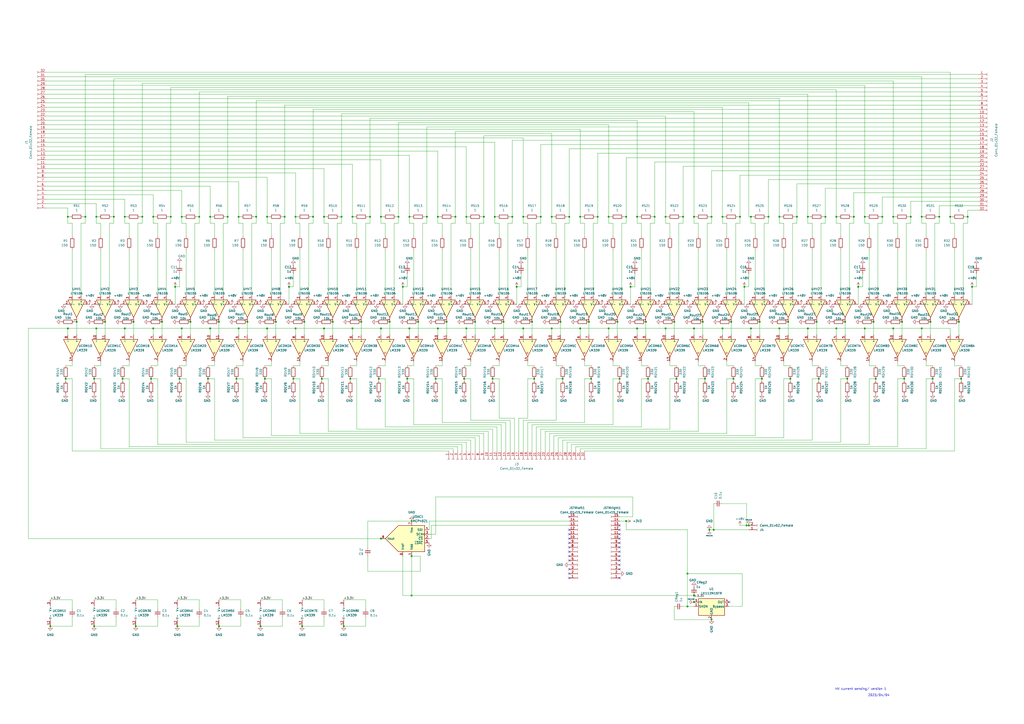
<source format=kicad_sch>
(kicad_sch (version 20211123) (generator eeschema)
  (paper "A2")
  (junction (at 204.47 190.5))
  (junction (at 468.63 190.5))
  (junction (at 431.8 166.37))
  (junction (at 154.94 125.73))
  (junction (at 242.57 186.69))
  (junction (at 524.51 219.71))
  (junction (at 398.78 332.74))
  (junction (at 237.49 125.73))
  (junction (at 358.14 186.69))
  (junction (at 49.53 125.73))
  (junction (at 534.67 125.73))
  (junction (at 29.21 363.22))
  (junction (at 275.59 186.69))
  (junction (at 336.55 190.5))
  (junction (at 424.18 186.69))
  (junction (at 411.48 307.34))
  (junction (at 539.75 186.69))
  (junction (at 457.2 186.69))
  (junction (at 181.61 125.73))
  (junction (at 313.69 125.73))
  (junction (at 285.75 219.71))
  (junction (at 237.49 190.5))
  (junction (at 485.14 125.73))
  (junction (at 66.04 125.73))
  (junction (at 303.53 125.73))
  (junction (at 88.9 190.5))
  (junction (at 563.88 166.37))
  (junction (at 445.77 125.73))
  (junction (at 238.76 345.44))
  (junction (at 336.55 125.73))
  (junction (at 39.37 190.5))
  (junction (at 462.28 125.73))
  (junction (at 541.02 219.71))
  (junction (at 402.59 345.44))
  (junction (at 346.71 125.73))
  (junction (at 506.73 186.69))
  (junction (at 236.22 219.71))
  (junction (at 369.57 125.73))
  (junction (at 148.59 125.73))
  (junction (at 523.24 186.69))
  (junction (at 55.88 190.5))
  (junction (at 209.55 186.69))
  (junction (at 204.47 125.73))
  (junction (at 342.9 219.71))
  (junction (at 363.22 302.26))
  (junction (at 478.79 125.73))
  (junction (at 292.1 186.69))
  (junction (at 127 186.69))
  (junction (at 474.98 219.71))
  (junction (at 138.43 190.5))
  (junction (at 55.88 125.73))
  (junction (at 72.39 125.73))
  (junction (at 402.59 190.5))
  (junction (at 458.47 219.71))
  (junction (at 54.61 363.22))
  (junction (at 379.73 125.73))
  (junction (at 160.02 186.69))
  (junction (at 501.65 125.73))
  (junction (at 414.02 307.34))
  (junction (at 78.74 363.22))
  (junction (at 115.57 125.73))
  (junction (at 102.87 363.22))
  (junction (at 433.07 304.8))
  (junction (at 501.65 190.5))
  (junction (at 231.14 125.73))
  (junction (at 386.08 125.73))
  (junction (at 44.45 186.69))
  (junction (at 309.88 219.71))
  (junction (at 386.08 190.5))
  (junction (at 93.98 186.69))
  (junction (at 219.71 219.71))
  (junction (at 176.53 186.69))
  (junction (at 359.41 219.71))
  (junction (at 175.26 363.22))
  (junction (at 473.71 186.69))
  (junction (at 398.78 351.79))
  (junction (at 303.53 190.5))
  (junction (at 534.67 190.5))
  (junction (at 199.39 363.22))
  (junction (at 193.04 186.69))
  (junction (at 374.65 186.69))
  (junction (at 402.59 125.73))
  (junction (at 363.22 125.73))
  (junction (at 353.06 190.5))
  (junction (at 551.18 125.73))
  (junction (at 353.06 125.73))
  (junction (at 165.1 125.73))
  (junction (at 495.3 125.73))
  (junction (at 120.65 219.71))
  (junction (at 238.76 302.26))
  (junction (at 408.94 219.71))
  (junction (at 171.45 125.73))
  (junction (at 187.96 125.73))
  (junction (at 186.69 219.71))
  (junction (at 557.53 219.71))
  (junction (at 127 363.22))
  (junction (at 287.02 190.5))
  (junction (at 452.12 125.73))
  (junction (at 518.16 125.73))
  (junction (at 412.75 125.73))
  (junction (at 72.39 190.5))
  (junction (at 226.06 186.69))
  (junction (at 412.75 359.41))
  (junction (at 435.61 190.5))
  (junction (at 511.81 125.73))
  (junction (at 419.1 125.73))
  (junction (at 407.67 186.69))
  (junction (at 254 190.5))
  (junction (at 452.12 190.5))
  (junction (at 203.2 219.71))
  (junction (at 87.63 219.71))
  (junction (at 170.18 219.71))
  (junction (at 214.63 125.73))
  (junction (at 375.92 219.71))
  (junction (at 402.59 349.25))
  (junction (at 143.51 186.69))
  (junction (at 101.6 166.37))
  (junction (at 396.24 125.73))
  (junction (at 154.94 190.5))
  (junction (at 137.16 219.71))
  (junction (at 330.2 125.73))
  (junction (at 270.51 125.73))
  (junction (at 468.63 125.73))
  (junction (at 561.34 125.73))
  (junction (at 247.65 125.73))
  (junction (at 132.08 125.73))
  (junction (at 238.76 322.58))
  (junction (at 153.67 219.71))
  (junction (at 425.45 219.71))
  (junction (at 508 219.71))
  (junction (at 259.08 186.69))
  (junction (at 528.32 125.73))
  (junction (at 167.64 166.37))
  (junction (at 341.63 186.69))
  (junction (at 121.92 125.73))
  (junction (at 287.02 125.73))
  (junction (at 71.12 219.71))
  (junction (at 299.72 166.37))
  (junction (at 491.49 219.71))
  (junction (at 121.92 190.5))
  (junction (at 326.39 219.71))
  (junction (at 138.43 125.73))
  (junction (at 110.49 186.69))
  (junction (at 365.76 166.37))
  (junction (at 392.43 219.71))
  (junction (at 38.1 219.71))
  (junction (at 544.83 125.73))
  (junction (at 187.96 190.5))
  (junction (at 440.69 186.69))
  (junction (at 82.55 125.73))
  (junction (at 220.98 312.42))
  (junction (at 320.04 190.5))
  (junction (at 269.24 219.71))
  (junction (at 270.51 190.5))
  (junction (at 252.73 219.71))
  (junction (at 556.26 186.69))
  (junction (at 254 125.73))
  (junction (at 419.1 190.5))
  (junction (at 280.67 125.73))
  (junction (at 60.96 186.69))
  (junction (at 105.41 125.73))
  (junction (at 220.98 125.73))
  (junction (at 434.34 304.8))
  (junction (at 77.47 186.69))
  (junction (at 54.61 219.71))
  (junction (at 264.16 125.73))
  (junction (at 320.04 125.73))
  (junction (at 497.84 166.37))
  (junction (at 490.22 186.69))
  (junction (at 297.18 125.73))
  (junction (at 369.57 190.5))
  (junction (at 171.45 190.5))
  (junction (at 220.98 190.5))
  (junction (at 518.16 190.5))
  (junction (at 441.96 219.71))
  (junction (at 88.9 125.73))
  (junction (at 198.12 125.73))
  (junction (at 435.61 125.73))
  (junction (at 308.61 186.69))
  (junction (at 39.37 125.73))
  (junction (at 151.13 363.22))
  (junction (at 429.26 125.73))
  (junction (at 325.12 186.69))
  (junction (at 105.41 190.5))
  (junction (at 104.14 219.71))
  (junction (at 99.06 125.73))
  (junction (at 233.68 166.37))
  (junction (at 391.16 186.69))
  (junction (at 485.14 190.5))
  (no_connect (at 359.41 307.34))
  (no_connect (at 359.41 312.42))
  (no_connect (at 330.2 325.12))
  (no_connect (at 330.2 335.28))
  (no_connect (at 330.2 332.74))
  (no_connect (at 330.2 330.2))
  (no_connect (at 359.41 335.28))
  (no_connect (at 422.91 349.25))
  (no_connect (at 359.41 309.88))
  (no_connect (at 330.2 314.96))
  (no_connect (at 330.2 299.72))
  (no_connect (at 330.2 307.34))
  (no_connect (at 359.41 330.2))
  (no_connect (at 330.2 312.42))
  (no_connect (at 359.41 322.58))
  (no_connect (at 359.41 304.8))
  (no_connect (at 359.41 317.5))
  (no_connect (at 330.2 322.58))
  (no_connect (at 330.2 309.88))
  (no_connect (at 359.41 325.12))
  (no_connect (at 359.41 327.66))
  (no_connect (at 330.2 317.5))
  (no_connect (at 330.2 320.04))
  (no_connect (at 359.41 320.04))
  (no_connect (at 359.41 314.96))
  (wire (pts (xy 289.56 144.78) (xy 289.56 171.45)))
  (wire (pts (xy 454.66 219.71) (xy 458.47 219.71)))
  (wire (pts (xy 336.55 74.93) (xy 336.55 125.73)))
  (wire (pts (xy 240.03 129.54) (xy 240.03 137.16)))
  (wire (pts (xy 26.67 67.31) (xy 386.08 67.31)))
  (wire (pts (xy 91.44 219.71) (xy 91.44 257.81)))
  (wire (pts (xy 26.67 77.47) (xy 320.04 77.47)))
  (wire (pts (xy 212.09 353.06) (xy 212.09 347.98)))
  (wire (pts (xy 487.68 212.09) (xy 491.49 212.09)))
  (wire (pts (xy 49.53 43.18) (xy 49.53 125.73)))
  (wire (pts (xy 520.7 219.71) (xy 520.7 259.08)))
  (wire (pts (xy 556.26 186.69) (xy 556.26 194.31)))
  (wire (pts (xy 273.05 255.27) (xy 273.05 261.62)))
  (wire (pts (xy 525.78 129.54) (xy 525.78 171.45)))
  (wire (pts (xy 209.55 186.69) (xy 209.55 194.31)))
  (wire (pts (xy 165.1 125.73) (xy 165.1 129.54)))
  (wire (pts (xy 173.99 219.71) (xy 173.99 251.46)))
  (wire (pts (xy 289.56 219.71) (xy 289.56 242.57)))
  (wire (pts (xy 58.42 212.09) (xy 54.61 212.09)))
  (wire (pts (xy 140.97 254) (xy 275.59 254)))
  (wire (pts (xy 454.66 129.54) (xy 452.12 129.54)))
  (wire (pts (xy 163.83 347.98) (xy 151.13 347.98)))
  (wire (pts (xy 74.93 219.71) (xy 71.12 219.71)))
  (wire (pts (xy 247.65 125.73) (xy 247.65 129.54)))
  (wire (pts (xy 26.67 97.79) (xy 187.96 97.79)))
  (wire (pts (xy 431.8 166.37) (xy 431.8 176.53)))
  (wire (pts (xy 26.67 95.25) (xy 204.47 95.25)))
  (wire (pts (xy 321.31 252.73) (xy 321.31 261.62)))
  (wire (pts (xy 363.22 91.44) (xy 363.22 125.73)))
  (wire (pts (xy 26.67 80.01) (xy 303.53 80.01)))
  (wire (pts (xy 99.06 50.8) (xy 567.69 50.8)))
  (wire (pts (xy 355.6 219.71) (xy 355.6 246.38)))
  (wire (pts (xy 124.46 255.27) (xy 273.05 255.27)))
  (wire (pts (xy 551.18 125.73) (xy 551.18 129.54)))
  (wire (pts (xy 303.53 243.84) (xy 303.53 261.62)))
  (wire (pts (xy 567.69 91.44) (xy 363.22 91.44)))
  (wire (pts (xy 398.78 307.34) (xy 363.22 307.34)))
  (wire (pts (xy 567.69 121.92) (xy 561.34 121.92)))
  (wire (pts (xy 223.52 219.71) (xy 219.71 219.71)))
  (wire (pts (xy 345.44 125.73) (xy 346.71 125.73)))
  (wire (pts (xy 500.38 158.75) (xy 500.38 166.37)))
  (wire (pts (xy 346.71 125.73) (xy 346.71 129.54)))
  (wire (pts (xy 290.83 246.38) (xy 290.83 261.62)))
  (wire (pts (xy 288.29 247.65) (xy 288.29 261.62)))
  (wire (pts (xy 396.24 351.79) (xy 398.78 351.79)))
  (wire (pts (xy 553.72 129.54) (xy 553.72 137.16)))
  (wire (pts (xy 287.02 194.31) (xy 287.02 190.5)))
  (wire (pts (xy 306.07 144.78) (xy 306.07 171.45)))
  (wire (pts (xy 26.67 110.49) (xy 105.41 110.49)))
  (wire (pts (xy 82.55 125.73) (xy 82.55 129.54)))
  (wire (pts (xy 355.6 212.09) (xy 359.41 212.09)))
  (wire (pts (xy 129.54 129.54) (xy 129.54 171.45)))
  (wire (pts (xy 320.04 125.73) (xy 321.31 125.73)))
  (wire (pts (xy 285.75 248.92) (xy 285.75 261.62)))
  (wire (pts (xy 212.09 363.22) (xy 199.39 363.22)))
  (wire (pts (xy 520.7 129.54) (xy 520.7 137.16)))
  (wire (pts (xy 115.57 347.98) (xy 102.87 347.98)))
  (wire (pts (xy 278.13 129.54) (xy 278.13 171.45)))
  (wire (pts (xy 490.22 186.69) (xy 490.22 194.31)))
  (wire (pts (xy 537.21 129.54) (xy 534.67 129.54)))
  (wire (pts (xy 238.76 345.44) (xy 402.59 345.44)))
  (wire (pts (xy 63.5 129.54) (xy 66.04 129.54)))
  (wire (pts (xy 471.17 129.54) (xy 471.17 137.16)))
  (wire (pts (xy 339.09 129.54) (xy 339.09 137.16)))
  (wire (pts (xy 264.16 76.2) (xy 264.16 125.73)))
  (wire (pts (xy 173.99 129.54) (xy 171.45 129.54)))
  (wire (pts (xy 320.04 125.73) (xy 320.04 129.54)))
  (wire (pts (xy 334.01 259.08) (xy 334.01 261.62)))
  (wire (pts (xy 240.03 246.38) (xy 290.83 246.38)))
  (wire (pts (xy 323.85 254) (xy 323.85 261.62)))
  (wire (pts (xy 454.66 129.54) (xy 454.66 137.16)))
  (wire (pts (xy 429.26 304.8) (xy 433.07 304.8)))
  (wire (pts (xy 180.34 125.73) (xy 181.61 125.73)))
  (wire (pts (xy 107.95 219.71) (xy 107.95 256.54)))
  (wire (pts (xy 452.12 125.73) (xy 453.39 125.73)))
  (wire (pts (xy 377.19 129.54) (xy 379.73 129.54)))
  (wire (pts (xy 328.93 125.73) (xy 330.2 125.73)))
  (wire (pts (xy 130.81 125.73) (xy 132.08 125.73)))
  (wire (pts (xy 313.69 248.92) (xy 313.69 261.62)))
  (wire (pts (xy 247.65 73.66) (xy 567.69 73.66)))
  (wire (pts (xy 96.52 129.54) (xy 96.52 171.45)))
  (wire (pts (xy 96.52 129.54) (xy 99.06 129.54)))
  (wire (pts (xy 245.11 129.54) (xy 247.65 129.54)))
  (wire (pts (xy 58.42 144.78) (xy 58.42 171.45)))
  (wire (pts (xy 26.67 115.57) (xy 72.39 115.57)))
  (wire (pts (xy 372.11 144.78) (xy 372.11 171.45)))
  (wire (pts (xy 256.54 129.54) (xy 254 129.54)))
  (wire (pts (xy 369.57 194.31) (xy 369.57 190.5)))
  (wire (pts (xy 228.6 129.54) (xy 231.14 129.54)))
  (wire (pts (xy 476.25 129.54) (xy 476.25 171.45)))
  (wire (pts (xy 171.45 125.73) (xy 171.45 129.54)))
  (wire (pts (xy 421.64 251.46) (xy 318.77 251.46)))
  (wire (pts (xy 461.01 125.73) (xy 462.28 125.73)))
  (wire (pts (xy 110.49 186.69) (xy 110.49 194.31)))
  (wire (pts (xy 468.63 190.5) (xy 452.12 190.5)))
  (wire (pts (xy 124.46 219.71) (xy 120.65 219.71)))
  (wire (pts (xy 537.21 260.35) (xy 336.55 260.35)))
  (wire (pts (xy 411.48 307.34) (xy 414.02 307.34)))
  (wire (pts (xy 146.05 129.54) (xy 146.05 171.45)))
  (wire (pts (xy 372.11 212.09) (xy 375.92 212.09)))
  (wire (pts (xy 287.02 82.55) (xy 287.02 125.73)))
  (wire (pts (xy 421.64 144.78) (xy 421.64 171.45)))
  (wire (pts (xy 171.45 100.33) (xy 171.45 125.73)))
  (wire (pts (xy 336.55 190.5) (xy 320.04 190.5)))
  (wire (pts (xy 322.58 129.54) (xy 322.58 137.16)))
  (wire (pts (xy 421.64 219.71) (xy 421.64 251.46)))
  (wire (pts (xy 186.69 220.98) (xy 186.69 219.71)))
  (wire (pts (xy 273.05 212.09) (xy 269.24 212.09)))
  (wire (pts (xy 270.51 85.09) (xy 270.51 125.73)))
  (wire (pts (xy 306.07 242.57) (xy 300.99 242.57)))
  (wire (pts (xy 438.15 129.54) (xy 438.15 137.16)))
  (wire (pts (xy 353.06 190.5) (xy 336.55 190.5)))
  (wire (pts (xy 544.83 119.38) (xy 544.83 125.73)))
  (wire (pts (xy 72.39 125.73) (xy 72.39 129.54)))
  (wire (pts (xy 563.88 166.37) (xy 566.42 166.37)))
  (wire (pts (xy 148.59 58.42) (xy 567.69 58.42)))
  (wire (pts (xy 82.55 48.26) (xy 82.55 125.73)))
  (wire (pts (xy 187.96 194.31) (xy 187.96 190.5)))
  (wire (pts (xy 67.31 347.98) (xy 54.61 347.98)))
  (wire (pts (xy 165.1 60.96) (xy 165.1 125.73)))
  (wire (pts (xy 405.13 250.19) (xy 316.23 250.19)))
  (wire (pts (xy 254 190.5) (xy 237.49 190.5)))
  (wire (pts (xy 322.58 219.71) (xy 322.58 243.84)))
  (wire (pts (xy 67.31 358.14) (xy 67.31 363.22)))
  (wire (pts (xy 398.78 332.74) (xy 398.78 307.34)))
  (wire (pts (xy 280.67 125.73) (xy 280.67 129.54)))
  (wire (pts (xy 372.11 129.54) (xy 369.57 129.54)))
  (wire (pts (xy 303.53 194.31) (xy 303.53 190.5)))
  (wire (pts (xy 369.57 125.73) (xy 369.57 129.54)))
  (wire (pts (xy 388.62 209.55) (xy 388.62 212.09)))
  (wire (pts (xy 64.77 125.73) (xy 66.04 125.73)))
  (wire (pts (xy 265.43 259.08) (xy 265.43 261.62)))
  (wire (pts (xy 452.12 125.73) (xy 452.12 57.15)))
  (wire (pts (xy 511.81 114.3) (xy 511.81 125.73)))
  (wire (pts (xy 104.14 220.98) (xy 104.14 219.71)))
  (wire (pts (xy 363.22 125.73) (xy 363.22 129.54)))
  (wire (pts (xy 74.93 129.54) (xy 72.39 129.54)))
  (wire (pts (xy 238.76 322.58) (xy 238.76 345.44)))
  (wire (pts (xy 312.42 125.73) (xy 313.69 125.73)))
  (wire (pts (xy 147.32 125.73) (xy 148.59 125.73)))
  (wire (pts (xy 392.43 220.98) (xy 392.43 219.71)))
  (wire (pts (xy 273.05 243.84) (xy 295.91 243.84)))
  (wire (pts (xy 375.92 220.98) (xy 375.92 219.71)))
  (wire (pts (xy 41.91 358.14) (xy 41.91 363.22)))
  (wire (pts (xy 203.2 220.98) (xy 203.2 219.71)))
  (wire (pts (xy 553.72 144.78) (xy 553.72 171.45)))
  (wire (pts (xy 240.03 129.54) (xy 237.49 129.54)))
  (wire (pts (xy 326.39 255.27) (xy 326.39 261.62)))
  (wire (pts (xy 567.69 48.26) (xy 82.55 48.26)))
  (wire (pts (xy 213.36 302.26) (xy 238.76 302.26)))
  (wire (pts (xy 563.88 166.37) (xy 563.88 176.53)))
  (wire (pts (xy 452.12 194.31) (xy 452.12 190.5)))
  (wire (pts (xy 132.08 125.73) (xy 132.08 129.54)))
  (wire (pts (xy 372.11 209.55) (xy 372.11 212.09)))
  (wire (pts (xy 328.93 256.54) (xy 328.93 261.62)))
  (wire (pts (xy 567.69 43.18) (xy 49.53 43.18)))
  (wire (pts (xy 154.94 102.87) (xy 154.94 125.73)))
  (wire (pts (xy 105.41 125.73) (xy 105.41 129.54)))
  (wire (pts (xy 542.29 129.54) (xy 542.29 171.45)))
  (wire (pts (xy 49.53 125.73) (xy 49.53 129.54)))
  (wire (pts (xy 58.42 260.35) (xy 262.89 260.35)))
  (wire (pts (xy 424.18 186.69) (xy 424.18 194.31)))
  (wire (pts (xy 358.14 186.69) (xy 358.14 194.31)))
  (wire (pts (xy 510.54 125.73) (xy 511.81 125.73)))
  (wire (pts (xy 346.71 125.73) (xy 346.71 88.9)))
  (wire (pts (xy 26.67 92.71) (xy 220.98 92.71)))
  (wire (pts (xy 379.73 125.73) (xy 379.73 129.54)))
  (wire (pts (xy 289.56 209.55) (xy 289.56 212.09)))
  (wire (pts (xy 137.16 220.98) (xy 137.16 219.71)))
  (wire (pts (xy 77.47 186.69) (xy 77.47 194.31)))
  (wire (pts (xy 273.05 219.71) (xy 269.24 219.71)))
  (wire (pts (xy 567.69 53.34) (xy 115.57 53.34)))
  (wire (pts (xy 567.69 106.68) (xy 462.28 106.68)))
  (wire (pts (xy 336.55 194.31) (xy 336.55 190.5)))
  (wire (pts (xy 445.77 104.14) (xy 445.77 125.73)))
  (wire (pts (xy 567.69 76.2) (xy 264.16 76.2)))
  (wire (pts (xy 534.67 125.73) (xy 535.94 125.73)))
  (wire (pts (xy 58.42 219.71) (xy 54.61 219.71)))
  (wire (pts (xy 245.11 129.54) (xy 245.11 171.45)))
  (wire (pts (xy 256.54 245.11) (xy 293.37 245.11)))
  (wire (pts (xy 41.91 261.62) (xy 260.35 261.62)))
  (wire (pts (xy 181.61 125.73) (xy 181.61 63.5)))
  (wire (pts (xy 520.7 212.09) (xy 524.51 212.09)))
  (wire (pts (xy 435.61 125.73) (xy 436.88 125.73)))
  (wire (pts (xy 138.43 105.41) (xy 138.43 125.73)))
  (wire (pts (xy 414.02 307.34) (xy 434.34 307.34)))
  (wire (pts (xy 306.07 129.54) (xy 306.07 137.16)))
  (wire (pts (xy 129.54 129.54) (xy 132.08 129.54)))
  (wire (pts (xy 471.17 209.55) (xy 471.17 212.09)))
  (wire (pts (xy 295.91 243.84) (xy 295.91 261.62)))
  (wire (pts (xy 26.67 105.41) (xy 138.43 105.41)))
  (wire (pts (xy 443.23 129.54) (xy 443.23 171.45)))
  (wire (pts (xy 91.44 129.54) (xy 88.9 129.54)))
  (wire (pts (xy 124.46 219.71) (xy 124.46 255.27)))
  (wire (pts (xy 16.51 190.5) (xy 39.37 190.5)))
  (wire (pts (xy 561.34 125.73) (xy 561.34 129.54)))
  (wire (pts (xy 485.14 52.07) (xy 26.67 52.07)))
  (wire (pts (xy 504.19 129.54) (xy 504.19 137.16)))
  (wire (pts (xy 236.22 158.75) (xy 236.22 166.37)))
  (wire (pts (xy 223.52 209.55) (xy 223.52 212.09)))
  (wire (pts (xy 295.91 125.73) (xy 297.18 125.73)))
  (wire (pts (xy 41.91 353.06) (xy 41.91 347.98)))
  (wire (pts (xy 289.56 219.71) (xy 285.75 219.71)))
  (wire (pts (xy 537.21 212.09) (xy 541.02 212.09)))
  (wire (pts (xy 240.03 219.71) (xy 236.22 219.71)))
  (wire (pts (xy 80.01 129.54) (xy 80.01 171.45)))
  (wire (pts (xy 553.72 219.71) (xy 557.53 219.71)))
  (wire (pts (xy 139.7 363.22) (xy 127 363.22)))
  (wire (pts (xy 537.21 129.54) (xy 537.21 137.16)))
  (wire (pts (xy 429.26 125.73) (xy 429.26 129.54)))
  (wire (pts (xy 223.52 129.54) (xy 220.98 129.54)))
  (wire (pts (xy 146.05 129.54) (xy 148.59 129.54)))
  (wire (pts (xy 468.63 125.73) (xy 468.63 54.61)))
  (wire (pts (xy 259.08 186.69) (xy 259.08 194.31)))
  (wire (pts (xy 88.9 194.31) (xy 88.9 190.5)))
  (wire (pts (xy 537.21 219.71) (xy 541.02 219.71)))
  (wire (pts (xy 433.07 304.8) (xy 434.34 304.8)))
  (wire (pts (xy 240.03 219.71) (xy 240.03 246.38)))
  (wire (pts (xy 396.24 96.52) (xy 396.24 125.73)))
  (wire (pts (xy 537.21 209.55) (xy 537.21 212.09)))
  (wire (pts (xy 495.3 125.73) (xy 495.3 129.54)))
  (wire (pts (xy 306.07 209.55) (xy 306.07 212.09)))
  (wire (pts (xy 293.37 245.11) (xy 293.37 261.62)))
  (wire (pts (xy 388.62 144.78) (xy 388.62 171.45)))
  (wire (pts (xy 396.24 125.73) (xy 396.24 129.54)))
  (wire (pts (xy 26.67 74.93) (xy 336.55 74.93)))
  (wire (pts (xy 121.92 194.31) (xy 121.92 190.5)))
  (wire (pts (xy 162.56 129.54) (xy 165.1 129.54)))
  (wire (pts (xy 233.68 345.44) (xy 238.76 345.44)))
  (wire (pts (xy 39.37 125.73) (xy 39.37 129.54)))
  (wire (pts (xy 240.03 144.78) (xy 240.03 171.45)))
  (wire (pts (xy 355.6 129.54) (xy 355.6 137.16)))
  (wire (pts (xy 344.17 129.54) (xy 344.17 171.45)))
  (wire (pts (xy 212.09 129.54) (xy 214.63 129.54)))
  (wire (pts (xy 353.06 125.73) (xy 353.06 129.54)))
  (wire (pts (xy 398.78 351.79) (xy 402.59 351.79)))
  (wire (pts (xy 495.3 111.76) (xy 495.3 125.73)))
  (wire (pts (xy 421.64 129.54) (xy 421.64 137.16)))
  (wire (pts (xy 254 125.73) (xy 255.27 125.73)))
  (wire (pts (xy 275.59 186.69) (xy 275.59 194.31)))
  (wire (pts (xy 537.21 219.71) (xy 537.21 260.35)))
  (wire (pts (xy 438.15 209.55) (xy 438.15 212.09)))
  (wire (pts (xy 74.93 212.09) (xy 71.12 212.09)))
  (wire (pts (xy 237.49 194.31) (xy 237.49 190.5)))
  (wire (pts (xy 157.48 212.09) (xy 153.67 212.09)))
  (wire (pts (xy 91.44 347.98) (xy 78.74 347.98)))
  (wire (pts (xy 339.09 219.71) (xy 342.9 219.71)))
  (wire (pts (xy 306.07 245.11) (xy 306.07 261.62)))
  (wire (pts (xy 471.17 219.71) (xy 471.17 255.27)))
  (wire (pts (xy 388.62 248.92) (xy 313.69 248.92)))
  (wire (pts (xy 248.92 307.34) (xy 248.92 302.26)))
  (wire (pts (xy 339.09 212.09) (xy 342.9 212.09)))
  (wire (pts (xy 139.7 358.14) (xy 139.7 363.22)))
  (wire (pts (xy 207.01 144.78) (xy 207.01 171.45)))
  (wire (pts (xy 429.26 101.6) (xy 429.26 125.73)))
  (wire (pts (xy 309.88 220.98) (xy 309.88 219.71)))
  (wire (pts (xy 41.91 129.54) (xy 41.91 137.16)))
  (wire (pts (xy 138.43 125.73) (xy 138.43 129.54)))
  (wire (pts (xy 55.88 125.73) (xy 57.15 125.73)))
  (wire (pts (xy 153.67 220.98) (xy 153.67 219.71)))
  (wire (pts (xy 74.93 144.78) (xy 74.93 171.45)))
  (wire (pts (xy 485.14 125.73) (xy 486.41 125.73)))
  (wire (pts (xy 553.72 212.09) (xy 557.53 212.09)))
  (wire (pts (xy 38.1 220.98) (xy 38.1 219.71)))
  (wire (pts (xy 254 194.31) (xy 254 190.5)))
  (wire (pts (xy 452.12 125.73) (xy 452.12 129.54)))
  (wire (pts (xy 190.5 129.54) (xy 190.5 137.16)))
  (wire (pts (xy 228.6 129.54) (xy 228.6 171.45)))
  (wire (pts (xy 233.68 322.58) (xy 233.68 345.44)))
  (wire (pts (xy 501.65 49.53) (xy 26.67 49.53)))
  (wire (pts (xy 171.45 190.5) (xy 154.94 190.5)))
  (wire (pts (xy 353.06 125.73) (xy 354.33 125.73)))
  (wire (pts (xy 237.49 125.73) (xy 237.49 129.54)))
  (wire (pts (xy 405.13 212.09) (xy 408.94 212.09)))
  (wire (pts (xy 553.72 261.62) (xy 339.09 261.62)))
  (wire (pts (xy 438.15 252.73) (xy 321.31 252.73)))
  (wire (pts (xy 492.76 129.54) (xy 495.3 129.54)))
  (wire (pts (xy 487.68 129.54) (xy 487.68 137.16)))
  (wire (pts (xy 67.31 363.22) (xy 54.61 363.22)))
  (wire (pts (xy 167.64 166.37) (xy 167.64 176.53)))
  (wire (pts (xy 339.09 245.11) (xy 306.07 245.11)))
  (wire (pts (xy 353.06 72.39) (xy 353.06 125.73)))
  (wire (pts (xy 303.53 190.5) (xy 287.02 190.5)))
  (wire (pts (xy 121.92 125.73) (xy 121.92 129.54)))
  (wire (pts (xy 303.53 80.01) (xy 303.53 125.73)))
  (wire (pts (xy 246.38 125.73) (xy 247.65 125.73)))
  (wire (pts (xy 379.73 93.98) (xy 379.73 125.73)))
  (wire (pts (xy 504.19 257.81) (xy 331.47 257.81)))
  (wire (pts (xy 223.52 129.54) (xy 223.52 137.16)))
  (wire (pts (xy 388.62 212.09) (xy 392.43 212.09)))
  (wire (pts (xy 72.39 190.5) (xy 88.9 190.5)))
  (wire (pts (xy 101.6 166.37) (xy 101.6 176.53)))
  (wire (pts (xy 322.58 144.78) (xy 322.58 171.45)))
  (wire (pts (xy 132.08 55.88) (xy 132.08 125.73)))
  (wire (pts (xy 248.92 309.88) (xy 252.73 309.88)))
  (wire (pts (xy 567.69 116.84) (xy 528.32 116.84)))
  (wire (pts (xy 256.54 212.09) (xy 252.73 212.09)))
  (wire (pts (xy 487.68 129.54) (xy 485.14 129.54)))
  (wire (pts (xy 204.47 194.31) (xy 204.47 190.5)))
  (wire (pts (xy 256.54 144.78) (xy 256.54 171.45)))
  (wire (pts (xy 419.1 125.73) (xy 419.1 62.23)))
  (wire (pts (xy 207.01 129.54) (xy 207.01 137.16)))
  (wire (pts (xy 292.1 186.69) (xy 292.1 194.31)))
  (wire (pts (xy 520.7 129.54) (xy 518.16 129.54)))
  (wire (pts (xy 181.61 125.73) (xy 181.61 129.54)))
  (wire (pts (xy 299.72 166.37) (xy 299.72 176.53)))
  (wire (pts (xy 497.84 166.37) (xy 497.84 176.53)))
  (wire (pts (xy 468.63 125.73) (xy 469.9 125.73)))
  (wire (pts (xy 207.01 212.09) (xy 203.2 212.09)))
  (wire (pts (xy 223.52 247.65) (xy 288.29 247.65)))
  (wire (pts (xy 46.99 129.54) (xy 49.53 129.54)))
  (wire (pts (xy 468.63 125.73) (xy 468.63 129.54)))
  (wire (pts (xy 374.65 186.69) (xy 374.65 194.31)))
  (wire (pts (xy 405.13 219.71) (xy 408.94 219.71)))
  (wire (pts (xy 303.53 125.73) (xy 303.53 129.54)))
  (wire (pts (xy 558.8 129.54) (xy 558.8 171.45)))
  (wire (pts (xy 223.52 212.09) (xy 219.71 212.09)))
  (wire (pts (xy 454.66 209.55) (xy 454.66 212.09)))
  (wire (pts (xy 157.48 129.54) (xy 154.94 129.54)))
  (wire (pts (xy 46.99 129.54) (xy 46.99 171.45)))
  (wire (pts (xy 252.73 220.98) (xy 252.73 219.71)))
  (wire (pts (xy 543.56 125.73) (xy 544.83 125.73)))
  (wire (pts (xy 331.47 257.81) (xy 331.47 261.62)))
  (wire (pts (xy 107.95 129.54) (xy 105.41 129.54)))
  (wire (pts (xy 478.79 109.22) (xy 478.79 125.73)))
  (wire (pts (xy 320.04 194.31) (xy 320.04 190.5)))
  (wire (pts (xy 55.88 118.11) (xy 55.88 125.73)))
  (wire (pts (xy 66.04 45.72) (xy 567.69 45.72)))
  (wire (pts (xy 402.59 64.77) (xy 402.59 125.73)))
  (wire (pts (xy 539.75 186.69) (xy 539.75 194.31)))
  (wire (pts (xy 368.3 158.75) (xy 368.3 166.37)))
  (wire (pts (xy 518.16 125.73) (xy 518.16 46.99)))
  (wire (pts (xy 127 186.69) (xy 127 194.31)))
  (wire (pts (xy 318.77 251.46) (xy 318.77 261.62)))
  (wire (pts (xy 66.04 125.73) (xy 66.04 129.54)))
  (wire (pts (xy 485.14 125.73) (xy 485.14 52.07)))
  (wire (pts (xy 247.65 125.73) (xy 247.65 73.66)))
  (wire (pts (xy 195.58 129.54) (xy 195.58 171.45)))
  (wire (pts (xy 138.43 194.31) (xy 138.43 190.5)))
  (wire (pts (xy 237.49 190.5) (xy 220.98 190.5)))
  (wire (pts (xy 91.44 129.54) (xy 91.44 137.16)))
  (wire (pts (xy 279.4 125.73) (xy 280.67 125.73)))
  (wire (pts (xy 66.04 125.73) (xy 66.04 45.72)))
  (wire (pts (xy 567.69 71.12) (xy 231.14 71.12)))
  (wire (pts (xy 303.53 125.73) (xy 304.8 125.73)))
  (wire (pts (xy 41.91 129.54) (xy 39.37 129.54)))
  (wire (pts (xy 163.83 358.14) (xy 163.83 363.22)))
  (wire (pts (xy 520.7 209.55) (xy 520.7 212.09)))
  (wire (pts (xy 444.5 125.73) (xy 445.77 125.73)))
  (wire (pts (xy 369.57 190.5) (xy 353.06 190.5)))
  (wire (pts (xy 306.07 219.71) (xy 306.07 242.57)))
  (wire (pts (xy 41.91 261.62) (xy 41.91 219.71)))
  (wire (pts (xy 504.19 212.09) (xy 508 212.09)))
  (wire (pts (xy 220.98 125.73) (xy 220.98 129.54)))
  (wire (pts (xy 327.66 129.54) (xy 330.2 129.54)))
  (wire (pts (xy 81.28 125.73) (xy 82.55 125.73)))
  (wire (pts (xy 213.36 302.26) (xy 213.36 317.5)))
  (wire (pts (xy 115.57 363.22) (xy 102.87 363.22)))
  (wire (pts (xy 256.54 219.71) (xy 252.73 219.71)))
  (wire (pts (xy 497.84 166.37) (xy 500.38 166.37)))
  (wire (pts (xy 115.57 53.34) (xy 115.57 125.73)))
  (wire (pts (xy 270.51 194.31) (xy 270.51 190.5)))
  (wire (pts (xy 551.18 190.5) (xy 534.67 190.5)))
  (wire (pts (xy 355.6 144.78) (xy 355.6 171.45)))
  (wire (pts (xy 425.45 220.98) (xy 425.45 219.71)))
  (wire (pts (xy 438.15 219.71) (xy 441.96 219.71)))
  (wire (pts (xy 322.58 129.54) (xy 320.04 129.54)))
  (wire (pts (xy 140.97 129.54) (xy 140.97 137.16)))
  (wire (pts (xy 270.51 125.73) (xy 270.51 129.54)))
  (wire (pts (xy 214.63 68.58) (xy 567.69 68.58)))
  (wire (pts (xy 204.47 95.25) (xy 204.47 125.73)))
  (wire (pts (xy 506.73 186.69) (xy 506.73 194.31)))
  (wire (pts (xy 567.69 81.28) (xy 297.18 81.28)))
  (wire (pts (xy 283.21 250.19) (xy 283.21 261.62)))
  (wire (pts (xy 171.45 125.73) (xy 172.72 125.73)))
  (wire (pts (xy 421.64 212.09) (xy 425.45 212.09)))
  (wire (pts (xy 124.46 209.55) (xy 124.46 212.09)))
  (wire (pts (xy 41.91 209.55) (xy 41.91 212.09)))
  (wire (pts (xy 567.69 101.6) (xy 429.26 101.6)))
  (wire (pts (xy 386.08 125.73) (xy 387.35 125.73)))
  (wire (pts (xy 487.68 144.78) (xy 487.68 171.45)))
  (wire (pts (xy 534.67 125.73) (xy 534.67 129.54)))
  (wire (pts (xy 214.63 125.73) (xy 214.63 129.54)))
  (wire (pts (xy 501.65 125.73) (xy 501.65 129.54)))
  (wire (pts (xy 518.16 125.73) (xy 518.16 129.54)))
  (wire (pts (xy 504.19 129.54) (xy 501.65 129.54)))
  (wire (pts (xy 107.95 219.71) (xy 104.14 219.71)))
  (wire (pts (xy 212.09 347.98) (xy 199.39 347.98)))
  (wire (pts (xy 115.57 353.06) (xy 115.57 347.98)))
  (wire (pts (xy 198.12 125.73) (xy 198.12 129.54)))
  (wire (pts (xy 365.76 166.37) (xy 368.3 166.37)))
  (wire (pts (xy 346.71 88.9) (xy 567.69 88.9)))
  (wire (pts (xy 339.09 129.54) (xy 336.55 129.54)))
  (wire (pts (xy 320.04 77.47) (xy 320.04 125.73)))
  (wire (pts (xy 140.97 144.78) (xy 140.97 171.45)))
  (wire (pts (xy 107.95 209.55) (xy 107.95 212.09)))
  (wire (pts (xy 339.09 219.71) (xy 339.09 245.11)))
  (wire (pts (xy 311.15 129.54) (xy 313.69 129.54)))
  (wire (pts (xy 487.68 256.54) (xy 328.93 256.54)))
  (wire (pts (xy 91.44 363.22) (xy 78.74 363.22)))
  (wire (pts (xy 566.42 158.75) (xy 566.42 166.37)))
  (wire (pts (xy 501.65 194.31) (xy 501.65 190.5)))
  (wire (pts (xy 198.12 66.04) (xy 198.12 125.73)))
  (wire (pts (xy 457.2 186.69) (xy 457.2 194.31)))
  (wire (pts (xy 140.97 129.54) (xy 138.43 129.54)))
  (wire (pts (xy 360.68 129.54) (xy 363.22 129.54)))
  (wire (pts (xy 372.11 247.65) (xy 311.15 247.65)))
  (wire (pts (xy 501.65 190.5) (xy 485.14 190.5)))
  (wire (pts (xy 567.69 60.96) (xy 165.1 60.96)))
  (wire (pts (xy 107.95 212.09) (xy 104.14 212.09)))
  (wire (pts (xy 434.34 59.69) (xy 434.34 125.73)))
  (wire (pts (xy 471.17 129.54) (xy 468.63 129.54)))
  (wire (pts (xy 434.34 125.73) (xy 435.61 125.73)))
  (wire (pts (xy 157.48 219.71) (xy 157.48 252.73)))
  (wire (pts (xy 330.2 125.73) (xy 330.2 86.36)))
  (wire (pts (xy 440.69 186.69) (xy 440.69 194.31)))
  (wire (pts (xy 386.08 194.31) (xy 386.08 190.5)))
  (wire (pts (xy 551.18 194.31) (xy 551.18 190.5)))
  (wire (pts (xy 504.19 219.71) (xy 508 219.71)))
  (wire (pts (xy 365.76 166.37) (xy 365.76 176.53)))
  (wire (pts (xy 322.58 243.84) (xy 303.53 243.84)))
  (wire (pts (xy 407.67 186.69) (xy 407.67 194.31)))
  (wire (pts (xy 220.98 312.42) (xy 222.25 312.42)))
  (wire (pts (xy 391.16 351.79) (xy 391.16 359.41)))
  (wire (pts (xy 254 125.73) (xy 254 129.54)))
  (wire (pts (xy 367.03 299.72) (xy 359.41 299.72)))
  (wire (pts (xy 419.1 125.73) (xy 419.1 129.54)))
  (wire (pts (xy 322.58 212.09) (xy 326.39 212.09)))
  (wire (pts (xy 518.16 46.99) (xy 26.67 46.99)))
  (wire (pts (xy 107.95 129.54) (xy 107.95 137.16)))
  (wire (pts (xy 254 87.63) (xy 254 125.73)))
  (wire (pts (xy 242.57 186.69) (xy 242.57 194.31)))
  (wire (pts (xy 41.91 347.98) (xy 29.21 347.98)))
  (wire (pts (xy 72.39 194.31) (xy 72.39 190.5)))
  (wire (pts (xy 294.64 129.54) (xy 294.64 171.45)))
  (wire (pts (xy 26.67 82.55) (xy 287.02 82.55)))
  (wire (pts (xy 16.51 312.42) (xy 220.98 312.42)))
  (wire (pts (xy 114.3 125.73) (xy 115.57 125.73)))
  (wire (pts (xy 55.88 194.31) (xy 55.88 190.5)))
  (wire (pts (xy 534.67 190.5) (xy 518.16 190.5)))
  (wire (pts (xy 441.96 220.98) (xy 441.96 219.71)))
  (wire (pts (xy 398.78 351.79) (xy 398.78 332.74)))
  (wire (pts (xy 430.53 351.79) (xy 430.53 332.74)))
  (wire (pts (xy 262.89 125.73) (xy 264.16 125.73)))
  (wire (pts (xy 504.19 144.78) (xy 504.19 171.45)))
  (wire (pts (xy 190.5 144.78) (xy 190.5 171.45)))
  (wire (pts (xy 471.17 219.71) (xy 474.98 219.71)))
  (wire (pts (xy 26.67 120.65) (xy 39.37 120.65)))
  (wire (pts (xy 273.05 129.54) (xy 270.51 129.54)))
  (wire (pts (xy 26.67 85.09) (xy 270.51 85.09)))
  (wire (pts (xy 176.53 186.69) (xy 176.53 194.31)))
  (wire (pts (xy 220.98 194.31) (xy 220.98 190.5)))
  (wire (pts (xy 435.61 125.73) (xy 435.61 129.54)))
  (wire (pts (xy 154.94 190.5) (xy 138.43 190.5)))
  (wire (pts (xy 26.67 59.69) (xy 434.34 59.69)))
  (wire (pts (xy 60.96 186.69) (xy 60.96 194.31)))
  (wire (pts (xy 342.9 220.98) (xy 342.9 219.71)))
  (wire (pts (xy 187.96 347.98) (xy 175.26 347.98)))
  (wire (pts (xy 504.19 209.55) (xy 504.19 212.09)))
  (wire (pts (xy 173.99 129.54) (xy 173.99 137.16)))
  (wire (pts (xy 99.06 125.73) (xy 99.06 129.54)))
  (wire (pts (xy 511.81 125.73) (xy 511.81 129.54)))
  (wire (pts (xy 41.91 363.22) (xy 29.21 363.22)))
  (wire (pts (xy 299.72 166.37) (xy 302.26 166.37)))
  (wire (pts (xy 154.94 194.31) (xy 154.94 190.5)))
  (wire (pts (xy 525.78 129.54) (xy 528.32 129.54)))
  (wire (pts (xy 16.51 190.5) (xy 16.51 312.42)))
  (wire (pts (xy 567.69 66.04) (xy 198.12 66.04)))
  (wire (pts (xy 233.68 166.37) (xy 236.22 166.37)))
  (wire (pts (xy 462.28 125.73) (xy 462.28 129.54)))
  (wire (pts (xy 26.67 41.91) (xy 551.18 41.91)))
  (wire (pts (xy 26.67 100.33) (xy 171.45 100.33)))
  (wire (pts (xy 367.03 288.29) (xy 367.03 299.72)))
  (wire (pts (xy 170.18 220.98) (xy 170.18 219.71)))
  (wire (pts (xy 313.69 83.82) (xy 567.69 83.82)))
  (wire (pts (xy 567.69 111.76) (xy 495.3 111.76)))
  (wire (pts (xy 388.62 129.54) (xy 386.08 129.54)))
  (wire (pts (xy 393.7 129.54) (xy 393.7 171.45)))
  (wire (pts (xy 363.22 302.26) (xy 359.41 302.26)))
  (wire (pts (xy 485.14 190.5) (xy 468.63 190.5)))
  (wire (pts (xy 44.45 186.69) (xy 44.45 194.31)))
  (wire (pts (xy 173.99 219.71) (xy 170.18 219.71)))
  (wire (pts (xy 325.12 186.69) (xy 325.12 194.31)))
  (wire (pts (xy 55.88 125.73) (xy 55.88 129.54)))
  (wire (pts (xy 410.21 129.54) (xy 410.21 171.45)))
  (wire (pts (xy 541.02 220.98) (xy 541.02 219.71)))
  (wire (pts (xy 187.96 353.06) (xy 187.96 347.98)))
  (wire (pts (xy 438.15 144.78) (xy 438.15 171.45)))
  (wire (pts (xy 473.71 186.69) (xy 473.71 194.31)))
  (wire (pts (xy 454.66 219.71) (xy 454.66 254)))
  (wire (pts (xy 391.16 186.69) (xy 391.16 194.31)))
  (wire (pts (xy 445.77 125.73) (xy 445.77 129.54)))
  (wire (pts (xy 553.72 209.55) (xy 553.72 212.09)))
  (wire (pts (xy 204.47 190.5) (xy 187.96 190.5)))
  (wire (pts (xy 48.26 125.73) (xy 49.53 125.73)))
  (wire (pts (xy 91.44 358.14) (xy 91.44 363.22)))
  (wire (pts (xy 74.93 129.54) (xy 74.93 137.16)))
  (wire (pts (xy 471.17 212.09) (xy 474.98 212.09)))
  (wire (pts (xy 190.5 129.54) (xy 187.96 129.54)))
  (wire (pts (xy 160.02 186.69) (xy 160.02 194.31)))
  (wire (pts (xy 433.07 292.1) (xy 433.07 304.8)))
  (wire (pts (xy 273.05 219.71) (xy 273.05 243.84)))
  (wire (pts (xy 220.98 92.71) (xy 220.98 125.73)))
  (wire (pts (xy 99.06 125.73) (xy 99.06 50.8)))
  (wire (pts (xy 91.44 209.55) (xy 91.44 212.09)))
  (wire (pts (xy 527.05 125.73) (xy 528.32 125.73)))
  (wire (pts (xy 41.91 144.78) (xy 41.91 171.45)))
  (wire (pts (xy 124.46 129.54) (xy 124.46 137.16)))
  (wire (pts (xy 355.6 129.54) (xy 353.06 129.54)))
  (wire (pts (xy 121.92 190.5) (xy 105.41 190.5)))
  (wire (pts (xy 405.13 209.55) (xy 405.13 212.09)))
  (wire (pts (xy 280.67 125.73) (xy 280.67 78.74)))
  (wire (pts (xy 405.13 144.78) (xy 405.13 171.45)))
  (wire (pts (xy 113.03 129.54) (xy 115.57 129.54)))
  (wire (pts (xy 91.44 212.09) (xy 87.63 212.09)))
  (wire (pts (xy 558.8 129.54) (xy 561.34 129.54)))
  (wire (pts (xy 431.8 166.37) (xy 434.34 166.37)))
  (wire (pts (xy 140.97 254) (xy 140.97 219.71)))
  (wire (pts (xy 419.1 190.5) (xy 402.59 190.5)))
  (wire (pts (xy 273.05 209.55) (xy 273.05 212.09)))
  (wire (pts (xy 280.67 251.46) (xy 280.67 261.62)))
  (wire (pts (xy 231.14 71.12) (xy 231.14 125.73)))
  (wire (pts (xy 229.87 125.73) (xy 231.14 125.73)))
  (wire (pts (xy 278.13 129.54) (xy 280.67 129.54)))
  (wire (pts (xy 306.07 129.54) (xy 303.53 129.54)))
  (wire (pts (xy 438.15 219.71) (xy 438.15 252.73)))
  (wire (pts (xy 534.67 44.45) (xy 26.67 44.45)))
  (wire (pts (xy 233.68 166.37) (xy 233.68 176.53)))
  (wire (pts (xy 252.73 288.29) (xy 367.03 288.29)))
  (wire (pts (xy 426.72 129.54) (xy 426.72 171.45)))
  (wire (pts (xy 190.5 209.55) (xy 190.5 212.09)))
  (wire (pts (xy 287.02 125.73) (xy 288.29 125.73)))
  (wire (pts (xy 104.14 166.37) (xy 101.6 166.37)))
  (wire (pts (xy 485.14 125.73) (xy 485.14 129.54)))
  (wire (pts (xy 26.67 107.95) (xy 121.92 107.95)))
  (wire (pts (xy 256.54 129.54) (xy 256.54 137.16)))
  (wire (pts (xy 162.56 129.54) (xy 162.56 171.45)))
  (wire (pts (xy 195.58 129.54) (xy 198.12 129.54)))
  (wire (pts (xy 115.57 358.14) (xy 115.57 363.22)))
  (wire (pts (xy 39.37 190.5) (xy 55.88 190.5)))
  (wire (pts (xy 410.21 129.54) (xy 412.75 129.54)))
  (wire (pts (xy 289.56 129.54) (xy 287.02 129.54)))
  (wire (pts (xy 414.02 292.1) (xy 414.02 307.34)))
  (wire (pts (xy 353.06 194.31) (xy 353.06 190.5)))
  (wire (pts (xy 63.5 129.54) (xy 63.5 171.45)))
  (wire (pts (xy 214.63 125.73) (xy 214.63 68.58)))
  (wire (pts (xy 138.43 125.73) (xy 139.7 125.73)))
  (wire (pts (xy 278.13 252.73) (xy 278.13 261.62)))
  (wire (pts (xy 270.51 256.54) (xy 270.51 261.62)))
  (wire (pts (xy 124.46 144.78) (xy 124.46 171.45)))
  (wire (pts (xy 93.98 186.69) (xy 93.98 194.31)))
  (wire (pts (xy 213.36 125.73) (xy 214.63 125.73)))
  (wire (pts (xy 405.13 129.54) (xy 405.13 137.16)))
  (wire (pts (xy 471.17 144.78) (xy 471.17 171.45)))
  (wire (pts (xy 105.41 125.73) (xy 106.68 125.73)))
  (wire (pts (xy 494.03 125.73) (xy 495.3 125.73)))
  (wire (pts (xy 270.51 125.73) (xy 271.78 125.73)))
  (wire (pts (xy 236.22 220.98) (xy 236.22 219.71)))
  (wire (pts (xy 104.14 158.75) (xy 104.14 166.37)))
  (wire (pts (xy 520.7 259.08) (xy 334.01 259.08)))
  (wire (pts (xy 311.15 247.65) (xy 311.15 261.62)))
  (wire (pts (xy 285.75 220.98) (xy 285.75 219.71)))
  (wire (pts (xy 121.92 107.95) (xy 121.92 125.73)))
  (wire (pts (xy 359.41 220.98) (xy 359.41 219.71)))
  (wire (pts (xy 504.19 219.71) (xy 504.19 257.81)))
  (wire (pts (xy 213.36 331.47) (xy 243.84 331.47)))
  (wire (pts (xy 143.51 186.69) (xy 143.51 194.31)))
  (wire (pts (xy 567.69 99.06) (xy 412.75 99.06)))
  (wire (pts (xy 557.53 220.98) (xy 557.53 219.71)))
  (wire (pts (xy 267.97 257.81) (xy 267.97 261.62)))
  (wire (pts (xy 91.44 353.06) (xy 91.44 347.98)))
  (wire (pts (xy 289.56 129.54) (xy 289.56 137.16)))
  (wire (pts (xy 491.49 220.98) (xy 491.49 219.71)))
  (wire (pts (xy 97.79 125.73) (xy 99.06 125.73)))
  (wire (pts (xy 487.68 219.71) (xy 491.49 219.71)))
  (wire (pts (xy 567.69 114.3) (xy 511.81 114.3)))
  (wire (pts (xy 419.1 125.73) (xy 420.37 125.73)))
  (wire (pts (xy 341.63 186.69) (xy 341.63 194.31)))
  (wire (pts (xy 443.23 129.54) (xy 445.77 129.54)))
  (wire (pts (xy 204.47 125.73) (xy 204.47 129.54)))
  (wire (pts (xy 261.62 129.54) (xy 261.62 171.45)))
  (wire (pts (xy 58.42 219.71) (xy 58.42 260.35)))
  (wire (pts (xy 313.69 125.73) (xy 313.69 83.82)))
  (wire (pts (xy 355.6 209.55) (xy 355.6 212.09)))
  (wire (pts (xy 378.46 125.73) (xy 379.73 125.73)))
  (wire (pts (xy 419.1 194.31) (xy 419.1 190.5)))
  (wire (pts (xy 567.69 109.22) (xy 478.79 109.22)))
  (wire (pts (xy 157.48 129.54) (xy 157.48 137.16)))
  (wire (pts (xy 408.94 220.98) (xy 408.94 219.71)))
  (wire (pts (xy 355.6 246.38) (xy 308.61 246.38)))
  (wire (pts (xy 88.9 125.73) (xy 88.9 129.54)))
  (wire (pts (xy 509.27 129.54) (xy 511.81 129.54)))
  (wire (pts (xy 74.93 259.08) (xy 265.43 259.08)))
  (wire (pts (xy 139.7 347.98) (xy 127 347.98)))
  (wire (pts (xy 322.58 209.55) (xy 322.58 212.09)))
  (wire (pts (xy 393.7 129.54) (xy 396.24 129.54)))
  (wire (pts (xy 193.04 186.69) (xy 193.04 194.31)))
  (wire (pts (xy 187.96 358.14) (xy 187.96 363.22)))
  (wire (pts (xy 74.93 219.71) (xy 74.93 259.08)))
  (wire (pts (xy 344.17 129.54) (xy 346.71 129.54)))
  (wire (pts (xy 275.59 254) (xy 275.59 261.62)))
  (wire (pts (xy 121.92 125.73) (xy 123.19 125.73)))
  (wire (pts (xy 421.64 129.54) (xy 419.1 129.54)))
  (wire (pts (xy 462.28 106.68) (xy 462.28 125.73)))
  (wire (pts (xy 220.98 190.5) (xy 204.47 190.5)))
  (wire (pts (xy 124.46 129.54) (xy 121.92 129.54)))
  (wire (pts (xy 173.99 144.78) (xy 173.99 171.45)))
  (wire (pts (xy 273.05 129.54) (xy 273.05 137.16)))
  (wire (pts (xy 553.72 129.54) (xy 551.18 129.54)))
  (wire (pts (xy 394.97 125.73) (xy 396.24 125.73)))
  (wire (pts (xy 269.24 220.98) (xy 269.24 219.71)))
  (wire (pts (xy 213.36 322.58) (xy 213.36 331.47)))
  (wire (pts (xy 26.67 72.39) (xy 353.06 72.39)))
  (wire (pts (xy 187.96 125.73) (xy 189.23 125.73)))
  (wire (pts (xy 179.07 129.54) (xy 179.07 171.45)))
  (wire (pts (xy 492.76 129.54) (xy 492.76 171.45)))
  (wire (pts (xy 248.92 312.42) (xy 250.19 312.42)))
  (wire (pts (xy 551.18 41.91) (xy 551.18 125.73)))
  (wire (pts (xy 124.46 212.09) (xy 120.65 212.09)))
  (wire (pts (xy 330.2 86.36) (xy 567.69 86.36)))
  (wire (pts (xy 438.15 129.54) (xy 435.61 129.54)))
  (wire (pts (xy 91.44 219.71) (xy 87.63 219.71)))
  (wire (pts (xy 179.07 129.54) (xy 181.61 129.54)))
  (wire (pts (xy 452.12 190.5) (xy 435.61 190.5)))
  (wire (pts (xy 250.19 312.42) (xy 250.19 304.8)))
  (wire (pts (xy 220.98 125.73) (xy 222.25 125.73)))
  (wire (pts (xy 173.99 209.55) (xy 173.99 212.09)))
  (wire (pts (xy 388.62 219.71) (xy 392.43 219.71)))
  (wire (pts (xy 41.91 219.71) (xy 38.1 219.71)))
  (wire (pts (xy 308.61 186.69) (xy 308.61 194.31)))
  (wire (pts (xy 287.02 125.73) (xy 287.02 129.54)))
  (wire (pts (xy 148.59 125.73) (xy 148.59 58.42)))
  (wire (pts (xy 412.75 99.06) (xy 412.75 125.73)))
  (wire (pts (xy 313.69 125.73) (xy 313.69 129.54)))
  (wire (pts (xy 187.96 125.73) (xy 187.96 129.54)))
  (wire (pts (xy 273.05 144.78) (xy 273.05 171.45)))
  (wire (pts (xy 372.11 129.54) (xy 372.11 137.16)))
  (wire (pts (xy 26.67 87.63) (xy 254 87.63)))
  (wire (pts (xy 171.45 194.31) (xy 171.45 190.5)))
  (wire (pts (xy 157.48 252.73) (xy 278.13 252.73)))
  (wire (pts (xy 402.59 345.44) (xy 402.59 349.25)))
  (wire (pts (xy 154.94 125.73) (xy 156.21 125.73)))
  (wire (pts (xy 163.83 363.22) (xy 151.13 363.22)))
  (wire (pts (xy 411.48 125.73) (xy 412.75 125.73)))
  (wire (pts (xy 402.59 194.31) (xy 402.59 190.5)))
  (wire (pts (xy 187.96 190.5) (xy 171.45 190.5)))
  (wire (pts (xy 80.01 129.54) (xy 82.55 129.54)))
  (wire (pts (xy 567.69 93.98) (xy 379.73 93.98)))
  (wire (pts (xy 58.42 209.55) (xy 58.42 212.09)))
  (wire (pts (xy 243.84 331.47) (xy 243.84 322.58)))
  (wire (pts (xy 476.25 129.54) (xy 478.79 129.54)))
  (wire (pts (xy 173.99 212.09) (xy 170.18 212.09)))
  (wire (pts (xy 219.71 220.98) (xy 219.71 219.71)))
  (wire (pts (xy 372.11 219.71) (xy 372.11 247.65)))
  (wire (pts (xy 207.01 219.71) (xy 207.01 248.92)))
  (wire (pts (xy 207.01 219.71) (xy 203.2 219.71)))
  (wire (pts (xy 388.62 129.54) (xy 388.62 137.16)))
  (wire (pts (xy 207.01 129.54) (xy 204.47 129.54)))
  (wire (pts (xy 26.67 118.11) (xy 55.88 118.11)))
  (wire (pts (xy 326.39 220.98) (xy 326.39 219.71)))
  (wire (pts (xy 120.65 220.98) (xy 120.65 219.71)))
  (wire (pts (xy 405.13 129.54) (xy 402.59 129.54)))
  (wire (pts (xy 207.01 248.92) (xy 285.75 248.92)))
  (wire (pts (xy 55.88 190.5) (xy 72.39 190.5)))
  (wire (pts (xy 71.12 220.98) (xy 71.12 219.71)))
  (wire (pts (xy 157.48 144.78) (xy 157.48 171.45)))
  (wire (pts (xy 104.14 153.67) (xy 104.14 152.4)))
  (wire (pts (xy 435.61 194.31) (xy 435.61 190.5)))
  (wire (pts (xy 181.61 63.5) (xy 567.69 63.5)))
  (wire (pts (xy 518.16 190.5) (xy 501.65 190.5)))
  (wire (pts (xy 294.64 129.54) (xy 297.18 129.54)))
  (wire (pts (xy 196.85 125.73) (xy 198.12 125.73)))
  (wire (pts (xy 372.11 219.71) (xy 375.92 219.71)))
  (wire (pts (xy 339.09 209.55) (xy 339.09 212.09)))
  (wire (pts (xy 320.04 190.5) (xy 303.53 190.5)))
  (wire (pts (xy 157.48 219.71) (xy 153.67 219.71)))
  (wire (pts (xy 256.54 209.55) (xy 256.54 212.09)))
  (wire (pts (xy 173.99 251.46) (xy 280.67 251.46)))
  (wire (pts (xy 297.18 125.73) (xy 297.18 129.54)))
  (wire (pts (xy 107.95 256.54) (xy 270.51 256.54)))
  (wire (pts (xy 544.83 125.73) (xy 544.83 129.54)))
  (wire (pts (xy 471.17 255.27) (xy 326.39 255.27)))
  (wire (pts (xy 243.84 322.58) (xy 238.76 322.58)))
  (wire (pts (xy 537.21 144.78) (xy 537.21 171.45)))
  (wire (pts (xy 363.22 307.34) (xy 363.22 302.26)))
  (wire (pts (xy 43.18 186.69) (xy 44.45 186.69)))
  (wire (pts (xy 212.09 129.54) (xy 212.09 171.45)))
  (wire (pts (xy 137.16 219.71) (xy 140.97 219.71)))
  (wire (pts (xy 264.16 125.73) (xy 264.16 129.54)))
  (wire (pts (xy 567.69 55.88) (xy 132.08 55.88)))
  (wire (pts (xy 330.2 125.73) (xy 330.2 129.54)))
  (wire (pts (xy 561.34 121.92) (xy 561.34 125.73)))
  (wire (pts (xy 454.66 144.78) (xy 454.66 171.45)))
  (wire (pts (xy 250.19 304.8) (xy 330.2 304.8)))
  (wire (pts (xy 560.07 125.73) (xy 561.34 125.73)))
  (wire (pts (xy 237.49 125.73) (xy 238.76 125.73)))
  (wire (pts (xy 435.61 190.5) (xy 419.1 190.5)))
  (wire (pts (xy 308.61 246.38) (xy 308.61 261.62)))
  (wire (pts (xy 41.91 212.09) (xy 38.1 212.09)))
  (wire (pts (xy 252.73 309.88) (xy 252.73 288.29)))
  (wire (pts (xy 26.67 102.87) (xy 154.94 102.87)))
  (wire (pts (xy 402.59 125.73) (xy 403.86 125.73)))
  (wire (pts (xy 458.47 220.98) (xy 458.47 219.71)))
  (wire (pts (xy 163.83 353.06) (xy 163.83 347.98)))
  (wire (pts (xy 402.59 125.73) (xy 402.59 129.54)))
  (wire (pts (xy 298.45 242.57) (xy 298.45 261.62)))
  (wire (pts (xy 226.06 186.69) (xy 226.06 194.31)))
  (wire (pts (xy 567.69 104.14) (xy 445.77 104.14)))
  (wire (pts (xy 377.19 129.54) (xy 377.19 171.45)))
  (wire (pts (xy 105.41 194.31) (xy 105.41 190.5)))
  (wire (pts (xy 26.67 113.03) (xy 88.9 113.03)))
  (wire (pts (xy 58.42 129.54) (xy 58.42 137.16)))
  (wire (pts (xy 231.14 125.73) (xy 231.14 129.54)))
  (wire (pts (xy 302.26 158.75) (xy 302.26 166.37)))
  (wire (pts (xy 262.89 260.35) (xy 262.89 261.62)))
  (wire (pts (xy 478.79 125.73) (xy 478.79 129.54)))
  (wire (pts (xy 336.55 125.73) (xy 336.55 129.54)))
  (wire (pts (xy 91.44 144.78) (xy 91.44 171.45)))
  (wire (pts (xy 58.42 129.54) (xy 55.88 129.54)))
  (wire (pts (xy 187.96 97.79) (xy 187.96 125.73)))
  (wire (pts (xy 567.69 119.38) (xy 544.83 119.38)))
  (wire (pts (xy 280.67 78.74) (xy 567.69 78.74)))
  (wire (pts (xy 163.83 125.73) (xy 165.1 125.73)))
  (wire (pts (xy 74.93 209.55) (xy 74.93 212.09)))
  (wire (pts (xy 54.61 220.98) (xy 54.61 219.71)))
  (wire (pts (xy 369.57 69.85) (xy 369.57 125.73)))
  (wire (pts (xy 256.54 219.71) (xy 256.54 245.11)))
  (wire (pts (xy 421.64 219.71) (xy 425.45 219.71)))
  (wire (pts (xy 39.37 125.73) (xy 40.64 125.73)))
  (wire (pts (xy 534.67 125.73) (xy 534.67 44.45)))
  (wire (pts (xy 336.55 125.73) (xy 337.82 125.73)))
  (wire (pts (xy 369.57 125.73) (xy 370.84 125.73)))
  (wire (pts (xy 237.49 90.17) (xy 237.49 125.73)))
  (wire (pts (xy 139.7 353.06) (xy 139.7 347.98)))
  (wire (pts (xy 190.5 219.71) (xy 190.5 250.19)))
  (wire (pts (xy 518.16 125.73) (xy 519.43 125.73)))
  (wire (pts (xy 223.52 144.78) (xy 223.52 171.45)))
  (wire (pts (xy 289.56 212.09) (xy 285.75 212.09)))
  (wire (pts (xy 289.56 242.57) (xy 298.45 242.57)))
  (wire (pts (xy 386.08 125.73) (xy 386.08 129.54)))
  (wire (pts (xy 240.03 209.55) (xy 240.03 212.09)))
  (wire (pts (xy 39.37 190.5) (xy 39.37 194.31)))
  (wire (pts (xy 306.07 219.71) (xy 309.88 219.71)))
  (wire (pts (xy 454.66 254) (xy 323.85 254)))
  (wire (pts (xy 287.02 190.5) (xy 270.51 190.5)))
  (wire (pts (xy 204.47 125.73) (xy 205.74 125.73)))
  (wire (pts (xy 421.64 209.55) (xy 421.64 212.09)))
  (wire (pts (xy 452.12 57.15) (xy 26.67 57.15)))
  (wire (pts (xy 501.65 125.73) (xy 501.65 49.53)))
  (wire (pts (xy 386.08 67.31) (xy 386.08 125.73)))
  (wire (pts (xy 322.58 219.71) (xy 326.39 219.71)))
  (wire (pts (xy 26.67 64.77) (xy 402.59 64.77)))
  (wire (pts (xy 72.39 125.73) (xy 73.66 125.73)))
  (wire (pts (xy 270.51 190.5) (xy 254 190.5)))
  (wire (pts (xy 427.99 125.73) (xy 429.26 125.73)))
  (wire (pts (xy 438.15 212.09) (xy 441.96 212.09)))
  (wire (pts (xy 105.41 110.49) (xy 105.41 125.73)))
  (wire (pts (xy 187.96 363.22) (xy 175.26 363.22)))
  (wire (pts (xy 509.27 129.54) (xy 509.27 171.45)))
  (wire (pts (xy 459.74 129.54) (xy 462.28 129.54)))
  (wire (pts (xy 115.57 125.73) (xy 115.57 129.54)))
  (wire (pts (xy 190.5 212.09) (xy 186.69 212.09)))
  (wire (pts (xy 454.66 212.09) (xy 458.47 212.09)))
  (wire (pts (xy 426.72 129.54) (xy 429.26 129.54)))
  (wire (pts (xy 391.16 359.41) (xy 412.75 359.41)))
  (wire (pts (xy 327.66 129.54) (xy 327.66 171.45)))
  (wire (pts (xy 248.92 302.26) (xy 330.2 302.26)))
  (wire (pts (xy 528.32 116.84) (xy 528.32 125.73)))
  (wire (pts (xy 91.44 257.81) (xy 267.97 257.81)))
  (wire (pts (xy 105.41 190.5) (xy 88.9 190.5)))
  (wire (pts (xy 518.16 194.31) (xy 518.16 190.5)))
  (wire (pts (xy 485.14 194.31) (xy 485.14 190.5)))
  (wire (pts (xy 487.68 209.55) (xy 487.68 212.09)))
  (wire (pts (xy 88.9 125.73) (xy 90.17 125.73)))
  (wire (pts (xy 551.18 125.73) (xy 552.45 125.73)))
  (wire (pts (xy 528.32 125.73) (xy 528.32 129.54)))
  (wire (pts (xy 412.75 125.73) (xy 412.75 129.54)))
  (wire (pts (xy 207.01 209.55) (xy 207.01 212.09)))
  (wire (pts (xy 434.34 158.75) (xy 434.34 166.37)))
  (wire (pts (xy 26.67 90.17) (xy 237.49 90.17)))
  (wire (pts (xy 419.1 62.23) (xy 26.67 62.23)))
  (wire (pts (xy 261.62 129.54) (xy 264.16 129.54)))
  (wire (pts (xy 140.97 209.55) (xy 140.97 212.09)))
  (wire (pts (xy 26.67 69.85) (xy 369.57 69.85)))
  (wire (pts (xy 311.15 129.54) (xy 311.15 171.45)))
  (wire (pts (xy 468.63 194.31) (xy 468.63 190.5)))
  (wire (pts (xy 140.97 212.09) (xy 137.16 212.09)))
  (wire (pts (xy 430.53 332.74) (xy 398.78 332.74)))
  (wire (pts (xy 501.65 125.73) (xy 502.92 125.73)))
  (wire (pts (xy 520.7 219.71) (xy 524.51 219.71)))
  (wire (pts (xy 422.91 351.79) (xy 430.53 351.79)))
  (wire (pts (xy 477.52 125.73) (xy 478.79 125.73)))
  (wire (pts (xy 336.55 260.35) (xy 336.55 261.62)))
  (wire (pts (xy 138.43 190.5) (xy 121.92 190.5)))
  (wire (pts (xy 524.51 220.98) (xy 524.51 219.71)))
  (wire (pts (xy 523.24 186.69) (xy 523.24 194.31)))
  (wire (pts (xy 386.08 190.5) (xy 369.57 190.5)))
  (wire (pts (xy 39.37 120.65) (xy 39.37 125.73)))
  (wire (pts (xy 388.62 219.71) (xy 388.62 248.92)))
  (wire (pts (xy 154.94 125.73) (xy 154.94 129.54)))
  (wire (pts (xy 567.69 96.52) (xy 396.24 96.52)))
  (wire (pts (xy 223.52 219.71) (xy 223.52 247.65)))
  (wire (pts (xy 67.31 353.06) (xy 67.31 347.98)))
  (wire (pts (xy 419.1 292.1) (xy 433.07 292.1)))
  (wire (pts (xy 508 220.98) (xy 508 219.71)))
  (wire (pts (xy 355.6 219.71) (xy 359.41 219.71)))
  (wire (pts (xy 339.09 144.78) (xy 339.09 171.45)))
  (wire (pts (xy 468.63 54.61) (xy 26.67 54.61)))
  (wire (pts (xy 402.59 190.5) (xy 386.08 190.5)))
  (wire (pts (xy 240.03 212.09) (xy 236.22 212.09)))
  (wire (pts (xy 113.03 129.54) (xy 113.03 171.45)))
  (wire (pts (xy 190.5 219.71) (xy 186.69 219.71)))
  (wire (pts (xy 72.39 115.57) (xy 72.39 125.73)))
  (wire (pts (xy 212.09 358.14) (xy 212.09 363.22)))
  (wire (pts (xy 148.59 125.73) (xy 148.59 129.54)))
  (wire (pts (xy 360.68 129.54) (xy 360.68 171.45)))
  (wire (pts (xy 542.29 129.54) (xy 544.83 129.54)))
  (wire (pts (xy 405.13 219.71) (xy 405.13 250.19)))
  (wire (pts (xy 553.72 219.71) (xy 553.72 261.62)))
  (wire (pts (xy 361.95 125.73) (xy 363.22 125.73)))
  (wire (pts (xy 167.64 166.37) (xy 170.18 166.37)))
  (wire (pts (xy 157.48 209.55) (xy 157.48 212.09)))
  (wire (pts (xy 487.68 219.71) (xy 487.68 256.54)))
  (wire (pts (xy 306.07 212.09) (xy 309.88 212.09)))
  (wire (pts (xy 107.95 144.78) (xy 107.95 171.45)))
  (wire (pts (xy 87.63 220.98) (xy 87.63 219.71)))
  (wire (pts (xy 300.99 242.57) (xy 300.99 261.62)))
  (wire (pts (xy 170.18 158.75) (xy 170.18 166.37)))
  (wire (pts (xy 297.18 81.28) (xy 297.18 125.73)))
  (wire (pts (xy 474.98 220.98) (xy 474.98 219.71)))
  (wire (pts (xy 534.67 194.31) (xy 534.67 190.5)))
  (wire (pts (xy 88.9 113.03) (xy 88.9 125.73)))
  (wire (pts (xy 316.23 250.19) (xy 316.23 261.62)))
  (wire (pts (xy 459.74 129.54) (xy 459.74 171.45)))
  (wire (pts (xy 520.7 144.78) (xy 520.7 171.45)))
  (wire (pts (xy 190.5 250.19) (xy 283.21 250.19)))
  (text "2023/04/04" (at 503.5005 404.1547 0) (effects (font (size 1.27 1.27)) (justify left bottom)))
  (text "HV current sensing/ version 1" (at 484.4493 400.5157 0) (effects (font (size 1.27 1.27)) (justify left bottom)))
  (label "+3.3V" (at 78.74 347.98 0))
  (label "+3.3V" (at 127 347.98 0))
  (label "+3.3V" (at 175.26 347.98 0))
  (label "+3.3V" (at 29.21 347.98 0))
  (label "+3.3V" (at 102.87 347.98 0))
  (label "+3.3V" (at 199.39 347.98 0))
  (label "+3.3V" (at 402.59 346.71 0))
  (label "+3.3V" (at 151.13 347.98 0))
  (label "+3.3V" (at 54.61 347.98 0))
  (symbol (lib_id "Device:R") (at 425.45 215.9 0) (mirror x) (unit 1)
    (property "Reference" "RDIV24" (at 429.9773 215.9 90))
    (property "Value" "330" (at 427.758 215.7225 90))
    (property "Footprint" "Resistor_SMD:R_0603_1608Metric_Pad0.98x0.95mm_HandSolder" (effects hide))
  )
  (symbol (lib_id "power:GND") (at 102.87 363.22 0) (unit 1)
    (property "Reference" "#PWR0117" (effects hide))
    (property "Value" "GND" (at 102.87 368.3 0))
  )
  (symbol (lib_id "power:GND") (at 367.03 176.53 0) (unit 1)
    (property "Reference" "#PWR0205" (effects hide))
    (property "Value" "GND" (at 365.76 180.34 0))
  )
  (symbol (lib_id "power:GND") (at 199.39 363.22 0) (unit 1)
    (property "Reference" "#PWR0107" (effects hide))
    (property "Value" "GND" (at 199.39 368.3 0))
  )
  (symbol (lib_id "Device:R") (at 403.86 186.69 90) (unit 1)
    (property "Reference" "Rout23" (at 403.3234 182.8502 90))
    (property "Value" "10k" (at 403.9043 184.9415 90))
    (property "Footprint" "Resistor_SMD:R_0603_1608Metric_Pad0.98x0.95mm_HandSolder" (effects hide))
  )
  (symbol (lib_id "power:GND") (at 135.89 176.53 0) (unit 1)
    (property "Reference" "#PWR0142" (effects hide))
    (property "Value" "GND" (at 134.62 180.34 0))
  )
  (symbol (lib_id "Device:R") (at 392.43 224.79 0) (mirror x) (unit 1)
    (property "Reference" "RDEV22" (at 396.9573 224.79 90))
    (property "Value" "1k" (at 394.738 224.6125 90))
    (property "Footprint" "Resistor_SMD:R_0603_1608Metric_Pad0.98x0.95mm_HandSolder" (effects hide))
  )
  (symbol (lib_id "Device:R") (at 354.33 186.69 90) (unit 1)
    (property "Reference" "Rout20" (at 353.7117 182.2692 90))
    (property "Value" "10k" (at 354.525 184.8253 90))
    (property "Footprint" "Resistor_SMD:R_0603_1608Metric_Pad0.98x0.95mm_HandSolder" (effects hide))
  )
  (symbol (lib_id "Device:R") (at 454.66 140.97 0) (mirror x) (unit 1)
    (property "Reference" "R26" (at 452.12 139.6999 0) (effects (justify right)))
    (property "Value" "150" (at 452.12 142.2399 0) (effects (justify right)))
    (property "Footprint" "Resistor_SMD:R_0603_1608Metric_Pad0.98x0.95mm_HandSolder" (effects hide))
  )
  (symbol (lib_id "Comparator:LM339") (at 405.13 201.93 270) (unit 2)
    (property "Reference" "UCOM6" (at 408.94 200.66 90) (effects (justify left)))
    (property "Value" "LM339" (at 407.67 203.2 90) (effects (justify left)))
    (property "Footprint" "Package_SO:TSSOP-14_4.4x5mm_P0.65mm" (effects hide))
    (property "Datasheet" "https://www.st.com/resource/en/datasheet/lm139.pdf" (effects hide))
  )
  (symbol (lib_id "Device:R") (at 285.75 215.9 180) (unit 1)
    (property "Reference" "RDIV16" (at 281.2227 215.9 90))
    (property "Value" "330" (at 283.442 215.7225 90))
    (property "Footprint" "Resistor_SMD:R_0603_1608Metric_Pad0.98x0.95mm_HandSolder" (effects hide))
  )
  (symbol (lib_id "Device:R") (at 57.15 186.69 90) (unit 1)
    (property "Reference" "Rout2" (at 56.9725 182.4611 90))
    (property "Value" "10k" (at 57.3108 184.6037 90))
    (property "Footprint" "Resistor_SMD:R_0603_1608Metric_Pad0.98x0.95mm_HandSolder" (effects hide))
  )
  (symbol (lib_id "Comparator:LM339") (at 454.66 201.93 270) (unit 3)
    (property "Reference" "UCOM7" (at 458.47 200.66 90) (effects (justify left)))
    (property "Value" "LM339" (at 457.2 203.2 90) (effects (justify left)))
    (property "Footprint" "Package_SO:TSSOP-14_4.4x5mm_P0.65mm" (effects hide))
    (property "Datasheet" "https://www.st.com/resource/en/datasheet/lm139.pdf" (effects hide))
  )
  (symbol (lib_id "power:GND") (at 36.83 176.53 0) (unit 1)
    (property "Reference" "#PWR0151" (effects hide))
    (property "Value" "GND" (at 35.56 180.34 0))
  )
  (symbol (lib_id "power:GND") (at 238.76 302.26 180) (unit 1)
    (property "Reference" "#PWR0105" (effects hide))
    (property "Value" "GND" (at 238.76 297.18 0))
  )
  (symbol (lib_id "Comparator:LM339") (at 471.17 201.93 270) (unit 2)
    (property "Reference" "UCOM7" (at 474.98 200.66 90) (effects (justify left)))
    (property "Value" "LM339" (at 473.71 203.2 90) (effects (justify left)))
    (property "Footprint" "Package_SO:TSSOP-14_4.4x5mm_P0.65mm" (effects hide))
    (property "Datasheet" "https://www.st.com/resource/en/datasheet/lm139.pdf" (effects hide))
  )
  (symbol (lib_id "Comparator:LM339") (at 537.21 201.93 270) (unit 2)
    (property "Reference" "UCOM8" (at 541.02 200.66 90) (effects (justify left)))
    (property "Value" "LM339" (at 539.75 203.2 90) (effects (justify left)))
    (property "Footprint" "Package_SO:TSSOP-14_4.4x5mm_P0.65mm" (effects hide))
    (property "Datasheet" "https://www.st.com/resource/en/datasheet/lm139.pdf" (effects hide))
  )
  (symbol (lib_id "Amplifier_Current:LT6106") (at 242.57 179.07 270) (unit 1)
    (property "Reference" "UHV13" (at 242.57 167.64 90))
    (property "Value" "LT6106" (at 242.57 170.18 90))
    (property "Footprint" "Package_TO_SOT_SMD:SOT-23-5_HandSoldering" (effects hide))
    (property "Datasheet" "https://www.analog.com/media/en/technical-documentation/data-sheets/6106fb.pdf" (effects hide))
  )
  (symbol (lib_id "Device:R") (at 441.96 224.79 0) (mirror x) (unit 1)
    (property "Reference" "RDEV25" (at 446.4873 224.79 90))
    (property "Value" "1k" (at 444.268 224.6125 90))
    (property "Footprint" "Resistor_SMD:R_0603_1608Metric_Pad0.98x0.95mm_HandSolder" (effects hide))
  )
  (symbol (lib_id "power:GND") (at 557.53 228.6 0) (mirror y) (unit 1)
    (property "Reference" "#PWR0257" (effects hide))
    (property "Value" "GND" (at 560.07 232.41 0) (effects (justify left)))
  )
  (symbol (lib_id "power:GND") (at 152.4 176.53 0) (unit 1)
    (property "Reference" "#PWR0164" (effects hide))
    (property "Value" "GND" (at 151.13 180.34 0))
  )
  (symbol (lib_id "power:GND") (at 119.38 176.53 0) (unit 1)
    (property "Reference" "#PWR0147" (effects hide))
    (property "Value" "GND" (at 118.11 180.34 0))
  )
  (symbol (lib_id "Comparator:LM339") (at 487.68 201.93 270) (unit 1)
    (property "Reference" "UCOM7" (at 491.49 200.66 90) (effects (justify left)))
    (property "Value" "LM339" (at 490.22 203.2 90) (effects (justify left)))
    (property "Footprint" "Package_SO:TSSOP-14_4.4x5mm_P0.65mm" (effects hide))
    (property "Datasheet" "https://www.st.com/resource/en/datasheet/lm139.pdf" (effects hide))
  )
  (symbol (lib_id "Device:R") (at 322.58 140.97 0) (mirror x) (unit 1)
    (property "Reference" "R18" (at 320.04 139.6999 0) (effects (justify right)))
    (property "Value" "150" (at 320.04 142.2399 0) (effects (justify right)))
    (property "Footprint" "Resistor_SMD:R_0603_1608Metric_Pad0.98x0.95mm_HandSolder" (effects hide))
  )
  (symbol (lib_id "Device:R") (at 74.93 140.97 0) (mirror x) (unit 1)
    (property "Reference" "R3" (at 72.39 139.6999 0) (effects (justify right)))
    (property "Value" "150" (at 72.39 142.2399 0) (effects (justify right)))
    (property "Footprint" "Resistor_SMD:R_0603_1608Metric_Pad0.98x0.95mm_HandSolder" (effects hide))
  )
  (symbol (lib_id "power:GND") (at 412.75 359.41 0) (unit 1)
    (property "Reference" "#PWR0113" (effects hide))
    (property "Value" "GND" (at 412.75 367.03 90) (effects (justify left)))
  )
  (symbol (lib_id "power:+48V") (at 151.13 176.53 0) (unit 1)
    (property "Reference" "#PWR0167" (effects hide))
    (property "Value" "+48V" (at 151.13 171.45 0))
  )
  (symbol (lib_id "power:+48V") (at 349.25 176.53 0) (unit 1)
    (property "Reference" "#PWR0210" (effects hide))
    (property "Value" "+48V" (at 349.25 171.45 0))
  )
  (symbol (lib_id "Device:C_Small") (at 212.09 355.6 0) (mirror y) (unit 1)
    (property "Reference" "C8" (at 214.63 354.3362 0) (effects (justify right)))
    (property "Value" "0.1u" (at 214.63 356.8762 0) (effects (justify right)))
    (property "Footprint" "Capacitor_SMD:C_0805_2012Metric_Pad1.18x1.45mm_HandSolder" (effects hide))
  )
  (symbol (lib_id "Device:R") (at 223.52 140.97 0) (mirror x) (unit 1)
    (property "Reference" "R12" (at 220.98 139.6999 0) (effects (justify right)))
    (property "Value" "150" (at 220.98 142.2399 0) (effects (justify right)))
    (property "Footprint" "Resistor_SMD:R_0603_1608Metric_Pad0.98x0.95mm_HandSolder" (effects hide))
  )
  (symbol (lib_id "Device:R") (at 186.69 224.79 180) (unit 1)
    (property "Reference" "RDEV10" (at 182.1627 224.79 90))
    (property "Value" "1k" (at 184.382 224.6125 90))
    (property "Footprint" "Resistor_SMD:R_0603_1608Metric_Pad0.98x0.95mm_HandSolder" (effects hide))
  )
  (symbol (lib_id "Device:R") (at 107.95 140.97 0) (mirror x) (unit 1)
    (property "Reference" "R5" (at 105.41 139.6999 0) (effects (justify right)))
    (property "Value" "150" (at 105.41 142.2399 0) (effects (justify right)))
    (property "Footprint" "Resistor_SMD:R_0603_1608Metric_Pad0.98x0.95mm_HandSolder" (effects hide))
  )
  (symbol (lib_id "power:GND") (at 524.51 228.6 0) (mirror y) (unit 1)
    (property "Reference" "#PWR0258" (effects hide))
    (property "Value" "GND" (at 527.05 232.41 0) (effects (justify left)))
  )
  (symbol (lib_id "power:GND") (at 441.96 228.6 0) (mirror y) (unit 1)
    (property "Reference" "#PWR0242" (effects hide))
    (property "Value" "GND" (at 444.5 232.41 0) (effects (justify left)))
  )
  (symbol (lib_id "Comparator:LM339") (at 41.91 201.93 270) (unit 4)
    (property "Reference" "UCOM1" (at 49.53 200.66 90))
    (property "Value" "LM339" (at 47.6065 203.1538 90))
    (property "Footprint" "Package_SO:TSSOP-14_4.4x5mm_P0.65mm" (effects hide))
    (property "Datasheet" "https://www.st.com/resource/en/datasheet/lm139.pdf" (effects hide))
  )
  (symbol (lib_id "power:PWR_FLAG") (at 411.48 307.34 180) (unit 1)
    (property "Reference" "#FLG0102" (effects hide))
    (property "Value" "PWR_FLAG" (at 411.4446 310.7396 0) (effects (font (size 0.5 0.5))))
  )
  (symbol (lib_id "power:GND") (at 350.52 176.53 0) (unit 1)
    (property "Reference" "#PWR0209" (effects hide))
    (property "Value" "GND" (at 349.25 180.34 0))
  )
  (symbol (lib_id "power:GND") (at 170.18 228.6 0) (unit 1)
    (property "Reference" "#PWR0126" (effects hide))
    (property "Value" "GND" (at 167.64 232.41 0) (effects (justify left)))
  )
  (symbol (lib_id "Device:R") (at 491.49 215.9 0) (mirror x) (unit 1)
    (property "Reference" "RDIV28" (at 496.0173 215.9 90))
    (property "Value" "330" (at 493.798 215.7225 90))
    (property "Footprint" "Resistor_SMD:R_0603_1608Metric_Pad0.98x0.95mm_HandSolder" (effects hide))
  )
  (symbol (lib_id "Device:R") (at 304.8 186.69 90) (unit 1)
    (property "Reference" "Rout17" (at 304.4486 182.3854 90))
    (property "Value" "10k" (at 304.7971 184.7091 90))
    (property "Footprint" "Resistor_SMD:R_0603_1608Metric_Pad0.98x0.95mm_HandSolder" (effects hide))
  )
  (symbol (lib_id "power:GND") (at 151.13 363.22 0) (unit 1)
    (property "Reference" "#PWR0110" (effects hide))
    (property "Value" "GND" (at 151.13 368.3 0))
  )
  (symbol (lib_id "Device:R") (at 259.08 125.73 270) (unit 1)
    (property "Reference" "RS14" (at 259.08 119.38 90))
    (property "Value" "1" (at 259.08 121.92 90))
    (property "Footprint" "Resistor_SMD:R_0603_1608Metric_Pad0.98x0.95mm_HandSolder" (effects hide))
  )
  (symbol (lib_id "Comparator:LM339") (at 339.09 201.93 270) (unit 2)
    (property "Reference" "UCOM5" (at 342.9 200.66 90) (effects (justify left)))
    (property "Value" "LM339" (at 341.63 203.2 90) (effects (justify left)))
    (property "Footprint" "Package_SO:TSSOP-14_4.4x5mm_P0.65mm" (effects hide))
    (property "Datasheet" "https://www.st.com/resource/en/datasheet/lm139.pdf" (effects hide))
  )
  (symbol (lib_id "power:+48V") (at 200.66 176.53 0) (unit 1)
    (property "Reference" "#PWR0174" (effects hide))
    (property "Value" "+48V" (at 200.66 171.45 0))
  )
  (symbol (lib_id "Device:C_Small") (at 91.44 355.6 0) (mirror y) (unit 1)
    (property "Reference" "C3" (at 93.98 354.3362 0) (effects (justify right)))
    (property "Value" "0.1u" (at 93.98 356.8762 0) (effects (justify right)))
    (property "Footprint" "Capacitor_SMD:C_0805_2012Metric_Pad1.18x1.45mm_HandSolder" (effects hide))
  )
  (symbol (lib_id "power:GND") (at 458.47 228.6 0) (mirror y) (unit 1)
    (property "Reference" "#PWR0243" (effects hide))
    (property "Value" "GND" (at 461.01 232.41 0) (effects (justify left)))
  )
  (symbol (lib_id "Device:R") (at 326.39 224.79 0) (mirror x) (unit 1)
    (property "Reference" "RDEV18" (at 330.9173 224.79 90))
    (property "Value" "1k" (at 328.698 224.6125 90))
    (property "Footprint" "Resistor_SMD:R_0603_1608Metric_Pad0.98x0.95mm_HandSolder" (effects hide))
  )
  (symbol (lib_id "Device:R") (at 139.7 186.69 90) (unit 1)
    (property "Reference" "Rout7" (at 139.2507 182.2853 90))
    (property "Value" "10k" (at 139.7109 184.5861 90))
    (property "Footprint" "Resistor_SMD:R_0603_1608Metric_Pad0.98x0.95mm_HandSolder" (effects hide))
  )
  (symbol (lib_id "Device:R") (at 326.39 215.9 0) (mirror x) (unit 1)
    (property "Reference" "RDIV18" (at 330.9173 215.9 90))
    (property "Value" "330" (at 328.698 215.7225 90))
    (property "Footprint" "Resistor_SMD:R_0603_1608Metric_Pad0.98x0.95mm_HandSolder" (effects hide))
  )
  (symbol (lib_id "power:GND") (at 300.99 186.69 270) (unit 1)
    (property "Reference" "#PWR0183" (effects hide))
    (property "Value" "GND" (at 297.18 184.15 90) (effects (justify left)))
  )
  (symbol (lib_id "Connector:Conn_01x02_Female") (at 439.42 307.34 0) (mirror x) (unit 1)
    (property "Reference" "J4" (at 440.69 307.3401 0) (effects (justify left)))
    (property "Value" "Conn_01x02_Female" (at 440.69 304.8001 0) (effects (justify left)))
    (property "Footprint" "Connector_PinSocket_2.54mm:PinSocket_1x02_P2.54mm_Vertical" (effects hide))
  )
  (symbol (lib_id "power:GND") (at 35.56 186.69 270) (unit 1)
    (property "Reference" "#PWR0152" (effects hide))
    (property "Value" "GND" (at 31.75 184.15 90) (effects (justify left)))
  )
  (symbol (lib_id "Device:R") (at 222.25 186.69 90) (unit 1)
    (property "Reference" "Rout12" (at 221.8399 182.2692 90))
    (property "Value" "10k" (at 222.4208 184.593 90))
    (property "Footprint" "Resistor_SMD:R_0603_1608Metric_Pad0.98x0.95mm_HandSolder" (effects hide))
  )
  (symbol (lib_id "Device:R") (at 374.65 125.73 270) (unit 1)
    (property "Reference" "RS21" (at 374.65 119.38 90))
    (property "Value" "1" (at 374.65 121.92 90))
    (property "Footprint" "Resistor_SMD:R_0603_1608Metric_Pad0.98x0.95mm_HandSolder" (effects hide))
  )
  (symbol (lib_id "Device:R") (at 557.53 215.9 0) (mirror x) (unit 1)
    (property "Reference" "RDIV32" (at 562.0573 215.9 90))
    (property "Value" "330" (at 559.838 215.7225 90))
    (property "Footprint" "Resistor_SMD:R_0603_1608Metric_Pad0.98x0.95mm_HandSolder" (effects hide))
  )
  (symbol (lib_id "power:GND") (at 499.11 186.69 270) (unit 1)
    (property "Reference" "#PWR0240" (effects hide))
    (property "Value" "GND" (at 495.3 184.15 90) (effects (justify left)))
  )
  (symbol (lib_id "power:GND") (at 54.61 228.6 0) (unit 1)
    (property "Reference" "#PWR0118" (effects hide))
    (property "Value" "GND" (at 52.07 232.41 0) (effects (justify left)))
  )
  (symbol (lib_id "power:+48V") (at 299.72 166.37 0) (unit 1)
    (property "Reference" "#PWR0216" (effects hide))
    (property "Value" "+48V" (at 299.72 161.29 0))
  )
  (symbol (lib_id "Device:R") (at 104.14 215.9 180) (unit 1)
    (property "Reference" "RDIV5" (at 99.6127 215.9 90))
    (property "Value" "330" (at 101.832 215.7225 90))
    (property "Footprint" "Resistor_SMD:R_0603_1608Metric_Pad0.98x0.95mm_HandSolder" (effects hide))
  )
  (symbol (lib_id "Device:C_Small") (at 41.91 355.6 0) (mirror y) (unit 1)
    (property "Reference" "C1" (at 44.45 354.3362 0) (effects (justify right)))
    (property "Value" "0.1u" (at 44.45 356.8762 0) (effects (justify right)))
    (property "Footprint" "Capacitor_SMD:C_0805_2012Metric_Pad1.18x1.45mm_HandSolder" (effects hide))
  )
  (symbol (lib_id "Device:R") (at 556.26 125.73 270) (unit 1)
    (property "Reference" "RS32" (at 556.26 119.38 90))
    (property "Value" "1" (at 556.26 121.92 90))
    (property "Footprint" "Resistor_SMD:R_0603_1608Metric_Pad0.98x0.95mm_HandSolder" (effects hide))
  )
  (symbol (lib_id "Device:R") (at 173.99 140.97 0) (mirror x) (unit 1)
    (property "Reference" "R9" (at 171.45 139.6999 0) (effects (justify right)))
    (property "Value" "150" (at 171.45 142.2399 0) (effects (justify right)))
    (property "Footprint" "Resistor_SMD:R_0603_1608Metric_Pad0.98x0.95mm_HandSolder" (effects hide))
  )
  (symbol (lib_id "Device:R") (at 487.68 140.97 0) (mirror x) (unit 1)
    (property "Reference" "R28" (at 485.14 139.6999 0) (effects (justify right)))
    (property "Value" "150" (at 485.14 142.2399 0) (effects (justify right)))
    (property "Footprint" "Resistor_SMD:R_0603_1608Metric_Pad0.98x0.95mm_HandSolder" (effects hide))
  )
  (symbol (lib_id "power:+48V") (at 217.17 176.53 0) (unit 1)
    (property "Reference" "#PWR0171" (effects hide))
    (property "Value" "+48V" (at 217.17 171.45 0))
  )
  (symbol (lib_id "Device:R") (at 120.65 224.79 180) (unit 1)
    (property "Reference" "RDEV6" (at 116.1227 224.79 90))
    (property "Value" "1k" (at 118.342 224.6125 90))
    (property "Footprint" "Resistor_SMD:R_0603_1608Metric_Pad0.98x0.95mm_HandSolder" (effects hide))
  )
  (symbol (lib_id "power:GND") (at 236.22 153.67 180) (unit 1)
    (property "Reference" "#PWR0194" (effects hide))
    (property "Value" "GND" (at 237.49 149.86 0))
  )
  (symbol (lib_id "Device:R") (at 236.22 215.9 180) (unit 1)
    (property "Reference" "RDIV13" (at 231.6927 215.9 90))
    (property "Value" "330" (at 233.912 215.7225 90))
    (property "Footprint" "Resistor_SMD:R_0603_1608Metric_Pad0.98x0.95mm_HandSolder" (effects hide))
  )
  (symbol (lib_id "Comparator:LM339") (at 57.15 355.6 0) (unit 5)
    (property "Reference" "UCOM2" (at 55.88 354.3299 0) (effects (justify left)))
    (property "Value" "LM339" (at 55.88 356.8699 0) (effects (justify left)))
    (property "Footprint" "Package_SO:TSSOP-14_4.4x5mm_P0.65mm" (effects hide))
    (property "Datasheet" "https://www.st.com/resource/en/datasheet/lm139.pdf" (effects hide))
  )
  (symbol (lib_id "Device:R") (at 44.45 125.73 270) (unit 1)
    (property "Reference" "RS1" (at 44.45 119.38 90))
    (property "Value" "1" (at 44.45 121.92 90))
    (property "Footprint" "Resistor_SMD:R_0603_1608Metric_Pad0.98x0.95mm_HandSolder" (effects hide))
  )
  (symbol (lib_id "power:GND") (at 400.05 186.69 270) (unit 1)
    (property "Reference" "#PWR0224" (effects hide))
    (property "Value" "GND" (at 396.24 184.15 90) (effects (justify left)))
  )
  (symbol (lib_id "Device:R") (at 524.51 215.9 0) (mirror x) (unit 1)
    (property "Reference" "RDIV30" (at 529.0373 215.9 90))
    (property "Value" "330" (at 526.818 215.7225 90))
    (property "Footprint" "Resistor_SMD:R_0603_1608Metric_Pad0.98x0.95mm_HandSolder" (effects hide))
  )
  (symbol (lib_id "Device:R") (at 71.12 215.9 180) (unit 1)
    (property "Reference" "RDIV3" (at 66.5927 215.9 90))
    (property "Value" "330" (at 68.812 215.7225 90))
    (property "Footprint" "Resistor_SMD:R_0603_1608Metric_Pad0.98x0.95mm_HandSolder" (effects hide))
  )
  (symbol (lib_id "power:+48V") (at 134.62 176.53 0) (unit 1)
    (property "Reference" "#PWR0143" (effects hide))
    (property "Value" "+48V" (at 134.62 171.45 0))
  )
  (symbol (lib_id "Comparator:LM339") (at 173.99 201.93 270) (unit 4)
    (property "Reference" "UCOM3" (at 177.8 200.66 90) (effects (justify left)))
    (property "Value" "LM339" (at 176.53 203.2 90) (effects (justify left)))
    (property "Footprint" "Package_SO:TSSOP-14_4.4x5mm_P0.65mm" (effects hide))
    (property "Datasheet" "https://www.st.com/resource/en/datasheet/lm139.pdf" (effects hide))
  )
  (symbol (lib_id "Device:R") (at 535.94 186.69 90) (unit 1)
    (property "Reference" "Rout31" (at 535.7808 182.5154 90))
    (property "Value" "10k" (at 536.0108 184.7011 90))
    (property "Footprint" "Resistor_SMD:R_0603_1608Metric_Pad0.98x0.95mm_HandSolder" (effects hide))
  )
  (symbol (lib_id "Device:R") (at 355.6 140.97 0) (mirror x) (unit 1)
    (property "Reference" "R20" (at 353.06 139.6999 0) (effects (justify right)))
    (property "Value" "150" (at 353.06 142.2399 0) (effects (justify right)))
    (property "Footprint" "Resistor_SMD:R_0603_1608Metric_Pad0.98x0.95mm_HandSolder" (effects hide))
  )
  (symbol (lib_id "power:GND") (at 433.07 186.69 270) (unit 1)
    (property "Reference" "#PWR0241" (effects hide))
    (property "Value" "GND" (at 429.26 184.15 90) (effects (justify left)))
  )
  (symbol (lib_id "Device:R") (at 140.97 140.97 0) (mirror x) (unit 1)
    (property "Reference" "R7" (at 138.43 139.6999 0) (effects (justify right)))
    (property "Value" "150" (at 138.43 142.2399 0) (effects (justify right)))
    (property "Footprint" "Resistor_SMD:R_0603_1608Metric_Pad0.98x0.95mm_HandSolder" (effects hide))
  )
  (symbol (lib_id "power:GND") (at 69.85 186.69 270) (unit 1)
    (property "Reference" "#PWR0150" (effects hide))
    (property "Value" "GND" (at 66.04 184.15 90) (effects (justify left)))
  )
  (symbol (lib_id "Device:R") (at 110.49 125.73 270) (unit 1)
    (property "Reference" "RS5" (at 110.49 119.38 90))
    (property "Value" "1" (at 110.49 121.92 90))
    (property "Footprint" "Resistor_SMD:R_0603_1608Metric_Pad0.98x0.95mm_HandSolder" (effects hide))
  )
  (symbol (lib_id "power:+48V") (at 464.82 176.53 0) (unit 1)
    (property "Reference" "#PWR0235" (effects hide))
    (property "Value" "+48V" (at 464.82 171.45 0))
  )
  (symbol (lib_id "Device:C_Small") (at 104.14 156.21 180) (unit 1)
    (property "Reference" "C11" (at 99.06 154.94 0) (effects (justify right)))
    (property "Value" "1u" (at 100.33 157.48 0) (effects (justify right)))
    (property "Footprint" "Capacitor_SMD:CP_Elec_4x5.3" (effects hide))
  )
  (symbol (lib_id "power:GND") (at 449.58 176.53 0) (unit 1)
    (property "Reference" "#PWR0230" (effects hide))
    (property "Value" "GND" (at 448.31 180.34 0))
  )
  (symbol (lib_id "power:GND") (at 284.48 176.53 0) (unit 1)
    (property "Reference" "#PWR0189" (effects hide))
    (property "Value" "GND" (at 283.21 180.34 0))
  )
  (symbol (lib_id "power:+48V") (at 382.27 176.53 0) (unit 1)
    (property "Reference" "#PWR0202" (effects hide))
    (property "Value" "+48V" (at 382.27 171.45 0))
  )
  (symbol (lib_id "Device:R") (at 325.12 125.73 270) (unit 1)
    (property "Reference" "RS18" (at 325.12 119.38 90))
    (property "Value" "1" (at 325.12 121.92 90))
    (property "Footprint" "Resistor_SMD:R_0603_1608Metric_Pad0.98x0.95mm_HandSolder" (effects hide))
  )
  (symbol (lib_id "power:GND") (at 53.34 186.69 270) (unit 1)
    (property "Reference" "#PWR0155" (effects hide))
    (property "Value" "GND" (at 49.53 184.15 90) (effects (justify left)))
  )
  (symbol (lib_id "Amplifier_Current:LT6106") (at 424.18 179.07 270) (unit 1)
    (property "Reference" "UHV24" (at 424.18 167.64 90))
    (property "Value" "LT6106" (at 424.18 170.18 90))
    (property "Footprint" "Package_TO_SOT_SMD:SOT-23-5_HandSoldering" (effects hide))
    (property "Datasheet" "https://www.analog.com/media/en/technical-documentation/data-sheets/6106fb.pdf" (effects hide))
  )
  (symbol (lib_id "Connector:Conn_01x32_Female") (at 298.45 266.7 90) (mirror x) (unit 1)
    (property "Reference" "J3" (at 299.72 269.24 90))
    (property "Value" "Conn_01x32_Female" (at 299.72 271.78 90))
    (property "Footprint" "Connector_PinSocket_2.54mm:PinSocket_1x32_P2.54mm_Vertical" (effects hide))
  )
  (symbol (lib_id "Device:R") (at 124.46 140.97 0) (mirror x) (unit 1)
    (property "Reference" "R6" (at 121.92 139.6999 0) (effects (justify right)))
    (property "Value" "150" (at 121.92 142.2399 0) (effects (justify right)))
    (property "Footprint" "Resistor_SMD:R_0603_1608Metric_Pad0.98x0.95mm_HandSolder" (effects hide))
  )
  (symbol (lib_id "Device:R") (at 203.2 215.9 180) (unit 1)
    (property "Reference" "RDIV11" (at 198.6727 215.9 90))
    (property "Value" "330" (at 200.892 215.7225 90))
    (property "Footprint" "Resistor_SMD:R_0603_1608Metric_Pad0.98x0.95mm_HandSolder" (effects hide))
  )
  (symbol (lib_id "Device:R") (at 358.14 125.73 270) (unit 1)
    (property "Reference" "RS20" (at 358.14 119.38 90))
    (property "Value" "1" (at 358.14 121.92 90))
    (property "Footprint" "Resistor_SMD:R_0603_1608Metric_Pad0.98x0.95mm_HandSolder" (effects hide))
  )
  (symbol (lib_id "Device:R") (at 269.24 215.9 180) (unit 1)
    (property "Reference" "RDIV15" (at 264.7127 215.9 90))
    (property "Value" "330" (at 266.932 215.7225 90))
    (property "Footprint" "Resistor_SMD:R_0603_1608Metric_Pad0.98x0.95mm_HandSolder" (effects hide))
  )
  (symbol (lib_id "power:GND") (at 104.14 228.6 0) (unit 1)
    (property "Reference" "#PWR0124" (effects hide))
    (property "Value" "GND" (at 101.6 232.41 0) (effects (justify left)))
  )
  (symbol (lib_id "power:GND") (at 186.69 228.6 0) (unit 1)
    (property "Reference" "#PWR0141" (effects hide))
    (property "Value" "GND" (at 184.15 232.41 0) (effects (justify left)))
  )
  (symbol (lib_id "Comparator:LM339") (at 289.56 201.93 270) (unit 1)
    (property "Reference" "UCOM4" (at 293.37 200.66 90) (effects (justify left)))
    (property "Value" "LM339" (at 292.1 203.2 90) (effects (justify left)))
    (property "Footprint" "Package_SO:TSSOP-14_4.4x5mm_P0.65mm" (effects hide))
    (property "Datasheet" "https://www.st.com/resource/en/datasheet/lm139.pdf" (effects hide))
  )
  (symbol (lib_id "Device:R") (at 370.84 186.69 90) (unit 1)
    (property "Reference" "Rout21" (at 370.5588 182.6178 90))
    (property "Value" "10k" (at 370.7911 184.7091 90))
    (property "Footprint" "Resistor_SMD:R_0603_1608Metric_Pad0.98x0.95mm_HandSolder" (effects hide))
  )
  (symbol (lib_id "Device:R") (at 160.02 125.73 270) (unit 1)
    (property "Reference" "RS8" (at 160.02 119.38 90))
    (property "Value" "1" (at 160.02 121.92 90))
    (property "Footprint" "Resistor_SMD:R_0603_1608Metric_Pad0.98x0.95mm_HandSolder" (effects hide))
  )
  (symbol (lib_id "Device:R") (at 77.47 125.73 270) (unit 1)
    (property "Reference" "RS3" (at 77.47 119.38 90))
    (property "Value" "1" (at 77.47 121.92 90))
    (property "Footprint" "Resistor_SMD:R_0603_1608Metric_Pad0.98x0.95mm_HandSolder" (effects hide))
  )
  (symbol (lib_id "Device:R") (at 309.88 224.79 0) (mirror x) (unit 1)
    (property "Reference" "RDEV17" (at 314.4073 224.79 90))
    (property "Value" "1k" (at 312.188 224.6125 90))
    (property "Footprint" "Resistor_SMD:R_0603_1608Metric_Pad0.98x0.95mm_HandSolder" (effects hide))
  )
  (symbol (lib_id "power:GND") (at 541.02 228.6 0) (mirror y) (unit 1)
    (property "Reference" "#PWR0260" (effects hide))
    (property "Value" "GND" (at 543.56 232.41 0) (effects (justify left)))
  )
  (symbol (lib_id "Device:R") (at 236.22 224.79 180) (unit 1)
    (property "Reference" "RDEV13" (at 231.6927 224.79 90))
    (property "Value" "1k" (at 233.912 224.6125 90))
    (property "Footprint" "Resistor_SMD:R_0603_1608Metric_Pad0.98x0.95mm_HandSolder" (effects hide))
  )
  (symbol (lib_id "Device:R") (at 491.49 224.79 0) (mirror x) (unit 1)
    (property "Reference" "RDEV28" (at 496.0173 224.79 90))
    (property "Value" "1k" (at 493.798 224.6125 90))
    (property "Footprint" "Resistor_SMD:R_0603_1608Metric_Pad0.98x0.95mm_HandSolder" (effects hide))
  )
  (symbol (lib_id "power:+48V") (at 332.74 176.53 0) (unit 1)
    (property "Reference" "#PWR0206" (effects hide))
    (property "Value" "+48V" (at 332.74 171.45 0))
  )
  (symbol (lib_id "Device:R") (at 469.9 186.69 90) (unit 1)
    (property "Reference" "Rout27" (at 469.666 182.2692 90))
    (property "Value" "10k" (at 470.1307 184.4768 90))
    (property "Footprint" "Resistor_SMD:R_0603_1608Metric_Pad0.98x0.95mm_HandSolder" (effects hide))
  )
  (symbol (lib_id "power:GND") (at 566.42 153.67 180) (unit 1)
    (property "Reference" "#PWR0179" (effects hide))
    (property "Value" "GND" (at 567.69 149.86 0))
  )
  (symbol (lib_id "power:GND") (at 302.26 153.67 180) (unit 1)
    (property "Reference" "#PWR0215" (effects hide))
    (property "Value" "GND" (at 303.53 149.86 0))
  )
  (symbol (lib_id "Device:R") (at 375.92 224.79 0) (mirror x) (unit 1)
    (property "Reference" "RDEV21" (at 380.4473 224.79 90))
    (property "Value" "1k" (at 378.228 224.6125 90))
    (property "Footprint" "Resistor_SMD:R_0603_1608Metric_Pad0.98x0.95mm_HandSolder" (effects hide))
  )
  (symbol (lib_id "Device:R") (at 273.05 140.97 0) (mirror x) (unit 1)
    (property "Reference" "R15" (at 270.51 139.6999 0) (effects (justify right)))
    (property "Value" "150" (at 270.51 142.2399 0) (effects (justify right)))
    (property "Footprint" "Resistor_SMD:R_0603_1608Metric_Pad0.98x0.95mm_HandSolder" (effects hide))
  )
  (symbol (lib_id "power:GND") (at 119.38 186.69 270) (unit 1)
    (property "Reference" "#PWR0146" (effects hide))
    (property "Value" "GND" (at 115.57 184.15 90) (effects (justify left)))
  )
  (symbol (lib_id "Device:R") (at 252.73 215.9 180) (unit 1)
    (property "Reference" "RDIV14" (at 248.2027 215.9 90))
    (property "Value" "330" (at 250.422 215.7225 90))
    (property "Footprint" "Resistor_SMD:R_0603_1608Metric_Pad0.98x0.95mm_HandSolder" (effects hide))
  )
  (symbol (lib_id "Device:R") (at 271.78 186.69 90) (unit 1)
    (property "Reference" "Rout15" (at 271.5677 182.3854 90))
    (property "Value" "10k" (at 271.9163 184.7091 90))
    (property "Footprint" "Resistor_SMD:R_0603_1608Metric_Pad0.98x0.95mm_HandSolder" (effects hide))
  )
  (symbol (lib_id "Amplifier_Current:LT6106") (at 374.65 179.07 270) (unit 1)
    (property "Reference" "UHV21" (at 374.65 167.64 90))
    (property "Value" "LT6106" (at 374.65 170.18 90))
    (property "Footprint" "Package_TO_SOT_SMD:SOT-23-5_HandSoldering" (effects hide))
    (property "Datasheet" "https://www.analog.com/media/en/technical-documentation/data-sheets/6106fb.pdf" (effects hide))
  )
  (symbol (lib_id "power:+48V") (at 184.15 176.53 0) (unit 1)
    (property "Reference" "#PWR0175" (effects hide))
    (property "Value" "+48V" (at 184.15 171.45 0))
  )
  (symbol (lib_id "power:GND") (at 482.6 176.53 0) (unit 1)
    (property "Reference" "#PWR0233" (effects hide))
    (property "Value" "GND" (at 481.33 180.34 0))
  )
  (symbol (lib_id "power:+48V") (at 52.07 176.53 0) (unit 1)
    (property "Reference" "#PWR0154" (effects hide))
    (property "Value" "+48V" (at 52.07 171.45 0))
  )
  (symbol (lib_id "power:GND") (at 269.24 228.6 0) (unit 1)
    (property "Reference" "#PWR0188" (effects hide))
    (property "Value" "GND" (at 266.7 232.41 0) (effects (justify left)))
  )
  (symbol (lib_id "Device:R") (at 39.37 186.69 90) (unit 1)
    (property "Reference" "Rout1" (at 39.37 182.1627 90))
    (property "Value" "10k" (at 39.5475 184.382 90))
    (property "Footprint" "Resistor_SMD:R_0603_1608Metric_Pad0.98x0.95mm_HandSolder" (effects hide))
  )
  (symbol (lib_id "power:PWR_FLAG") (at 434.34 304.8 0) (unit 1)
    (property "Reference" "#FLG0103" (effects hide))
    (property "Value" "PWR_FLAG" (at 434.3118 301.594 0) (effects (font (size 0.5 0.5))))
  )
  (symbol (lib_id "Device:C_Small") (at 368.3 156.21 180) (unit 1)
    (property "Reference" "C15" (at 363.22 154.94 0) (effects (justify right)))
    (property "Value" "1u" (at 364.49 157.48 0) (effects (justify right)))
    (property "Footprint" "Capacitor_SMD:CP_Elec_4x5.3" (effects hide))
  )
  (symbol (lib_id "Amplifier_Current:LT6106") (at 358.14 179.07 270) (unit 1)
    (property "Reference" "UHV20" (at 358.14 167.64 90))
    (property "Value" "LT6106" (at 358.14 170.18 90))
    (property "Footprint" "Package_TO_SOT_SMD:SOT-23-5_HandSoldering" (effects hide))
    (property "Datasheet" "https://www.analog.com/media/en/technical-documentation/data-sheets/6106fb.pdf" (effects hide))
  )
  (symbol (lib_id "power:GND") (at 29.21 363.22 0) (unit 1)
    (property "Reference" "#PWR0127" (effects hide))
    (property "Value" "GND" (at 29.21 368.3 0))
  )
  (symbol (lib_id "Device:R") (at 275.59 125.73 270) (unit 1)
    (property "Reference" "RS15" (at 275.59 119.38 90))
    (property "Value" "1" (at 275.59 121.92 90))
    (property "Footprint" "Resistor_SMD:R_0603_1608Metric_Pad0.98x0.95mm_HandSolder" (effects hide))
  )
  (symbol (lib_id "Device:R") (at 87.63 215.9 180) (unit 1)
    (property "Reference" "RDIV4" (at 83.1027 215.9 90))
    (property "Value" "330" (at 85.322 215.7225 90))
    (property "Footprint" "Resistor_SMD:R_0603_1608Metric_Pad0.98x0.95mm_HandSolder" (effects hide))
  )
  (symbol (lib_id "power:GND") (at 218.44 176.53 0) (unit 1)
    (property "Reference" "#PWR0170" (effects hide))
    (property "Value" "GND" (at 217.17 180.34 0))
  )
  (symbol (lib_id "power:GND") (at 53.34 176.53 0) (unit 1)
    (property "Reference" "#PWR0153" (effects hide))
    (property "Value" "GND" (at 52.07 180.34 0))
  )
  (symbol (lib_id "Device:R") (at 157.48 140.97 0) (mirror x) (unit 1)
    (property "Reference" "R8" (at 154.94 139.6999 0) (effects (justify right)))
    (property "Value" "150" (at 154.94 142.2399 0) (effects (justify right)))
    (property "Footprint" "Resistor_SMD:R_0603_1608Metric_Pad0.98x0.95mm_HandSolder" (effects hide))
  )
  (symbol (lib_id "power:GND") (at 168.91 176.53 0) (unit 1)
    (property "Reference" "#PWR0166" (effects hide))
    (property "Value" "GND" (at 167.64 180.34 0))
  )
  (symbol (lib_id "Device:R") (at 292.1 125.73 270) (unit 1)
    (property "Reference" "RS16" (at 292.1 119.38 90))
    (property "Value" "1" (at 292.1 121.92 90))
    (property "Footprint" "Resistor_SMD:R_0603_1608Metric_Pad0.98x0.95mm_HandSolder" (effects hide))
  )
  (symbol (lib_id "Comparator:LM339") (at 31.75 355.6 0) (unit 5)
    (property "Reference" "UCOM1" (at 30.48 354.3299 0) (effects (justify left)))
    (property "Value" "LM339" (at 30.48 356.8699 0) (effects (justify left)))
    (property "Footprint" "Package_SO:TSSOP-14_4.4x5mm_P0.65mm" (effects hide))
    (property "Datasheet" "https://www.st.com/resource/en/datasheet/lm139.pdf" (effects hide))
  )
  (symbol (lib_id "Device:C_Small") (at 170.18 156.21 180) (unit 1)
    (property "Reference" "C12" (at 165.1 154.94 0) (effects (justify right)))
    (property "Value" "1u" (at 166.37 157.48 0) (effects (justify right)))
    (property "Footprint" "Capacitor_SMD:CP_Elec_4x5.3" (effects hide))
  )
  (symbol (lib_id "Device:C_Small") (at 236.22 156.21 180) (unit 1)
    (property "Reference" "C13" (at 231.14 154.94 0) (effects (justify right)))
    (property "Value" "1u" (at 232.41 157.48 0) (effects (justify right)))
    (property "Footprint" "Capacitor_SMD:CP_Elec_4x5.3" (effects hide))
  )
  (symbol (lib_id "Device:R") (at 421.64 140.97 0) (mirror x) (unit 1)
    (property "Reference" "R24" (at 419.1 139.6999 0) (effects (justify right)))
    (property "Value" "150" (at 419.1 142.2399 0) (effects (justify right)))
    (property "Footprint" "Resistor_SMD:R_0603_1608Metric_Pad0.98x0.95mm_HandSolder" (effects hide))
  )
  (symbol (lib_id "power:GND") (at 152.4 186.69 270) (unit 1)
    (property "Reference" "#PWR0168" (effects hide))
    (property "Value" "GND" (at 148.59 184.15 90) (effects (justify left)))
  )
  (symbol (lib_id "Amplifier_Current:LT6106") (at 457.2 179.07 270) (unit 1)
    (property "Reference" "UHV26" (at 457.2 167.64 90))
    (property "Value" "LT6106" (at 457.2 170.18 90))
    (property "Footprint" "Package_TO_SOT_SMD:SOT-23-5_HandSoldering" (effects hide))
    (property "Datasheet" "https://www.analog.com/media/en/technical-documentation/data-sheets/6106fb.pdf" (effects hide))
  )
  (symbol (lib_id "power:GND") (at 334.01 186.69 270) (unit 1)
    (property "Reference" "#PWR0208" (effects hide))
    (property "Value" "GND" (at 330.2 184.15 90) (effects (justify left)))
  )
  (symbol (lib_id "power:GND") (at 425.45 228.6 0) (mirror y) (unit 1)
    (property "Reference" "#PWR0226" (effects hide))
    (property "Value" "GND" (at 427.99 232.41 0) (effects (justify left)))
  )
  (symbol (lib_id "power:GND") (at 234.95 186.69 270) (unit 1)
    (property "Reference" "#PWR0195" (effects hide))
    (property "Value" "GND" (at 231.14 184.15 90) (effects (justify left)))
  )
  (symbol (lib_id "Amplifier_Current:LT6106") (at 275.59 179.07 270) (unit 1)
    (property "Reference" "UHV15" (at 275.59 167.64 90))
    (property "Value" "LT6106" (at 275.59 170.18 90))
    (property "Footprint" "Package_TO_SOT_SMD:SOT-23-5_HandSoldering" (effects hide))
    (property "Datasheet" "https://www.analog.com/media/en/technical-documentation/data-sheets/6106fb.pdf" (effects hide))
  )
  (symbol (lib_id "Device:R") (at 519.43 186.69 90) (unit 1)
    (property "Reference" "Rout30" (at 519.2155 182.0553 90))
    (property "Value" "10k" (at 519.5607 184.471 90))
    (property "Footprint" "Resistor_SMD:R_0603_1608Metric_Pad0.98x0.95mm_HandSolder" (effects hide))
  )
  (symbol (lib_id "Device:R") (at 520.7 140.97 0) (mirror x) (unit 1)
    (property "Reference" "R30" (at 518.16 139.6999 0) (effects (justify right)))
    (property "Value" "150" (at 518.16 142.2399 0) (effects (justify right)))
    (property "Footprint" "Resistor_SMD:R_0603_1608Metric_Pad0.98x0.95mm_HandSolder" (effects hide))
  )
  (symbol (lib_id "power:GND") (at 285.75 228.6 0) (unit 1)
    (property "Reference" "#PWR0137" (effects hide))
    (property "Value" "GND" (at 283.21 232.41 0) (effects (justify left)))
  )
  (symbol (lib_id "power:GND") (at 474.98 228.6 0) (mirror y) (unit 1)
    (property "Reference" "#PWR0244" (effects hide))
    (property "Value" "GND" (at 477.52 232.41 0) (effects (justify left)))
  )
  (symbol (lib_id "power:GND") (at 499.11 176.53 0) (unit 1)
    (property "Reference" "#PWR0253" (effects hide))
    (property "Value" "GND" (at 497.84 180.34 0))
  )
  (symbol (lib_id "Device:R") (at 408.94 215.9 0) (mirror x) (unit 1)
    (property "Reference" "RDIV23" (at 413.4673 215.9 90))
    (property "Value" "330" (at 411.248 215.7225 90))
    (property "Footprint" "Resistor_SMD:R_0603_1608Metric_Pad0.98x0.95mm_HandSolder" (effects hide))
  )
  (symbol (lib_id "power:GND") (at 135.89 186.69 270) (unit 1)
    (property "Reference" "#PWR0144" (effects hide))
    (property "Value" "GND" (at 132.08 184.15 90) (effects (justify left)))
  )
  (symbol (lib_id "Device:R") (at 60.96 125.73 270) (unit 1)
    (property "Reference" "RS2" (at 60.96 119.38 90))
    (property "Value" "1" (at 60.96 121.92 90))
    (property "Footprint" "Resistor_SMD:R_0603_1608Metric_Pad0.98x0.95mm_HandSolder" (effects hide))
  )
  (symbol (lib_id "Device:R") (at 458.47 224.79 0) (mirror x) (unit 1)
    (property "Reference" "RDEV26" (at 462.9973 224.79 90))
    (property "Value" "1k" (at 460.778 224.6125 90))
    (property "Footprint" "Resistor_SMD:R_0603_1608Metric_Pad0.98x0.95mm_HandSolder" (effects hide))
  )
  (symbol (lib_id "power:GND") (at 548.64 176.53 0) (unit 1)
    (property "Reference" "#PWR0247" (effects hide))
    (property "Value" "GND" (at 547.37 180.34 0))
  )
  (symbol (lib_id "Connector:Conn_01x32_Female") (at 572.77 81.28 0) (unit 1)
    (property "Reference" "J2" (at 575.31 81.28 90))
    (property "Value" "Conn_01x32_Female" (at 577.85 81.28 90))
    (property "Footprint" "Connector_PinSocket_2.54mm:PinSocket_1x32_P2.54mm_Vertical" (effects hide))
  )
  (symbol (lib_id "Device:R") (at 91.44 140.97 0) (mirror x) (unit 1)
    (property "Reference" "R4" (at 88.9 139.6999 0) (effects (justify right)))
    (property "Value" "150" (at 88.9 142.2399 0) (effects (justify right)))
    (property "Footprint" "Resistor_SMD:R_0603_1608Metric_Pad0.98x0.95mm_HandSolder" (effects hide))
  )
  (symbol (lib_id "Comparator:LM339") (at 322.58 201.93 270) (unit 3)
    (property "Reference" "UCOM5" (at 326.39 200.66 90) (effects (justify left)))
    (property "Value" "LM339" (at 325.12 203.2 90) (effects (justify left)))
    (property "Footprint" "Package_SO:TSSOP-14_4.4x5mm_P0.65mm" (effects hide))
    (property "Datasheet" "https://www.st.com/resource/en/datasheet/lm139.pdf" (effects hide))
  )
  (symbol (lib_id "Comparator:LM339") (at 306.07 201.93 270) (unit 4)
    (property "Reference" "UCOM5" (at 309.88 200.66 90) (effects (justify left)))
    (property "Value" "LM339" (at 308.61 203.2 90) (effects (justify left)))
    (property "Footprint" "Package_SO:TSSOP-14_4.4x5mm_P0.65mm" (effects hide))
    (property "Datasheet" "https://www.st.com/resource/en/datasheet/lm139.pdf" (effects hide))
  )
  (symbol (lib_id "power:+48V") (at 530.86 176.53 0) (unit 1)
    (property "Reference" "#PWR0254" (effects hide))
    (property "Value" "+48V" (at 530.86 171.45 0))
  )
  (symbol (lib_id "Amplifier_Current:LT6106") (at 110.49 179.07 270) (unit 1)
    (property "Reference" "UHV5" (at 110.49 167.64 90))
    (property "Value" "LT6106" (at 110.49 170.18 90))
    (property "Footprint" "Package_TO_SOT_SMD:SOT-23-5_HandSoldering" (effects hide))
    (property "Datasheet" "https://www.analog.com/media/en/technical-documentation/data-sheets/6106fb.pdf" (effects hide))
  )
  (symbol (lib_id "Device:C_Small") (at 67.31 355.6 0) (mirror y) (unit 1)
    (property "Reference" "C2" (at 69.85 354.3362 0) (effects (justify right)))
    (property "Value" "0.1u" (at 69.85 356.8762 0) (effects (justify right)))
    (property "Footprint" "Capacitor_SMD:C_0805_2012Metric_Pad1.18x1.45mm_HandSolder" (effects hide))
  )
  (symbol (lib_id "power:+48V") (at 233.68 166.37 0) (unit 1)
    (property "Reference" "#PWR0193" (effects hide))
    (property "Value" "+48V" (at 233.68 161.29 0))
  )
  (symbol (lib_id "Device:C_Small") (at 115.57 355.6 0) (mirror y) (unit 1)
    (property "Reference" "C4" (at 118.11 354.3362 0) (effects (justify right)))
    (property "Value" "0.1u" (at 118.11 356.8762 0) (effects (justify right)))
    (property "Footprint" "Capacitor_SMD:C_0805_2012Metric_Pad1.18x1.45mm_HandSolder" (effects hide))
  )
  (symbol (lib_id "power:GND") (at 219.71 228.6 0) (unit 1)
    (property "Reference" "#PWR0139" (effects hide))
    (property "Value" "GND" (at 217.17 232.41 0) (effects (justify left)))
  )
  (symbol (lib_id "Device:R") (at 372.11 140.97 0) (mirror x) (unit 1)
    (property "Reference" "R21" (at 369.57 139.6999 0) (effects (justify right)))
    (property "Value" "150" (at 369.57 142.2399 0) (effects (justify right)))
    (property "Footprint" "Resistor_SMD:R_0603_1608Metric_Pad0.98x0.95mm_HandSolder" (effects hide))
  )
  (symbol (lib_id "power:+48V") (at 365.76 166.37 0) (unit 1)
    (property "Reference" "#PWR0201" (effects hide))
    (property "Value" "+48V" (at 365.76 161.29 0))
  )
  (symbol (lib_id "Device:C_Small") (at 213.36 320.04 0) (mirror x) (unit 1)
    (property "Reference" "C9" (at 210.82 321.3038 0) (effects (justify right)))
    (property "Value" "1u" (at 210.82 318.7638 0) (effects (justify right)))
    (property "Footprint" "Capacitor_SMD:C_0805_2012Metric_Pad1.18x1.45mm_HandSolder" (effects hide))
  )
  (symbol (lib_id "power:GND") (at 449.58 186.69 270) (unit 1)
    (property "Reference" "#PWR0231" (effects hide))
    (property "Value" "GND" (at 445.77 184.15 90) (effects (justify left)))
  )
  (symbol (lib_id "power:GND") (at 54.61 363.22 0) (unit 1)
    (property "Reference" "#PWR0132" (effects hide))
    (property "Value" "GND" (at 54.61 368.3 0))
  )
  (symbol (lib_id "Amplifier_Current:LT6106") (at 325.12 179.07 270) (unit 1)
    (property "Reference" "UHV18" (at 325.12 167.64 90))
    (property "Value" "LT6106" (at 325.12 170.18 90))
    (property "Footprint" "Package_TO_SOT_SMD:SOT-23-5_HandSoldering" (effects hide))
    (property "Datasheet" "https://www.analog.com/media/en/technical-documentation/data-sheets/6106fb.pdf" (effects hide))
  )
  (symbol (lib_id "power:GND") (at 359.41 228.6 0) (mirror y) (unit 1)
    (property "Reference" "#PWR0199" (effects hide))
    (property "Value" "GND" (at 361.95 232.41 0) (effects (justify left)))
  )
  (symbol (lib_id "Device:R") (at 342.9 215.9 0) (mirror x) (unit 1)
    (property "Reference" "RDIV19" (at 347.4273 215.9 90))
    (property "Value" "330" (at 345.208 215.7225 90))
    (property "Footprint" "Resistor_SMD:R_0603_1608Metric_Pad0.98x0.95mm_HandSolder" (effects hide))
  )
  (symbol (lib_id "power:+48V") (at 398.78 176.53 0) (unit 1)
    (property "Reference" "#PWR0223" (effects hide))
    (property "Value" "+48V" (at 398.78 171.45 0))
  )
  (symbol (lib_id "Device:R") (at 474.98 224.79 0) (mirror x) (unit 1)
    (property "Reference" "RDEV27" (at 479.5073 224.79 90))
    (property "Value" "1k" (at 477.288 224.6125 90))
    (property "Footprint" "Resistor_SMD:R_0603_1608Metric_Pad0.98x0.95mm_HandSolder" (effects hide))
  )
  (symbol (lib_id "Amplifier_Current:LT6106") (at 226.06 179.07 270) (unit 1)
    (property "Reference" "UHV12" (at 226.06 167.64 90))
    (property "Value" "LT6106" (at 226.06 170.18 90))
    (property "Footprint" "Package_TO_SOT_SMD:SOT-23-5_HandSoldering" (effects hide))
    (property "Datasheet" "https://www.analog.com/media/en/technical-documentation/data-sheets/6106fb.pdf" (effects hide))
  )
  (symbol (lib_id "power:GND") (at 251.46 186.69 270) (unit 1)
    (property "Reference" "#PWR0134" (effects hide))
    (property "Value" "GND" (at 247.65 184.15 90) (effects (justify left)))
  )
  (symbol (lib_id "power:GND") (at 175.26 363.22 0) (unit 1)
    (property "Reference" "#PWR0109" (effects hide))
    (property "Value" "GND" (at 175.26 368.3 0))
  )
  (symbol (lib_id "Device:R") (at 359.41 215.9 0) (mirror x) (unit 1)
    (property "Reference" "RDIV20" (at 363.9373 215.9 90))
    (property "Value" "330" (at 361.718 215.7225 90))
    (property "Footprint" "Resistor_SMD:R_0603_1608Metric_Pad0.98x0.95mm_HandSolder" (effects hide))
  )
  (symbol (lib_id "Device:R") (at 120.65 215.9 180) (unit 1)
    (property "Reference" "RDIV6" (at 116.1227 215.9 90))
    (property "Value" "330" (at 118.342 215.7225 90))
    (property "Footprint" "Resistor_SMD:R_0603_1608Metric_Pad0.98x0.95mm_HandSolder" (effects hide))
  )
  (symbol (lib_id "Device:R") (at 392.43 215.9 0) (mirror x) (unit 1)
    (property "Reference" "RDIV22" (at 396.9573 215.9 90))
    (property "Value" "330" (at 394.738 215.7225 90))
    (property "Footprint" "Resistor_SMD:R_0603_1608Metric_Pad0.98x0.95mm_HandSolder" (effects hide))
  )
  (symbol (lib_id "Device:C_Small") (at 187.96 355.6 0) (mirror y) (unit 1)
    (property "Reference" "C7" (at 190.5 354.3362 0) (effects (justify right)))
    (property "Value" "0.1u" (at 190.5 356.8762 0) (effects (justify right)))
    (property "Footprint" "Capacitor_SMD:C_0805_2012Metric_Pad1.18x1.45mm_HandSolder" (effects hide))
  )
  (symbol (lib_id "power:GND") (at 309.88 228.6 0) (mirror y) (unit 1)
    (property "Reference" "#PWR0213" (effects hide))
    (property "Value" "GND" (at 312.42 232.41 0) (effects (justify left)))
  )
  (symbol (lib_id "Device:R") (at 58.42 140.97 0) (mirror x) (unit 1)
    (property "Reference" "R2" (at 55.88 139.6999 0) (effects (justify right)))
    (property "Value" "150" (at 55.88 142.2399 0) (effects (justify right)))
    (property "Footprint" "Resistor_SMD:R_0603_1608Metric_Pad0.98x0.95mm_HandSolder" (effects hide))
  )
  (symbol (lib_id "Device:R") (at 474.98 215.9 0) (mirror x) (unit 1)
    (property "Reference" "RDIV27" (at 479.5073 215.9 90))
    (property "Value" "330" (at 477.288 215.7225 90))
    (property "Footprint" "Resistor_SMD:R_0603_1608Metric_Pad0.98x0.95mm_HandSolder" (effects hide))
  )
  (symbol (lib_id "Device:R") (at 90.17 186.69 90) (unit 1)
    (property "Reference" "Rout4" (at 90.0164 182.1794 90))
    (property "Value" "10k" (at 90.0164 184.7194 90))
    (property "Footprint" "Resistor_SMD:R_0603_1608Metric_Pad0.98x0.95mm_HandSolder" (effects hide))
  )
  (symbol (lib_id "Device:R") (at 408.94 224.79 0) (mirror x) (unit 1)
    (property "Reference" "RDEV23" (at 413.4673 224.79 90))
    (property "Value" "1k" (at 411.248 224.6125 90))
    (property "Footprint" "Resistor_SMD:R_0603_1608Metric_Pad0.98x0.95mm_HandSolder" (effects hide))
  )
  (symbol (lib_id "power:+48V") (at 250.19 176.53 0) (unit 1)
    (property "Reference" "#PWR0192" (effects hide))
    (property "Value" "+48V" (at 250.19 171.45 0))
  )
  (symbol (lib_id "Device:R") (at 506.73 125.73 270) (unit 1)
    (property "Reference" "RS29" (at 506.73 119.38 90))
    (property "Value" "1" (at 506.73 121.92 90))
    (property "Footprint" "Resistor_SMD:R_0603_1608Metric_Pad0.98x0.95mm_HandSolder" (effects hide))
  )
  (symbol (lib_id "Device:R") (at 387.35 186.69 90) (unit 1)
    (property "Reference" "Rout22" (at 387.0573 182.3854 90))
    (property "Value" "10k" (at 387.522 184.4768 90))
    (property "Footprint" "Resistor_SMD:R_0603_1608Metric_Pad0.98x0.95mm_HandSolder" (effects hide))
  )
  (symbol (lib_id "Amplifier_Current:LT6106") (at 506.73 179.07 270) (unit 1)
    (property "Reference" "UHV29" (at 506.73 167.64 90))
    (property "Value" "LT6106" (at 506.73 170.18 90))
    (property "Footprint" "Package_TO_SOT_SMD:SOT-23-5_HandSoldering" (effects hide))
    (property "Datasheet" "https://www.analog.com/media/en/technical-documentation/data-sheets/6106fb.pdf" (effects hide))
  )
  (symbol (lib_id "Amplifier_Current:LT6106") (at 391.16 179.07 270) (unit 1)
    (property "Reference" "UHV22" (at 391.16 167.64 90))
    (property "Value" "LT6106" (at 391.16 170.18 90))
    (property "Footprint" "Package_TO_SOT_SMD:SOT-23-5_HandSoldering" (effects hide))
    (property "Datasheet" "https://www.analog.com/media/en/technical-documentation/data-sheets/6106fb.pdf" (effects hide))
  )
  (symbol (lib_id "Device:C_Small") (at 163.83 355.6 0) (mirror y) (unit 1)
    (property "Reference" "C6" (at 166.37 354.3362 0) (effects (justify right)))
    (property "Value" "0.1u" (at 166.37 356.8762 0) (effects (justify right)))
    (property "Footprint" "Capacitor_SMD:C_0805_2012Metric_Pad1.18x1.45mm_HandSolder" (effects hide))
  )
  (symbol (lib_id "Comparator:LM339") (at 372.11 201.93 270) (unit 4)
    (property "Reference" "UCOM6" (at 375.92 200.66 90) (effects (justify left)))
    (property "Value" "LM339" (at 374.65 203.2 90) (effects (justify left)))
    (property "Footprint" "Package_SO:TSSOP-14_4.4x5mm_P0.65mm" (effects hide))
    (property "Datasheet" "https://www.st.com/resource/en/datasheet/lm139.pdf" (effects hide))
  )
  (symbol (lib_id "Amplifier_Current:LT6106") (at 193.04 179.07 270) (unit 1)
    (property "Reference" "UHV10" (at 193.04 167.64 90))
    (property "Value" "LT6106" (at 193.04 170.18 90))
    (property "Footprint" "Package_TO_SOT_SMD:SOT-23-5_HandSoldering" (effects hide))
    (property "Datasheet" "https://www.analog.com/media/en/technical-documentation/data-sheets/6106fb.pdf" (effects hide))
  )
  (symbol (lib_id "Device:R") (at 209.55 125.73 270) (unit 1)
    (property "Reference" "RS11" (at 209.55 119.38 90))
    (property "Value" "1" (at 209.55 121.92 90))
    (property "Footprint" "Resistor_SMD:R_0603_1608Metric_Pad0.98x0.95mm_HandSolder" (effects hide))
  )
  (symbol (lib_id "Amplifier_Current:LT6106") (at 176.53 179.07 270) (unit 1)
    (property "Reference" "UHV9" (at 176.53 167.64 90))
    (property "Value" "LT6106" (at 176.53 170.18 90))
    (property "Footprint" "Package_TO_SOT_SMD:SOT-23-5_HandSoldering" (effects hide))
    (property "Datasheet" "https://www.analog.com/media/en/technical-documentation/data-sheets/6106fb.pdf" (effects hide))
  )
  (symbol (lib_id "Device:R") (at 288.29 186.69 90) (unit 1)
    (property "Reference" "Rout16" (at 288.1824 182.2692 90))
    (property "Value" "10k" (at 288.2986 184.593 90))
    (property "Footprint" "Resistor_SMD:R_0603_1608Metric_Pad0.98x0.95mm_HandSolder" (effects hide))
  )
  (symbol (lib_id "Connector:Conn_01x15_Female") (at 354.33 317.5 180) (unit 1)
    (property "Reference" "JSTMright1" (at 354.965 294.64 0))
    (property "Value" "Conn_01x15_Female" (at 354.965 297.18 0))
    (property "Footprint" "Connector_PinSocket_2.54mm:PinSocket_1x15_P2.54mm_Vertical" (effects hide))
  )
  (symbol (lib_id "Device:R") (at 405.13 140.97 0) (mirror x) (unit 1)
    (property "Reference" "R23" (at 402.59 139.6999 0) (effects (justify right)))
    (property "Value" "150" (at 402.59 142.2399 0) (effects (justify right)))
    (property "Footprint" "Resistor_SMD:R_0603_1608Metric_Pad0.98x0.95mm_HandSolder" (effects hide))
  )
  (symbol (lib_id "Comparator:LM339") (at 58.42 201.93 270) (unit 3)
    (property "Reference" "UCOM1" (at 62.23 200.66 90) (effects (justify left)))
    (property "Value" "LM339" (at 60.96 203.2 90) (effects (justify left)))
    (property "Footprint" "Package_SO:TSSOP-14_4.4x5mm_P0.65mm" (effects hide))
    (property "Datasheet" "https://www.st.com/resource/en/datasheet/lm139.pdf" (effects hide))
  )
  (symbol (lib_id "Device:R") (at 153.67 224.79 180) (unit 1)
    (property "Reference" "RDEV8" (at 149.1427 224.79 90))
    (property "Value" "1k" (at 151.362 224.6125 90))
    (property "Footprint" "Resistor_SMD:R_0603_1608Metric_Pad0.98x0.95mm_HandSolder" (effects hide))
  )
  (symbol (lib_id "Amplifier_Current:LT6106") (at 127 179.07 270) (unit 1)
    (property "Reference" "UHV6" (at 127 167.64 90))
    (property "Value" "LT6106" (at 127 170.18 90))
    (property "Footprint" "Package_TO_SOT_SMD:SOT-23-5_HandSoldering" (effects hide))
    (property "Datasheet" "https://www.analog.com/media/en/technical-documentation/data-sheets/6106fb.pdf" (effects hide))
  )
  (symbol (lib_id "power:GND") (at 201.93 186.69 270) (unit 1)
    (property "Reference" "#PWR0178" (effects hide))
    (property "Value" "GND" (at 198.12 184.15 90) (effects (justify left)))
  )
  (symbol (lib_id "power:GND") (at 515.62 186.69 270) (unit 1)
    (property "Reference" "#PWR0251" (effects hide))
    (property "Value" "GND" (at 511.81 184.15 90) (effects (justify left)))
  )
  (symbol (lib_id "Device:R") (at 458.47 215.9 0) (mirror x) (unit 1)
    (property "Reference" "RDIV26" (at 462.9973 215.9 90))
    (property "Value" "330" (at 460.778 215.7225 90))
    (property "Footprint" "Resistor_SMD:R_0603_1608Metric_Pad0.98x0.95mm_HandSolder" (effects hide))
  )
  (symbol (lib_id "power:GND") (at 411.48 307.34 180) (unit 1)
    (property "Reference" "#PWR0111" (effects hide))
    (property "Value" "GND" (at 411.48 302.26 0))
  )
  (symbol (lib_id "Comparator:LM339") (at 256.54 201.93 270) (unit 3)
    (property "Reference" "UCOM4" (at 260.35 200.66 90) (effects (justify left)))
    (property "Value" "LM339" (at 259.08 203.2 90) (effects (justify left)))
    (property "Footprint" "Package_SO:TSSOP-14_4.4x5mm_P0.65mm" (effects hide))
    (property "Datasheet" "https://www.st.com/resource/en/datasheet/lm139.pdf" (effects hide))
  )
  (symbol (lib_id "power:GND") (at 350.52 186.69 270) (unit 1)
    (property "Reference" "#PWR0211" (effects hide))
    (property "Value" "GND" (at 346.71 184.15 90) (effects (justify left)))
  )
  (symbol (lib_id "Device:R") (at 541.02 224.79 0) (mirror x) (unit 1)
    (property "Reference" "RDEV31" (at 545.5473 224.79 90))
    (property "Value" "1k" (at 543.328 224.6125 90))
    (property "Footprint" "Resistor_SMD:R_0603_1608Metric_Pad0.98x0.95mm_HandSolder" (effects hide))
  )
  (symbol (lib_id "Device:R") (at 342.9 224.79 0) (mirror x) (unit 1)
    (property "Reference" "RDEV19" (at 347.4273 224.79 90))
    (property "Value" "1k" (at 345.208 224.6125 90))
    (property "Footprint" "Resistor_SMD:R_0603_1608Metric_Pad0.98x0.95mm_HandSolder" (effects hide))
  )
  (symbol (lib_id "Amplifier_Current:LT6106") (at 539.75 179.07 270) (unit 1)
    (property "Reference" "UHV31" (at 539.75 167.64 90))
    (property "Value" "LT6106" (at 539.75 170.18 90))
    (property "Footprint" "Package_TO_SOT_SMD:SOT-23-5_HandSoldering" (effects hide))
    (property "Datasheet" "https://www.analog.com/media/en/technical-documentation/data-sheets/6106fb.pdf" (effects hide))
  )
  (symbol (lib_id "power:GND") (at 515.62 176.53 0) (unit 1)
    (property "Reference" "#PWR0252" (effects hide))
    (property "Value" "GND" (at 514.35 180.34 0))
  )
  (symbol (lib_id "Device:R") (at 93.98 125.73 270) (unit 1)
    (property "Reference" "RS4" (at 93.98 119.38 90))
    (property "Value" "1" (at 93.98 121.92 90))
    (property "Footprint" "Resistor_SMD:R_0603_1608Metric_Pad0.98x0.95mm_HandSolder" (effects hide))
  )
  (symbol (lib_id "Comparator:LM339") (at 124.46 201.93 270) (unit 3)
    (property "Reference" "UCOM2" (at 128.27 200.66 90) (effects (justify left)))
    (property "Value" "LM339" (at 127 203.2 90) (effects (justify left)))
    (property "Footprint" "Package_SO:TSSOP-14_4.4x5mm_P0.65mm" (effects hide))
    (property "Datasheet" "https://www.st.com/resource/en/datasheet/lm139.pdf" (effects hide))
  )
  (symbol (lib_id "power:+48V") (at 68.58 176.53 0) (unit 1)
    (property "Reference" "#PWR0159" (effects hide))
    (property "Value" "+48V" (at 68.58 171.45 0))
  )
  (symbol (lib_id "power:GND") (at 185.42 176.53 0) (unit 1)
    (property "Reference" "#PWR0176" (effects hide))
    (property "Value" "GND" (at 184.15 180.34 0))
  )
  (symbol (lib_id "Device:R") (at 341.63 125.73 270) (unit 1)
    (property "Reference" "RS19" (at 341.63 119.38 90))
    (property "Value" "1" (at 341.63 121.92 90))
    (property "Footprint" "Resistor_SMD:R_0603_1608Metric_Pad0.98x0.95mm_HandSolder" (effects hide))
  )
  (symbol (lib_id "Device:R") (at 170.18 215.9 180) (unit 1)
    (property "Reference" "RDIV9" (at 165.6527 215.9 90))
    (property "Value" "330" (at 167.872 215.7225 90))
    (property "Footprint" "Resistor_SMD:R_0603_1608Metric_Pad0.98x0.95mm_HandSolder" (effects hide))
  )
  (symbol (lib_id "Amplifier_Current:LT6106") (at 259.08 179.07 270) (unit 1)
    (property "Reference" "UHV14" (at 259.08 167.64 90))
    (property "Value" "LT6106" (at 259.08 170.18 90))
    (property "Footprint" "Package_TO_SOT_SMD:SOT-23-5_HandSoldering" (effects hide))
    (property "Datasheet" "https://www.analog.com/media/en/technical-documentation/data-sheets/6106fb.pdf" (effects hide))
  )
  (symbol (lib_id "power:+48V") (at 316.23 176.53 0) (unit 1)
    (property "Reference" "#PWR0186" (effects hide))
    (property "Value" "+48V" (at 316.23 171.45 0))
  )
  (symbol (lib_id "Device:R") (at 425.45 224.79 0) (mirror x) (unit 1)
    (property "Reference" "RDEV24" (at 429.9773 224.79 90))
    (property "Value" "1k" (at 427.758 224.6125 90))
    (property "Footprint" "Resistor_SMD:R_0603_1608Metric_Pad0.98x0.95mm_HandSolder" (effects hide))
  )
  (symbol (lib_id "Device:R") (at 106.68 186.69 90) (unit 1)
    (property "Reference" "Rout5" (at 106.1898 182.1794 90))
    (property "Value" "10k" (at 106.1898 184.7194 90))
    (property "Footprint" "Resistor_SMD:R_0603_1608Metric_Pad0.98x0.95mm_HandSolder" (effects hide))
  )
  (symbol (lib_id "Comparator:LM339") (at 74.93 201.93 270) (unit 2)
    (property "Reference" "UCOM1" (at 78.74 200.66 90) (effects (justify left)))
    (property "Value" "LM339" (at 77.47 203.2 90) (effects (justify left)))
    (property "Footprint" "Package_SO:TSSOP-14_4.4x5mm_P0.65mm" (effects hide))
    (property "Datasheet" "https://www.st.com/resource/en/datasheet/lm139.pdf" (effects hide))
  )
  (symbol (lib_id "power:GND") (at 120.65 228.6 0) (unit 1)
    (property "Reference" "#PWR0123" (effects hide))
    (property "Value" "GND" (at 118.11 232.41 0) (effects (justify left)))
  )
  (symbol (lib_id "Comparator:LM339") (at 223.52 201.93 270) (unit 1)
    (property "Reference" "UCOM3" (at 227.33 200.66 90) (effects (justify left)))
    (property "Value" "LM339" (at 226.06 203.2 90) (effects (justify left)))
    (property "Footprint" "Package_SO:TSSOP-14_4.4x5mm_P0.65mm" (effects hide))
    (property "Datasheet" "https://www.st.com/resource/en/datasheet/lm139.pdf" (effects hide))
  )
  (symbol (lib_id "power:GND") (at 317.5 186.69 270) (unit 1)
    (property "Reference" "#PWR0187" (effects hide))
    (property "Value" "GND" (at 313.69 184.15 90) (effects (justify left)))
  )
  (symbol (lib_id "Device:R") (at 337.82 186.69 90) (unit 1)
    (property "Reference" "Rout19" (at 337.4456 182.2692 90))
    (property "Value" "10k" (at 337.7941 184.7091 90))
    (property "Footprint" "Resistor_SMD:R_0603_1608Metric_Pad0.98x0.95mm_HandSolder" (effects hide))
  )
  (symbol (lib_id "Device:R") (at 306.07 140.97 0) (mirror x) (unit 1)
    (property "Reference" "R17" (at 303.53 139.6999 0) (effects (justify right)))
    (property "Value" "150" (at 303.53 142.2399 0) (effects (justify right)))
    (property "Footprint" "Resistor_SMD:R_0603_1608Metric_Pad0.98x0.95mm_HandSolder" (effects hide))
  )
  (symbol (lib_id "Device:R") (at 189.23 186.69 90) (unit 1)
    (property "Reference" "Rout10" (at 188.8429 182.3854 90))
    (property "Value" "10k" (at 189.54 184.8253 90))
    (property "Footprint" "Resistor_SMD:R_0603_1608Metric_Pad0.98x0.95mm_HandSolder" (effects hide))
  )
  (symbol (lib_id "Amplifier_Current:LT6106") (at 556.26 179.07 270) (unit 1)
    (property "Reference" "UHV32" (at 556.26 167.64 90))
    (property "Value" "LT6106" (at 556.26 170.18 90))
    (property "Footprint" "Package_TO_SOT_SMD:SOT-23-5_HandSoldering" (effects hide))
    (property "Datasheet" "https://www.analog.com/media/en/technical-documentation/data-sheets/6106fb.pdf" (effects hide))
  )
  (symbol (lib_id "Comparator:LM339") (at 177.8 355.6 0) (unit 5)
    (property "Reference" "UCOM7" (at 176.53 354.3299 0) (effects (justify left)))
    (property "Value" "LM339" (at 176.53 356.8699 0) (effects (justify left)))
    (property "Footprint" "Package_SO:TSSOP-14_4.4x5mm_P0.65mm" (effects hide))
    (property "Datasheet" "https://www.st.com/resource/en/datasheet/lm139.pdf" (effects hide))
  )
  (symbol (lib_id "power:GND") (at 203.2 228.6 0) (unit 1)
    (property "Reference" "#PWR0140" (effects hide))
    (property "Value" "GND" (at 200.66 232.41 0) (effects (justify left)))
  )
  (symbol (lib_id "Device:R") (at 407.67 125.73 270) (unit 1)
    (property "Reference" "RS23" (at 407.67 119.38 90))
    (property "Value" "1" (at 407.67 121.92 90))
    (property "Footprint" "Resistor_SMD:R_0603_1608Metric_Pad0.98x0.95mm_HandSolder" (effects hide))
  )
  (symbol (lib_id "Device:R") (at 391.16 125.73 270) (unit 1)
    (property "Reference" "RS22" (at 391.16 119.38 90))
    (property "Value" "1" (at 391.16 121.92 90))
    (property "Footprint" "Resistor_SMD:R_0603_1608Metric_Pad0.98x0.95mm_HandSolder" (effects hide))
  )
  (symbol (lib_id "Amplifier_Current:LT6106") (at 160.02 179.07 270) (unit 1)
    (property "Reference" "UHV8" (at 160.02 167.64 90))
    (property "Value" "LT6106" (at 160.02 170.18 90))
    (property "Footprint" "Package_TO_SOT_SMD:SOT-23-5_HandSoldering" (effects hide))
    (property "Datasheet" "https://www.analog.com/media/en/technical-documentation/data-sheets/6106fb.pdf" (effects hide))
  )
  (symbol (lib_id "Device:R") (at 424.18 125.73 270) (unit 1)
    (property "Reference" "RS24" (at 424.18 119.38 90))
    (property "Value" "1" (at 424.18 121.92 90))
    (property "Footprint" "Resistor_SMD:R_0603_1608Metric_Pad0.98x0.95mm_HandSolder" (effects hide))
  )
  (symbol (lib_id "power:GND") (at 86.36 186.69 270) (unit 1)
    (property "Reference" "#PWR0149" (effects hide))
    (property "Value" "GND" (at 82.55 184.15 90) (effects (justify left)))
  )
  (symbol (lib_id "Device:R") (at 219.71 224.79 180) (unit 1)
    (property "Reference" "RDEV12" (at 215.1827 224.79 90))
    (property "Value" "1k" (at 217.402 224.6125 90))
    (property "Footprint" "Resistor_SMD:R_0603_1608Metric_Pad0.98x0.95mm_HandSolder" (effects hide))
  )
  (symbol (lib_id "Device:R") (at 73.66 186.69 90) (unit 1)
    (property "Reference" "Rout3" (at 73.0985 182.2356 90))
    (property "Value" "10k" (at 73.0985 184.7756 90))
    (property "Footprint" "Resistor_SMD:R_0603_1608Metric_Pad0.98x0.95mm_HandSolder" (effects hide))
  )
  (symbol (lib_id "power:GND") (at 400.05 176.53 0) (unit 1)
    (property "Reference" "#PWR0222" (effects hide))
    (property "Value" "GND" (at 398.78 180.34 0))
  )
  (symbol (lib_id "Comparator:LM339") (at 438.15 201.93 270) (unit 4)
    (property "Reference" "UCOM7" (at 441.96 200.66 90) (effects (justify left)))
    (property "Value" "LM339" (at 440.69 203.2 90) (effects (justify left)))
    (property "Footprint" "Package_SO:TSSOP-14_4.4x5mm_P0.65mm" (effects hide))
    (property "Datasheet" "https://www.st.com/resource/en/datasheet/lm139.pdf" (effects hide))
  )
  (symbol (lib_id "Device:R") (at 524.51 224.79 0) (mirror x) (unit 1)
    (property "Reference" "RDEV30" (at 529.0373 224.79 90))
    (property "Value" "1k" (at 526.818 224.6125 90))
    (property "Footprint" "Resistor_SMD:R_0603_1608Metric_Pad0.98x0.95mm_HandSolder" (effects hide))
  )
  (symbol (lib_id "power:GND") (at 102.87 186.69 270) (unit 1)
    (property "Reference" "#PWR0148" (effects hide))
    (property "Value" "GND" (at 99.06 184.15 90) (effects (justify left)))
  )
  (symbol (lib_id "Analog_DAC:MCP4921") (at 238.76 312.42 180) (unit 1)
    (property "Reference" "UDAC1" (at 239.2806 299.72 0) (effects (justify right)))
    (property "Value" "MCP4921" (at 239.2806 302.26 0) (effects (justify right)))
    (property "Footprint" "Package_SO:MSOP-8_3x3mm_P0.65mm" (effects hide))
    (property "Datasheet" "http://ww1.microchip.com/downloads/en/DeviceDoc/22248a.pdf" (effects hide))
  )
  (symbol (lib_id "power:GND") (at 137.16 228.6 0) (unit 1)
    (property "Reference" "#PWR0122" (effects hide))
    (property "Value" "GND" (at 134.62 232.41 0) (effects (justify left)))
  )
  (symbol (lib_id "Device:R") (at 41.91 140.97 0) (mirror x) (unit 1)
    (property "Reference" "R1" (at 39.37 139.6999 0) (effects (justify right)))
    (property "Value" "150" (at 39.37 142.2399 0) (effects (justify right)))
    (property "Footprint" "Resistor_SMD:R_0603_1608Metric_Pad0.98x0.95mm_HandSolder" (effects hide))
  )
  (symbol (lib_id "power:GND") (at 416.56 186.69 270) (unit 1)
    (property "Reference" "#PWR0221" (effects hide))
    (property "Value" "GND" (at 412.75 184.15 90) (effects (justify left)))
  )
  (symbol (lib_id "Amplifier_Current:LT6106") (at 44.45 179.07 270) (unit 1)
    (property "Reference" "UHV1" (at 44.45 167.64 90))
    (property "Value" "LT6106" (at 44.45 170.18 90))
    (property "Footprint" "Package_TO_SOT_SMD:SOT-23-5_HandSoldering" (effects hide))
    (property "Datasheet" "https://www.analog.com/media/en/technical-documentation/data-sheets/6106fb.pdf" (effects hide))
  )
  (symbol (lib_id "Device:R") (at 127 125.73 270) (unit 1)
    (property "Reference" "RS6" (at 127 119.38 90))
    (property "Value" "1" (at 127 121.92 90))
    (property "Footprint" "Resistor_SMD:R_0603_1608Metric_Pad0.98x0.95mm_HandSolder" (effects hide))
  )
  (symbol (lib_id "Comparator:LM339") (at 190.5 201.93 270) (unit 3)
    (property "Reference" "UCOM3" (at 194.31 200.66 90) (effects (justify left)))
    (property "Value" "LM339" (at 193.04 203.2 90) (effects (justify left)))
    (property "Footprint" "Package_SO:TSSOP-14_4.4x5mm_P0.65mm" (effects hide))
    (property "Datasheet" "https://www.st.com/resource/en/datasheet/lm139.pdf" (effects hide))
  )
  (symbol (lib_id "Device:C_Small") (at 500.38 156.21 180) (unit 1)
    (property "Reference" "C17" (at 495.3 154.94 0) (effects (justify right)))
    (property "Value" "1u" (at 496.57 157.48 0) (effects (justify right)))
    (property "Footprint" "Capacitor_SMD:CP_Elec_4x5.3" (effects hide))
  )
  (symbol (lib_id "power:+48V") (at 497.84 166.37 0) (unit 1)
    (property "Reference" "#PWR0239" (effects hide))
    (property "Value" "+48V" (at 497.84 161.29 0))
  )
  (symbol (lib_id "power:GND") (at 500.38 153.67 180) (unit 1)
    (property "Reference" "#PWR0256" (effects hide))
    (property "Value" "GND" (at 501.65 149.86 0))
  )
  (symbol (lib_id "Connector:Conn_01x32_Female") (at 21.59 82.55 180) (unit 1)
    (property "Reference" "J1" (at 15.24 82.55 90))
    (property "Value" "Conn_01x32_Female" (at 17.78 82.55 90))
    (property "Footprint" "Connector_PinSocket_2.54mm:PinSocket_1x32_P2.54mm_Vertical" (effects hide))
  )
  (symbol (lib_id "Device:R") (at 143.51 125.73 270) (unit 1)
    (property "Reference" "RS7" (at 143.51 119.38 90))
    (property "Value" "1" (at 143.51 121.92 90))
    (property "Footprint" "Resistor_SMD:R_0603_1608Metric_Pad0.98x0.95mm_HandSolder" (effects hide))
  )
  (symbol (lib_id "power:+48V") (at 283.21 176.53 0) (unit 1)
    (property "Reference" "#PWR0214" (effects hide))
    (property "Value" "+48V" (at 283.21 171.45 0))
  )
  (symbol (lib_id "Device:C_Small") (at 434.34 156.21 180) (unit 1)
    (property "Reference" "C16" (at 429.26 154.94 0) (effects (justify right)))
    (property "Value" "1u" (at 430.53 157.48 0) (effects (justify right)))
    (property "Footprint" "Capacitor_SMD:CP_Elec_4x5.3" (effects hide))
  )
  (symbol (lib_id "Amplifier_Current:LT6106") (at 60.96 179.07 270) (unit 1)
    (property "Reference" "UHV2" (at 60.96 167.64 90))
    (property "Value" "LT6106" (at 60.96 170.18 90))
    (property "Footprint" "Package_TO_SOT_SMD:SOT-23-5_HandSoldering" (effects hide))
    (property "Datasheet" "https://www.analog.com/media/en/technical-documentation/data-sheets/6106fb.pdf" (effects hide))
  )
  (symbol (lib_id "power:GND") (at 508 228.6 0) (mirror y) (unit 1)
    (property "Reference" "#PWR0259" (effects hide))
    (property "Value" "GND" (at 510.54 232.41 0) (effects (justify left)))
  )
  (symbol (lib_id "power:GND") (at 466.09 186.69 270) (unit 1)
    (property "Reference" "#PWR0237" (effects hide))
    (property "Value" "GND" (at 462.28 184.15 90) (effects (justify left)))
  )
  (symbol (lib_id "Device:R") (at 523.24 125.73 270) (unit 1)
    (property "Reference" "RS30" (at 523.24 119.38 90))
    (property "Value" "1" (at 523.24 121.92 90))
    (property "Footprint" "Resistor_SMD:R_0603_1608Metric_Pad0.98x0.95mm_HandSolder" (effects hide))
  )
  (symbol (lib_id "Device:R") (at 193.04 125.73 270) (unit 1)
    (property "Reference" "RS10" (at 193.04 119.38 90))
    (property "Value" "1" (at 193.04 121.92 90))
    (property "Footprint" "Resistor_SMD:R_0603_1608Metric_Pad0.98x0.95mm_HandSolder" (effects hide))
  )
  (symbol (lib_id "Comparator:LM339") (at 81.28 355.6 0) (unit 5)
    (property "Reference" "UCOM3" (at 80.01 354.3299 0) (effects (justify left)))
    (property "Value" "LM339" (at 80.01 356.8699 0) (effects (justify left)))
    (property "Footprint" "Package_SO:TSSOP-14_4.4x5mm_P0.65mm" (effects hide))
    (property "Datasheet" "https://www.st.com/resource/en/datasheet/lm139.pdf" (effects hide))
  )
  (symbol (lib_id "Amplifier_Current:LT6106") (at 209.55 179.07 270) (unit 1)
    (property "Reference" "UHV11" (at 209.55 167.64 90))
    (property "Value" "LT6106" (at 209.55 170.18 90))
    (property "Footprint" "Package_TO_SOT_SMD:SOT-23-5_HandSoldering" (effects hide))
    (property "Datasheet" "https://www.analog.com/media/en/technical-documentation/data-sheets/6106fb.pdf" (effects hide))
  )
  (symbol (lib_id "Device:R") (at 471.17 140.97 0) (mirror x) (unit 1)
    (property "Reference" "R27" (at 468.63 139.6999 0) (effects (justify right)))
    (property "Value" "150" (at 468.63 142.2399 0) (effects (justify right)))
    (property "Footprint" "Resistor_SMD:R_0603_1608Metric_Pad0.98x0.95mm_HandSolder" (effects hide))
  )
  (symbol (lib_id "power:GND") (at 69.85 176.53 0) (unit 1)
    (property "Reference" "#PWR0157" (effects hide))
    (property "Value" "GND" (at 68.58 180.34 0))
  )
  (symbol (lib_id "power:+3V3") (at 363.22 302.26 270) (unit 1)
    (property "Reference" "#PWR0261" (effects hide))
    (property "Value" "+3V3" (at 367.03 302.2599 90) (effects (justify left)))
  )
  (symbol (lib_id "power:GND") (at 367.03 186.69 270) (unit 1)
    (property "Reference" "#PWR0204" (effects hide))
    (property "Value" "GND" (at 363.22 184.15 90) (effects (justify left)))
  )
  (symbol (lib_id "Device:R") (at 219.71 215.9 180) (unit 1)
    (property "Reference" "RDIV12" (at 215.1827 215.9 90))
    (property "Value" "330" (at 217.402 215.7225 90))
    (property "Footprint" "Resistor_SMD:R_0603_1608Metric_Pad0.98x0.95mm_HandSolder" (effects hide))
  )
  (symbol (lib_id "Amplifier_Current:LT6106") (at 77.47 179.07 270) (unit 1)
    (property "Reference" "UHV3" (at 77.47 167.64 90))
    (property "Value" "LT6106" (at 77.47 170.18 90))
    (property "Footprint" "Package_TO_SOT_SMD:SOT-23-5_HandSoldering" (effects hide))
    (property "Datasheet" "https://www.analog.com/media/en/technical-documentation/data-sheets/6106fb.pdf" (effects hide))
  )
  (symbol (lib_id "Device:R") (at 557.53 224.79 0) (mirror x) (unit 1)
    (property "Reference" "RDEV32" (at 562.0573 224.79 90))
    (property "Value" "1k" (at 559.838 224.6125 90))
    (property "Footprint" "Resistor_SMD:R_0603_1608Metric_Pad0.98x0.95mm_HandSolder" (effects hide))
  )
  (symbol (lib_id "Comparator:LM339") (at 388.62 201.93 270) (unit 3)
    (property "Reference" "UCOM6" (at 392.43 200.66 90) (effects (justify left)))
    (property "Value" "LM339" (at 391.16 203.2 90) (effects (justify left)))
    (property "Footprint" "Package_SO:TSSOP-14_4.4x5mm_P0.65mm" (effects hide))
    (property "Datasheet" "https://www.st.com/resource/en/datasheet/lm139.pdf" (effects hide))
  )
  (symbol (lib_id "power:GND") (at 482.6 186.69 270) (unit 1)
    (property "Reference" "#PWR0234" (effects hide))
    (property "Value" "GND" (at 478.79 184.15 90) (effects (justify left)))
  )
  (symbol (lib_id "Device:R") (at 170.18 224.79 180) (unit 1)
    (property "Reference" "RDEV9" (at 165.6527 224.79 90))
    (property "Value" "1k" (at 167.872 224.6125 90))
    (property "Footprint" "Resistor_SMD:R_0603_1608Metric_Pad0.98x0.95mm_HandSolder" (effects hide))
  )
  (symbol (lib_id "Device:R") (at 38.1 224.79 180) (unit 1)
    (property "Reference" "RDEV1" (at 33.5727 224.79 90))
    (property "Value" "1k" (at 35.792 224.6125 90))
    (property "Footprint" "Resistor_SMD:R_0603_1608Metric_Pad0.98x0.95mm_HandSolder" (effects hide))
  )
  (symbol (lib_id "power:GND") (at 102.87 176.53 0) (unit 1)
    (property "Reference" "#PWR0162" (effects hide))
    (property "Value" "GND" (at 101.6 180.34 0))
  )
  (symbol (lib_id "Amplifier_Current:LT6106") (at 440.69 179.07 270) (unit 1)
    (property "Reference" "UHV25" (at 440.69 167.64 90))
    (property "Value" "LT6106" (at 440.69 170.18 90))
    (property "Footprint" "Package_TO_SOT_SMD:SOT-23-5_HandSoldering" (effects hide))
    (property "Datasheet" "https://www.analog.com/media/en/technical-documentation/data-sheets/6106fb.pdf" (effects hide))
  )
  (symbol (lib_id "power:GND") (at 252.73 228.6 0) (unit 1)
    (property "Reference" "#PWR0135" (effects hide))
    (property "Value" "GND" (at 250.19 232.41 0) (effects (justify left)))
  )
  (symbol (lib_id "power:GND") (at 334.01 176.53 0) (unit 1)
    (property "Reference" "#PWR0207" (effects hide))
    (property "Value" "GND" (at 332.74 180.34 0))
  )
  (symbol (lib_id "power:GND") (at 359.41 332.74 90) (unit 1)
    (property "Reference" "#PWR0102" (effects hide))
    (property "Value" "GND" (at 367.03 332.74 90) (effects (justify left)))
  )
  (symbol (lib_id "Device:R") (at 453.39 186.69 90) (unit 1)
    (property "Reference" "Rout26" (at 452.9351 182.153 90))
    (property "Value" "10k" (at 453.516 184.593 90))
    (property "Footprint" "Resistor_SMD:R_0603_1608Metric_Pad0.98x0.95mm_HandSolder" (effects hide))
  )
  (symbol (lib_id "power:GND") (at 532.13 176.53 0) (unit 1)
    (property "Reference" "#PWR0249" (effects hide))
    (property "Value" "GND" (at 530.86 180.34 0))
  )
  (symbol (lib_id "Device:R") (at 38.1 215.9 180) (unit 1)
    (property "Reference" "RDIV1" (at 33.5727 215.9 90))
    (property "Value" "330" (at 35.792 215.7225 90))
    (property "Footprint" "Resistor_SMD:R_0603_1608Metric_Pad0.98x0.95mm_HandSolder" (effects hide))
  )
  (symbol (lib_id "Device:R") (at 504.19 140.97 0) (mirror x) (unit 1)
    (property "Reference" "R29" (at 501.65 139.6999 0) (effects (justify right)))
    (property "Value" "150" (at 501.65 142.2399 0) (effects (justify right)))
    (property "Footprint" "Resistor_SMD:R_0603_1608Metric_Pad0.98x0.95mm_HandSolder" (effects hide))
  )
  (symbol (lib_id "Device:R") (at 436.88 186.69 90) (unit 1)
    (property "Reference" "Rout25" (at 436.4366 182.2692 90))
    (property "Value" "10k" (at 437.0175 184.8253 90))
    (property "Footprint" "Resistor_SMD:R_0603_1608Metric_Pad0.98x0.95mm_HandSolder" (effects hide))
  )
  (symbol (lib_id "Amplifier_Current:LT6106") (at 93.98 179.07 270) (unit 1)
    (property "Reference" "UHV4" (at 93.98 167.64 90))
    (property "Value" "LT6106" (at 93.98 170.18 90))
    (property "Footprint" "Package_TO_SOT_SMD:SOT-23-5_HandSoldering" (effects hide))
    (property "Datasheet" "https://www.analog.com/media/en/technical-documentation/data-sheets/6106fb.pdf" (effects hide))
  )
  (symbol (lib_id "power:GND") (at 234.95 176.53 0) (unit 1)
    (property "Reference" "#PWR0196" (effects hide))
    (property "Value" "GND" (at 233.68 180.34 0))
  )
  (symbol (lib_id "Device:R") (at 238.76 186.69 90) (unit 1)
    (property "Reference" "Rout13" (at 238.4546 182.2692 90))
    (property "Value" "10k" (at 238.8031 184.593 90))
    (property "Footprint" "Resistor_SMD:R_0603_1608Metric_Pad0.98x0.95mm_HandSolder" (effects hide))
  )
  (symbol (lib_id "Amplifier_Current:LT6106") (at 308.61 179.07 270) (unit 1)
    (property "Reference" "UHV17" (at 308.61 167.64 90))
    (property "Value" "LT6106" (at 308.61 170.18 90))
    (property "Footprint" "Package_TO_SOT_SMD:SOT-23-5_HandSoldering" (effects hide))
    (property "Datasheet" "https://www.analog.com/media/en/technical-documentation/data-sheets/6106fb.pdf" (effects hide))
  )
  (symbol (lib_id "Device:R") (at 473.71 125.73 270) (unit 1)
    (property "Reference" "RS27" (at 473.71 119.38 90))
    (property "Value" "1" (at 473.71 121.92 90))
    (property "Footprint" "Resistor_SMD:R_0603_1608Metric_Pad0.98x0.95mm_HandSolder" (effects hide))
  )
  (symbol (lib_id "power:GND") (at 466.09 176.53 0) (unit 1)
    (property "Reference" "#PWR0236" (effects hide))
    (property "Value" "GND" (at 464.82 180.34 0))
  )
  (symbol (lib_id "Comparator:LM339") (at 105.41 355.6 0) (unit 5)
    (property "Reference" "UCOM4" (at 104.14 354.3299 0) (effects (justify left)))
    (property "Value" "LM339" (at 104.14 356.8699 0) (effects (justify left)))
    (property "Footprint" "Package_SO:TSSOP-14_4.4x5mm_P0.65mm" (effects hide))
    (property "Datasheet" "https://www.st.com/resource/en/datasheet/lm139.pdf" (effects hide))
  )
  (symbol (lib_id "Device:R") (at 339.09 140.97 0) (mirror x) (unit 1)
    (property "Reference" "R19" (at 336.55 139.6999 0) (effects (justify right)))
    (property "Value" "150" (at 336.55 142.2399 0) (effects (justify right)))
    (property "Footprint" "Resistor_SMD:R_0603_1608Metric_Pad0.98x0.95mm_HandSolder" (effects hide))
  )
  (symbol (lib_id "power:GND") (at 368.3 153.67 180) (unit 1)
    (property "Reference" "#PWR0200" (effects hide))
    (property "Value" "GND" (at 369.57 149.86 0))
  )
  (symbol (lib_id "Comparator:LM339") (at 153.67 355.6 0) (unit 5)
    (property "Reference" "UCOM6" (at 152.4 354.3299 0) (effects (justify left)))
    (property "Value" "LM339" (at 152.4 356.8699 0) (effects (justify left)))
    (property "Footprint" "Package_SO:TSSOP-14_4.4x5mm_P0.65mm" (effects hide))
    (property "Datasheet" "https://www.st.com/resource/en/datasheet/lm139.pdf" (effects hide))
  )
  (symbol (lib_id "Device:R") (at 203.2 224.79 180) (unit 1)
    (property "Reference" "RDEV11" (at 198.6727 224.79 90))
    (property "Value" "1k" (at 200.892 224.6125 90))
    (property "Footprint" "Resistor_SMD:R_0603_1608Metric_Pad0.98x0.95mm_HandSolder" (effects hide))
  )
  (symbol (lib_id "Device:R") (at 438.15 140.97 0) (mirror x) (unit 1)
    (property "Reference" "R25" (at 435.61 139.6999 0) (effects (justify right)))
    (property "Value" "150" (at 435.61 142.2399 0) (effects (justify right)))
    (property "Footprint" "Resistor_SMD:R_0603_1608Metric_Pad0.98x0.95mm_HandSolder" (effects hide))
  )
  (symbol (lib_id "Device:R") (at 440.69 125.73 270) (unit 1)
    (property "Reference" "RS25" (at 440.69 119.38 90))
    (property "Value" "1" (at 440.69 121.92 90))
    (property "Footprint" "Resistor_SMD:R_0603_1608Metric_Pad0.98x0.95mm_HandSolder" (effects hide))
  )
  (symbol (lib_id "power:+48V") (at 481.33 176.53 0) (unit 1)
    (property "Reference" "#PWR0238" (effects hide))
    (property "Value" "+48V" (at 481.33 171.45 0))
  )
  (symbol (lib_id "Device:R") (at 486.41 186.69 90) (unit 1)
    (property "Reference" "Rout28" (at 485.9321 182.153 90))
    (property "Value" "10k" (at 486.3968 184.8253 90))
    (property "Footprint" "Resistor_SMD:R_0603_1608Metric_Pad0.98x0.95mm_HandSolder" (effects hide))
  )
  (symbol (lib_id "Device:R") (at 104.14 224.79 180) (unit 1)
    (property "Reference" "RDEV5" (at 99.6127 224.79 90))
    (property "Value" "1k" (at 101.832 224.6125 90))
    (property "Footprint" "Resistor_SMD:R_0603_1608Metric_Pad0.98x0.95mm_HandSolder" (effects hide))
  )
  (symbol (lib_id "Device:R") (at 541.02 215.9 0) (mirror x) (unit 1)
    (property "Reference" "RDIV31" (at 545.5473 215.9 90))
    (property "Value" "330" (at 543.328 215.7225 90))
    (property "Footprint" "Resistor_SMD:R_0603_1608Metric_Pad0.98x0.95mm_HandSolder" (effects hide))
  )
  (symbol (lib_id "power:GND") (at 433.07 176.53 0) (unit 1)
    (property "Reference" "#PWR0227" (effects hide))
    (property "Value" "GND" (at 431.8 180.34 0))
  )
  (symbol (lib_id "power:GND") (at 267.97 176.53 0) (unit 1)
    (property "Reference" "#PWR0181" (effects hide))
    (property "Value" "GND" (at 266.7 180.34 0))
  )
  (symbol (lib_id "Device:C_Small") (at 393.7 351.79 90) (mirror x) (unit 1)
    (property "Reference" "CReg1" (at 392.4362 349.25 0) (effects (justify right)))
    (property "Value" "1u" (at 394.9762 349.25 0) (effects (justify right)))
    (property "Footprint" "Capacitor_SMD:C_0805_2012Metric_Pad1.18x1.45mm_HandSolder" (effects hide))
  )
  (symbol (lib_id "power:GND") (at 375.92 228.6 0) (mirror y) (unit 1)
    (property "Reference" "#PWR0197" (effects hide))
    (property "Value" "GND" (at 378.46 232.41 0) (effects (justify left)))
  )
  (symbol (lib_id "Device:R") (at 359.41 224.79 0) (mirror x) (unit 1)
    (property "Reference" "RDEV20" (at 363.9373 224.79 90))
    (property "Value" "1k" (at 361.718 224.6125 90))
    (property "Footprint" "Resistor_SMD:R_0603_1608Metric_Pad0.98x0.95mm_HandSolder" (effects hide))
  )
  (symbol (lib_id "power:GND") (at 383.54 186.69 270) (unit 1)
    (property "Reference" "#PWR0203" (effects hide))
    (property "Value" "GND" (at 379.73 184.15 90) (effects (justify left)))
  )
  (symbol (lib_id "Device:R") (at 388.62 140.97 0) (mirror x) (unit 1)
    (property "Reference" "R22" (at 386.08 139.6999 0) (effects (justify right)))
    (property "Value" "150" (at 386.08 142.2399 0) (effects (justify right)))
    (property "Footprint" "Resistor_SMD:R_0603_1608Metric_Pad0.98x0.95mm_HandSolder" (effects hide))
  )
  (symbol (lib_id "Comparator:LM339") (at 520.7 201.93 270) (unit 3)
    (property "Reference" "UCOM8" (at 524.51 200.66 90) (effects (justify left)))
    (property "Value" "LM339" (at 523.24 203.2 90) (effects (justify left)))
    (property "Footprint" "Package_SO:TSSOP-14_4.4x5mm_P0.65mm" (effects hide))
    (property "Datasheet" "https://www.st.com/resource/en/datasheet/lm139.pdf" (effects hide))
  )
  (symbol (lib_id "Device:R") (at 552.45 186.69 90) (unit 1)
    (property "Reference" "Rout32" (at 552.4394 182.1794 90))
    (property "Value" "10k" (at 552.4394 184.7194 90))
    (property "Footprint" "Resistor_SMD:R_0603_1608Metric_Pad0.98x0.95mm_HandSolder" (effects hide))
  )
  (symbol (lib_id "Comparator:LM339") (at 201.93 355.6 0) (unit 5)
    (property "Reference" "UCOM8" (at 200.66 354.3299 0) (effects (justify left)))
    (property "Value" "LM339" (at 200.66 356.8699 0) (effects (justify left)))
    (property "Footprint" "Package_SO:TSSOP-14_4.4x5mm_P0.65mm" (effects hide))
    (property "Datasheet" "https://www.st.com/resource/en/datasheet/lm139.pdf" (effects hide))
  )
  (symbol (lib_id "power:GND") (at 408.94 228.6 0) (mirror y) (unit 1)
    (property "Reference" "#PWR0225" (effects hide))
    (property "Value" "GND" (at 411.48 232.41 0) (effects (justify left)))
  )
  (symbol (lib_id "power:GND") (at 168.91 186.69 270) (unit 1)
    (property "Reference" "#PWR0165" (effects hide))
    (property "Value" "GND" (at 165.1 184.15 90) (effects (justify left)))
  )
  (symbol (lib_id "Comparator:LM339") (at 240.03 201.93 270) (unit 4)
    (property "Reference" "UCOM4" (at 247.65 200.66 90))
    (property "Value" "LM339" (at 245.11 203.2 90))
    (property "Footprint" "Package_SO:TSSOP-14_4.4x5mm_P0.65mm" (effects hide))
    (property "Datasheet" "https://www.st.com/resource/en/datasheet/lm139.pdf" (effects hide))
  )
  (symbol (lib_id "Device:R") (at 137.16 215.9 180) (unit 1)
    (property "Reference" "RDIV7" (at 132.6327 215.9 90))
    (property "Value" "330" (at 134.852 215.7225 90))
    (property "Footprint" "Resistor_SMD:R_0603_1608Metric_Pad0.98x0.95mm_HandSolder" (effects hide))
  )
  (symbol (lib_id "Amplifier_Current:LT6106") (at 407.67 179.07 270) (unit 1)
    (property "Reference" "UHV23" (at 407.67 167.64 90))
    (property "Value" "LT6106" (at 407.67 170.18 90))
    (property "Footprint" "Package_TO_SOT_SMD:SOT-23-5_HandSoldering" (effects hide))
    (property "Datasheet" "https://www.analog.com/media/en/technical-documentation/data-sheets/6106fb.pdf" (effects hide))
  )
  (symbol (lib_id "Device:R") (at 269.24 224.79 180) (unit 1)
    (property "Reference" "RDEV15" (at 264.7127 224.79 90))
    (property "Value" "1k" (at 266.932 224.6125 90))
    (property "Footprint" "Resistor_SMD:R_0603_1608Metric_Pad0.98x0.95mm_HandSolder" (effects hide))
  )
  (symbol (lib_id "power:PWR_FLAG") (at 402.59 349.25 90) (unit 1)
    (property "Reference" "#FLG0101" (effects hide))
    (property "Value" "PWR_FLAG" (at 400.869 347.5431 90) (effects (font (size 0.5 0.5))))
  )
  (symbol (lib_id "Device:R") (at 508 215.9 0) (mirror x) (unit 1)
    (property "Reference" "RDIV29" (at 512.5273 215.9 90))
    (property "Value" "330" (at 510.308 215.7225 90))
    (property "Footprint" "Resistor_SMD:R_0603_1608Metric_Pad0.98x0.95mm_HandSolder" (effects hide))
  )
  (symbol (lib_id "Comparator:LM339") (at 129.54 355.6 0) (unit 5)
    (property "Reference" "UCOM5" (at 128.27 354.3299 0) (effects (justify left)))
    (property "Value" "LM339" (at 128.27 356.8699 0) (effects (justify left)))
    (property "Footprint" "Package_SO:TSSOP-14_4.4x5mm_P0.65mm" (effects hide))
    (property "Datasheet" "https://www.st.com/resource/en/datasheet/lm139.pdf" (effects hide))
  )
  (symbol (lib_id "power:GND") (at 284.48 186.69 270) (unit 1)
    (property "Reference" "#PWR0182" (effects hide))
    (property "Value" "GND" (at 280.67 184.15 90) (effects (justify left)))
  )
  (symbol (lib_id "Device:R") (at 242.57 125.73 270) (unit 1)
    (property "Reference" "RS13" (at 242.57 119.38 90))
    (property "Value" "1" (at 242.57 121.92 90))
    (property "Footprint" "Resistor_SMD:R_0603_1608Metric_Pad0.98x0.95mm_HandSolder" (effects hide))
  )
  (symbol (lib_id "power:GND") (at 416.56 176.53 0) (unit 1)
    (property "Reference" "#PWR0219" (effects hide))
    (property "Value" "GND" (at 415.29 180.34 0))
  )
  (symbol (lib_id "Device:R") (at 207.01 140.97 0) (mirror x) (unit 1)
    (property "Reference" "R11" (at 204.47 139.6999 0) (effects (justify right)))
    (property "Value" "150" (at 204.47 142.2399 0) (effects (justify right)))
    (property "Footprint" "Resistor_SMD:R_0603_1608Metric_Pad0.98x0.95mm_HandSolder" (effects hide))
  )
  (symbol (lib_id "power:GND") (at 251.46 176.53 0) (unit 1)
    (property "Reference" "#PWR0191" (effects hide))
    (property "Value" "GND" (at 250.19 180.34 0))
  )
  (symbol (lib_id "power:GND") (at 218.44 186.69 270) (unit 1)
    (property "Reference" "#PWR0173" (effects hide))
    (property "Value" "GND" (at 214.63 184.15 90) (effects (justify left)))
  )
  (symbol (lib_id "Device:R") (at 490.22 125.73 270) (unit 1)
    (property "Reference" "RS28" (at 490.22 119.38 90))
    (property "Value" "1" (at 490.22 121.92 90))
    (property "Footprint" "Resistor_SMD:R_0603_1608Metric_Pad0.98x0.95mm_HandSolder" (effects hide))
  )
  (symbol (lib_id "power:+48V") (at 266.7 176.53 0) (unit 1)
    (property "Reference" "#PWR0190" (effects hide))
    (property "Value" "+48V" (at 266.7 171.45 0))
  )
  (symbol (lib_id "Comparator:LM339") (at 421.64 201.93 270) (unit 1)
    (property "Reference" "UCOM6" (at 425.45 200.66 90) (effects (justify left)))
    (property "Value" "LM339" (at 424.18 203.2 90) (effects (justify left)))
    (property "Footprint" "Package_SO:TSSOP-14_4.4x5mm_P0.65mm" (effects hide))
    (property "Datasheet" "https://www.st.com/resource/en/datasheet/lm139.pdf" (effects hide))
  )
  (symbol (lib_id "power:+48V") (at 431.8 166.37 0) (unit 1)
    (property "Reference" "#PWR0228" (effects hide))
    (property "Value" "+48V" (at 431.8 161.29 0))
  )
  (symbol (lib_id "power:GND") (at 38.1 228.6 0) (unit 1)
    (property "Reference" "#PWR0119" (effects hide))
    (property "Value" "GND" (at 35.56 232.41 0) (effects (justify left)))
  )
  (symbol (lib_id "Amplifier_Current:LT6106") (at 341.63 179.07 270) (unit 1)
    (property "Reference" "UHV19" (at 341.63 167.64 90))
    (property "Value" "LT6106" (at 341.63 170.18 90))
    (property "Footprint" "Package_TO_SOT_SMD:SOT-23-5_HandSoldering" (effects hide))
    (property "Datasheet" "https://www.analog.com/media/en/technical-documentation/data-sheets/6106fb.pdf" (effects hide))
  )
  (symbol (lib_id "Connector:Conn_01x15_Female") (at 335.28 317.5 0) (mirror x) (unit 1)
    (property "Reference" "JSTMleft1" (at 334.645 294.64 0))
    (property "Value" "Conn_01x15_Female" (at 334.645 297.18 0))
    (property "Footprint" "Connector_PinSocket_2.54mm:PinSocket_1x15_P2.54mm_Vertical" (effects hide))
  )
  (symbol (lib_id "Device:R") (at 205.74 186.69 90) (unit 1)
    (property "Reference" "Rout11" (at 205.5737 182.6178 90))
    (property "Value" "10k" (at 205.8061 184.7091 90))
    (property "Footprint" "Resistor_SMD:R_0603_1608Metric_Pad0.98x0.95mm_HandSolder" (effects hide))
  )
  (symbol (lib_id "Device:C_Small") (at 302.26 156.21 180) (unit 1)
    (property "Reference" "C14" (at 297.18 154.94 0) (effects (justify right)))
    (property "Value" "1u" (at 298.45 157.48 0) (effects (justify right)))
    (property "Footprint" "Capacitor_SMD:CP_Elec_4x5.3" (effects hide))
  )
  (symbol (lib_id "Comparator:LM339") (at 140.97 201.93 270) (unit 2)
    (property "Reference" "UCOM2" (at 144.78 200.66 90) (effects (justify left)))
    (property "Value" "LM339" (at 143.51 203.2 90) (effects (justify left)))
    (property "Footprint" "Package_SO:TSSOP-14_4.4x5mm_P0.65mm" (effects hide))
    (property "Datasheet" "https://www.st.com/resource/en/datasheet/lm139.pdf" (effects hide))
  )
  (symbol (lib_id "power:+48V") (at 547.37 176.53 0) (unit 1)
    (property "Reference" "#PWR0246" (effects hide))
    (property "Value" "+48V" (at 547.37 171.45 0))
  )
  (symbol (lib_id "power:GND") (at 185.42 186.69 270) (unit 1)
    (property "Reference" "#PWR0177" (effects hide))
    (property "Value" "GND" (at 181.61 184.15 90) (effects (justify left)))
  )
  (symbol (lib_id "power:GND") (at 532.13 186.69 270) (unit 1)
    (property "Reference" "#PWR0250" (effects hide))
    (property "Value" "GND" (at 528.32 184.15 90) (effects (justify left)))
  )
  (symbol (lib_id "power:+48V") (at 167.64 166.37 0) (unit 1)
    (property "Reference" "#PWR0163" (effects hide))
    (property "Value" "+48V" (at 167.64 161.29 0))
  )
  (symbol (lib_id "power:GND") (at 236.22 228.6 0) (unit 1)
    (property "Reference" "#PWR0138" (effects hide))
    (property "Value" "GND" (at 233.68 232.41 0) (effects (justify left)))
  )
  (symbol (lib_id "Comparator:LM339") (at 553.72 201.93 270) (unit 1)
    (property "Reference" "UCOM8" (at 557.53 200.66 90) (effects (justify left)))
    (property "Value" "LM339" (at 556.26 203.2 90) (effects (justify left)))
    (property "Footprint" "Package_SO:TSSOP-14_4.4x5mm_P0.65mm" (effects hide))
    (property "Datasheet" "https://www.st.com/resource/en/datasheet/lm139.pdf" (effects hide))
  )
  (symbol (lib_id "Amplifier_Current:LT6106") (at 473.71 179.07 270) (unit 1)
    (property "Reference" "UHV27" (at 473.71 167.64 90))
    (property "Value" "LT6106" (at 473.71 170.18 90))
    (property "Footprint" "Package_TO_SOT_SMD:SOT-23-5_HandSoldering" (effects hide))
    (property "Datasheet" "https://www.analog.com/media/en/technical-documentation/data-sheets/6106fb.pdf" (effects hide))
  )
  (symbol (lib_id "Device:R") (at 308.61 125.73 270) (unit 1)
    (property "Reference" "RS17" (at 308.61 119.38 90))
    (property "Value" "1" (at 308.61 121.92 90))
    (property "Footprint" "Resistor_SMD:R_0603_1608Metric_Pad0.98x0.95mm_HandSolder" (effects hide))
  )
  (symbol (lib_id "Device:R") (at 255.27 186.69 90) (unit 1)
    (property "Reference" "Rout14" (at 254.8369 182.2692 90))
    (property "Value" "10k" (at 255.534 184.4768 90))
    (property "Footprint" "Resistor_SMD:R_0603_1608Metric_Pad0.98x0.95mm_HandSolder" (effects hide))
  )
  (symbol (lib_id "power:GND") (at 342.9 228.6 0) (mirror y) (unit 1)
    (property "Reference" "#PWR0217" (effects hide))
    (property "Value" "GND" (at 345.44 232.41 0) (effects (justify left)))
  )
  (symbol (lib_id "Device:R") (at 321.31 186.69 90) (unit 1)
    (property "Reference" "Rout18" (at 320.9471 182.2692 90))
    (property "Value" "10k" (at 321.2956 184.593 90))
    (property "Footprint" "Resistor_SMD:R_0603_1608Metric_Pad0.98x0.95mm_HandSolder" (effects hide))
  )
  (symbol (lib_id "power:GND") (at 300.99 176.53 0) (unit 1)
    (property "Reference" "#PWR0184" (effects hide))
    (property "Value" "GND" (at 299.72 180.34 0))
  )
  (symbol (lib_id "Device:R") (at 54.61 215.9 180) (unit 1)
    (property "Reference" "RDIV2" (at 50.0827 215.9 90))
    (property "Value" "330" (at 52.302 215.7225 90))
    (property "Footprint" "Resistor_SMD:R_0603_1608Metric_Pad0.98x0.95mm_HandSolder" (effects hide))
  )
  (symbol (lib_id "Device:R") (at 420.37 186.69 90) (unit 1)
    (property "Reference" "Rout24" (at 419.8219 182.6178 90))
    (property "Value" "10k" (at 420.4028 184.8253 90))
    (property "Footprint" "Resistor_SMD:R_0603_1608Metric_Pad0.98x0.95mm_HandSolder" (effects hide))
  )
  (symbol (lib_id "Comparator:LM339") (at 504.19 201.93 270) (unit 4)
    (property "Reference" "UCOM8" (at 508 200.66 90) (effects (justify left)))
    (property "Value" "LM339" (at 506.73 203.2 90) (effects (justify left)))
    (property "Footprint" "Package_SO:TSSOP-14_4.4x5mm_P0.65mm" (effects hide))
    (property "Datasheet" "https://www.st.com/resource/en/datasheet/lm139.pdf" (effects hide))
  )
  (symbol (lib_id "Device:R") (at 190.5 140.97 0) (mirror x) (unit 1)
    (property "Reference" "R10" (at 187.96 139.6999 0) (effects (justify right)))
    (property "Value" "150" (at 187.96 142.2399 0) (effects (justify right)))
    (property "Footprint" "Resistor_SMD:R_0603_1608Metric_Pad0.98x0.95mm_HandSolder" (effects hide))
  )
  (symbol (lib_id "Device:R") (at 375.92 215.9 0) (mirror x) (unit 1)
    (property "Reference" "RDIV21" (at 380.4473 215.9 90))
    (property "Value" "330" (at 378.228 215.7225 90))
    (property "Footprint" "Resistor_SMD:R_0603_1608Metric_Pad0.98x0.95mm_HandSolder" (effects hide))
  )
  (symbol (lib_id "Device:R") (at 553.72 140.97 0) (mirror x) (unit 1)
    (property "Reference" "R32" (at 551.18 139.6999 0) (effects (justify right)))
    (property "Value" "150" (at 551.18 142.2399 0) (effects (justify right)))
    (property "Footprint" "Resistor_SMD:R_0603_1608Metric_Pad0.98x0.95mm_HandSolder" (effects hide))
  )
  (symbol (lib_id "power:GND") (at 392.43 228.6 0) (mirror y) (unit 1)
    (property "Reference" "#PWR0198" (effects hide))
    (property "Value" "GND" (at 394.97 232.41 0) (effects (justify left)))
  )
  (symbol (lib_id "Device:R") (at 226.06 125.73 270) (unit 1)
    (property "Reference" "RS12" (at 226.06 119.38 90))
    (property "Value" "1" (at 226.06 121.92 90))
    (property "Footprint" "Resistor_SMD:R_0603_1608Metric_Pad0.98x0.95mm_HandSolder" (effects hide))
  )
  (symbol (lib_id "power:+48V") (at 448.31 176.53 0) (unit 1)
    (property "Reference" "#PWR0229" (effects hide))
    (property "Value" "+48V" (at 448.31 171.45 0))
  )
  (symbol (lib_id "Device:R") (at 508 224.79 0) (mirror x) (unit 1)
    (property "Reference" "RDEV29" (at 512.5273 224.79 90))
    (property "Value" "1k" (at 510.308 224.6125 90))
    (property "Footprint" "Resistor_SMD:R_0603_1608Metric_Pad0.98x0.95mm_HandSolder" (effects hide))
  )
  (symbol (lib_id "power:GND") (at 491.49 228.6 0) (mirror y) (unit 1)
    (property "Reference" "#PWR0245" (effects hide))
    (property "Value" "GND" (at 494.03 232.41 0) (effects (justify left)))
  )
  (symbol (lib_id "power:GND") (at 326.39 228.6 0) (mirror y) (unit 1)
    (property "Reference" "#PWR0212" (effects hide))
    (property "Value" "GND" (at 328.93 232.41 0) (effects (justify left)))
  )
  (symbol (lib_id "power:GND") (at 104.14 152.4 180) (unit 1)
    (property "Reference" "#PWR0160" (effects hide))
    (property "Value" "GND" (at 105.41 148.59 0))
  )
  (symbol (lib_id "power:GND") (at 153.67 228.6 0) (unit 1)
    (property "Reference" "#PWR0121" (effects hide))
    (property "Value" "GND" (at 151.13 232.41 0) (effects (justify left)))
  )
  (symbol (lib_id "Device:R") (at 186.69 215.9 180) (unit 1)
    (property "Reference" "RDIV10" (at 182.1627 215.9 90))
    (property "Value" "330" (at 184.382 215.7225 90))
    (property "Footprint" "Resistor_SMD:R_0603_1608Metric_Pad0.98x0.95mm_HandSolder" (effects hide))
  )
  (symbol (lib_id "Device:R") (at 441.96 215.9 0) (mirror x) (unit 1)
    (property "Reference" "RDIV25" (at 446.4873 215.9 90))
    (property "Value" "330" (at 444.268 215.7225 90))
    (property "Footprint" "Resistor_SMD:R_0603_1608Metric_Pad0.98x0.95mm_HandSolder" (effects hide))
  )
  (symbol (lib_id "power:GND") (at 330.2 327.66 270) (unit 1)
    (property "Reference" "#PWR0101" (effects hide))
    (property "Value" "GND" (at 322.58 327.66 90) (effects (justify left)))
  )
  (symbol (lib_id "Device:R") (at 172.72 186.69 90) (unit 1)
    (property "Reference" "Rout9" (at 172.6112 182.4004 90))
    (property "Value" "10k" (at 172.9563 184.5861 90))
    (property "Footprint" "Resistor_SMD:R_0603_1608Metric_Pad0.98x0.95mm_HandSolder" (effects hide))
  )
  (symbol (lib_id "Device:R") (at 240.03 140.97 0) (mirror x) (unit 1)
    (property "Reference" "R13" (at 237.49 139.6999 0) (effects (justify right)))
    (property "Value" "150" (at 237.49 142.2399 0) (effects (justify right)))
    (property "Footprint" "Resistor_SMD:R_0603_1608Metric_Pad0.98x0.95mm_HandSolder" (effects hide))
  )
  (symbol (lib_id "Device:R") (at 71.12 224.79 180) (unit 1)
    (property "Reference" "RDEV3" (at 66.5927 224.79 90))
    (property "Value" "1k" (at 68.812 224.6125 90))
    (property "Footprint" "Resistor_SMD:R_0603_1608Metric_Pad0.98x0.95mm_HandSolder" (effects hide))
  )
  (symbol (lib_id "power:GND") (at 383.54 176.53 0) (unit 1)
    (property "Reference" "#PWR0218" (effects hide))
    (property "Value" "GND" (at 382.27 180.34 0))
  )
  (symbol (lib_id "Device:C_Small") (at 416.56 292.1 90) (mirror x) (unit 1)
    (property "Reference" "C10" (at 415.2962 289.56 0) (effects (justify right)))
    (property "Value" "0.1u" (at 417.8362 289.56 0) (effects (justify right)))
    (property "Footprint" "Capacitor_SMD:C_0805_2012Metric_Pad1.18x1.45mm_HandSolder" (effects hide))
  )
  (symbol (lib_id "power:+48V") (at 514.35 176.53 0) (unit 1)
    (property "Reference" "#PWR0255" (effects hide))
    (property "Value" "+48V" (at 514.35 171.45 0))
  )
  (symbol (lib_id "Device:R") (at 176.53 125.73 270) (unit 1)
    (property "Reference" "RS9" (at 176.53 119.38 90))
    (property "Value" "1" (at 176.53 121.92 90))
    (property "Footprint" "Resistor_SMD:R_0603_1608Metric_Pad0.98x0.95mm_HandSolder" (effects hide))
  )
  (symbol (lib_id "power:GND") (at 127 363.22 0) (unit 1)
    (property "Reference" "#PWR0115" (effects hide))
    (property "Value" "GND" (at 127 368.3 0))
  )
  (symbol (lib_id "power:GND") (at 548.64 186.69 270) (unit 1)
    (property "Reference" "#PWR0248" (effects hide))
    (property "Value" "GND" (at 544.83 184.15 90) (effects (justify left)))
  )
  (symbol (lib_id "power:GND") (at 71.12 228.6 0) (unit 1)
    (property "Reference" "#PWR0120" (effects hide))
    (property "Value" "GND" (at 68.58 232.41 0) (effects (justify left)))
  )
  (symbol (lib_id "Device:R") (at 87.63 224.79 180) (unit 1)
    (property "Reference" "RDEV4" (at 83.1027 224.79 90))
    (property "Value" "1k" (at 85.322 224.6125 90))
    (property "Footprint" "Resistor_SMD:R_0603_1608Metric_Pad0.98x0.95mm_HandSolder" (effects hide))
  )
  (symbol (lib_id "power:+48V") (at 101.6 166.37 0) (unit 1)
    (property "Reference" "#PWR0161" (effects hide))
    (property "Value" "+48V" (at 101.6 161.29 0))
  )
  (symbol (lib_id "Device:R") (at 137.16 224.79 180) (unit 1)
    (property "Reference" "RDEV7" (at 132.6327 224.79 90))
    (property "Value" "1k" (at 134.852 224.6125 90))
    (property "Footprint" "Resistor_SMD:R_0603_1608Metric_Pad0.98x0.95mm_HandSolder" (effects hide))
  )
  (symbol (lib_id "power:GND") (at 267.97 186.69 270) (unit 1)
    (property "Reference" "#PWR0136" (effects hide))
    (property "Value" "GND" (at 264.16 184.15 90) (effects (justify left)))
  )
  (symbol (lib_id "power:+48V") (at 85.09 176.53 0) (unit 1)
    (property "Reference" "#PWR0156" (effects hide))
    (property "Value" "+48V" (at 85.09 171.45 0))
  )
  (symbol (lib_id "power:+48V") (at 415.29 176.53 0) (unit 1)
    (property "Reference" "#PWR0220" (effects hide))
    (property "Value" "+48V" (at 415.29 171.45 0))
  )
  (symbol (lib_id "power:GND") (at 87.63 228.6 0) (unit 1)
    (property "Reference" "#PWR0125" (effects hide))
    (property "Value" "GND" (at 85.09 232.41 0) (effects (justify left)))
  )
  (symbol (lib_id "power:GND") (at 434.34 153.67 180) (unit 1)
    (property "Reference" "#PWR0232" (effects hide))
    (property "Value" "GND" (at 435.61 149.86 0))
  )
  (symbol (lib_id "Device:R") (at 123.19 186.69 90) (unit 1)
    (property "Reference" "Rout6" (at 123.0306 182.7455 90))
    (property "Value" "10k" (at 123.3757 184.7011 90))
    (property "Footprint" "Resistor_SMD:R_0603_1608Metric_Pad0.98x0.95mm_HandSolder" (effects hide))
  )
  (symbol (lib_id "Device:R") (at 285.75 224.79 180) (unit 1)
    (property "Reference" "RDEV16" (at 281.2227 224.79 90))
    (property "Value" "1k" (at 283.442 224.6125 90))
    (property "Footprint" "Resistor_SMD:R_0603_1608Metric_Pad0.98x0.95mm_HandSolder" (effects hide))
  )
  (symbol (lib_id "Device:R") (at 289.56 140.97 0) (mirror x) (unit 1)
    (property "Reference" "R16" (at 287.02 139.6999 0) (effects (justify right)))
    (property "Value" "150" (at 287.02 142.2399 0) (effects (justify right)))
    (property "Footprint" "Resistor_SMD:R_0603_1608Metric_Pad0.98x0.95mm_HandSolder" (effects hide))
  )
  (symbol (lib_id "Device:R") (at 457.2 125.73 270) (unit 1)
    (property "Reference" "RS26" (at 457.2 119.38 90))
    (property "Value" "1" (at 457.2 121.92 90))
    (property "Footprint" "Resistor_SMD:R_0603_1608Metric_Pad0.98x0.95mm_HandSolder" (effects hide))
  )
  (symbol (lib_id "Comparator:LM339") (at 207.01 201.93 270) (unit 2)
    (property "Reference" "UCOM3" (at 210.82 200.66 90) (effects (justify left)))
    (property "Value" "LM339" (at 209.55 203.2 90) (effects (justify left)))
    (property "Footprint" "Package_SO:TSSOP-14_4.4x5mm_P0.65mm" (effects hide))
    (property "Datasheet" "https://www.st.com/resource/en/datasheet/lm139.pdf" (effects hide))
  )
  (symbol (lib_id "power:GND") (at 317.5 176.53 0) (unit 1)
    (property "Reference" "#PWR0185" (effects hide))
    (property "Value" "GND" (at 316.23 180.34 0))
  )
  (symbol (lib_id "Comparator:LM339") (at 157.48 201.93 270) (unit 1)
    (property "Reference" "UCOM2" (at 161.29 200.66 90) (effects (justify left)))
    (property "Value" "LM339" (at 160.02 203.2 90) (effects (justify left)))
    (property "Footprint" "Package_SO:TSSOP-14_4.4x5mm_P0.65mm" (effects hide))
    (property "Datasheet" "https://www.st.com/resource/en/datasheet/lm139.pdf" (effects hide))
  )
  (symbol (lib_id "Device:R") (at 153.67 215.9 180) (unit 1)
    (property "Reference" "RDIV8" (at 149.1427 215.9 90))
    (property "Value" "330" (at 151.362 215.7225 90))
    (property "Footprint" "Resistor_SMD:R_0603_1608Metric_Pad0.98x0.95mm_HandSolder" (effects hide))
  )
  (symbol (lib_id "Device:R") (at 309.88 215.9 0) (mirror x) (unit 1)
    (property "Reference" "RDIV17" (at 314.4073 215.9 90))
    (property "Value" "330" (at 312.188 215.7225 90))
    (property "Footprint" "Resistor_SMD:R_0603_1608Metric_Pad0.98x0.95mm_HandSolder" (effects hide))
  )
  (symbol (lib_id "Amplifier_Current:LT6106") (at 490.22 179.07 270) (unit 1)
    (property "Reference" "UHV28" (at 490.22 167.64 90))
    (property "Value" "LT6106" (at 490.22 170.18 90))
    (property "Footprint" "Package_TO_SOT_SMD:SOT-23-5_HandSoldering" (effects hide))
    (property "Datasheet" "https://www.analog.com/media/en/technical-documentation/data-sheets/6106fb.pdf" (effects hide))
  )
  (symbol (lib_id "Comparator:LM339") (at 355.6 201.93 270) (unit 1)
    (property "Reference" "UCOM5" (at 359.41 200.66 90) (effects (justify left)))
    (property "Value" "LM339" (at 358.14 203.2 90) (effects (justify left)))
    (property "Footprint" "Package_SO:TSSOP-14_4.4x5mm_P0.65mm" (effects hide))
    (property "Datasheet" "https://www.st.com/resource/en/datasheet/lm139.pdf" (effects hide))
  )
  (symbol (lib_id "Device:R") (at 252.73 224.79 180) (unit 1)
    (property "Reference" "RDEV14" (at 248.2027 224.79 90))
    (property "Value" "1k" (at 250.422 224.6125 90))
    (property "Footprint" "Resistor_SMD:R_0603_1608Metric_Pad0.98x0.95mm_HandSolder" (effects hide))
  )
  (symbol (lib_id "Amplifier_Current:LT6106") (at 292.1 179.07 270) (unit 1)
    (property "Reference" "UHV16" (at 292.1 167.64 90))
    (property "Value" "LT6106" (at 292.1 170.18 90))
    (property "Footprint" "Package_TO_SOT_SMD:SOT-23-5_HandSoldering" (effects hide))
    (property "Datasheet" "https://www.analog.com/media/en/technical-documentation/data-sheets/6106fb.pdf" (effects hide))
  )
  (symbol (lib_id "power:GND") (at 402.59 340.36 180) (unit 1)
    (property "Reference" "#PWR0103" (effects hide))
    (property "Value" "GND" (at 403.86 336.55 0) (effects (justify left)))
  )
  (symbol (lib_id "power:+48V") (at 429.26 304.8 0) (unit 1)
    (property "Reference" "#PWR0262" (effects hide))
    (property "Value" "+48V" (at 429.26 300.99 0))
  )
  (symbol (lib_id "Regulator_Linear:LK112M15TR") (at 412.75 351.79 0) (unit 1)
    (property "Reference" "U1" (at 412.75 341.63 0))
    (property "Value" "LK112M15TR" (at 412.75 344.17 0))
    (property "Footprint" "Package_TO_SOT_SMD:TSOT-23-5_HandSoldering" (effects hide))
    (property "Datasheet" "https://www.st.com/resource/ja/datasheet/lk112.pdf" (effects hide))
  )
  (symbol (lib_id "Device:C_Small") (at 139.7 355.6 0) (mirror y) (unit 1)
    (property "Reference" "C5" (at 142.24 354.3362 0) (effects (justify right)))
    (property "Value" "0.1u" (at 142.24 356.8762 0) (effects (justify right)))
    (property "Footprint" "Capacitor_SMD:C_0805_2012Metric_Pad1.18x1.45mm_HandSolder" (effects hide))
  )
  (symbol (lib_id "power:GND") (at 86.36 176.53 0) (unit 1)
    (property "Reference" "#PWR0158" (effects hide))
    (property "Value" "GND" (at 85.09 180.34 0))
  )
  (symbol (lib_id "power:+48V") (at 118.11 176.53 0) (unit 1)
    (property "Reference" "#PWR0145" (effects hide))
    (property "Value" "+48V" (at 118.11 171.45 0))
  )
  (symbol (lib_id "Device:C_Small") (at 566.42 156.21 180) (unit 1)
    (property "Reference" "C18" (at 561.34 154.94 0) (effects (justify right)))
    (property "Value" "1u" (at 562.61 157.48 0) (effects (justify right)))
    (property "Footprint" "Capacitor_SMD:CP_Elec_4x5.3" (effects hide))
  )
  (symbol (lib_id "Device:R") (at 256.54 140.97 0) (mirror x) (unit 1)
    (property "Reference" "R14" (at 254 139.6999 0) (effects (justify right)))
    (property "Value" "150" (at 254 142.2399 0) (effects (justify right)))
    (property "Footprint" "Resistor_SMD:R_0603_1608Metric_Pad0.98x0.95mm_HandSolder" (effects hide))
  )
  (symbol (lib_id "Device:R") (at 54.61 224.79 180) (unit 1)
    (property "Reference" "RDEV2" (at 50.0827 224.79 90))
    (property "Value" "1k" (at 52.302 224.6125 90))
    (property "Footprint" "Resistor_SMD:R_0603_1608Metric_Pad0.98x0.95mm_HandSolder" (effects hide))
  )
  (symbol (lib_id "power:GND") (at 248.92 314.96 0) (unit 1)
    (property "Reference" "#PWR0104" (effects hide))
    (property "Value" "GND" (at 248.92 322.58 90) (effects (justify left)))
  )
  (symbol (lib_id "Comparator:LM339") (at 107.95 201.93 270) (unit 4)
    (property "Reference" "UCOM2" (at 111.76 200.66 90) (effects (justify left)))
    (property "Value" "LM339" (at 110.49 203.2 90) (effects (justify left)))
    (property "Footprint" "Package_SO:TSSOP-14_4.4x5mm_P0.65mm" (effects hide))
    (property "Datasheet" "https://www.st.com/resource/en/datasheet/lm139.pdf" (effects hide))
  )
  (symbol (lib_id "power:GND") (at 201.93 176.53 0) (unit 1)
    (property "Reference" "#PWR0172" (effects hide))
    (property "Value" "GND" (at 200.66 180.34 0))
  )
  (symbol (lib_id "power:GND") (at 170.18 153.67 180) (unit 1)
    (property "Reference" "#PWR0169" (effects hide))
    (property "Value" "GND" (at 171.45 149.86 0))
  )
  (symbol (lib_id "power:GND") (at 78.74 363.22 0) (unit 1)
    (property "Reference" "#PWR0133" (effects hide))
    (property "Value" "GND" (at 78.74 368.3 0))
  )
  (symbol (lib_id "Device:R") (at 502.92 186.69 90) (unit 1)
    (property "Reference" "Rout29" (at 502.3052 182.4004 90))
    (property "Value" "10k" (at 502.9954 184.356 90))
    (property "Footprint" "Resistor_SMD:R_0603_1608Metric_Pad0.98x0.95mm_HandSolder" (effects hide))
  )
  (symbol (lib_id "Amplifier_Current:LT6106") (at 143.51 179.07 270) (unit 1)
    (property "Reference" "UHV7" (at 143.51 167.64 90))
    (property "Value" "LT6106" (at 143.51 170.18 90))
    (property "Footprint" "Package_TO_SOT_SMD:SOT-23-5_HandSoldering" (effects hide))
    (property "Datasheet" "https://www.analog.com/media/en/technical-documentation/data-sheets/6106fb.pdf" (effects hide))
  )
  (symbol (lib_id "power:+48V") (at 563.88 166.37 0) (unit 1)
    (property "Reference" "#PWR0180" (effects hide))
    (property "Value" "+48V" (at 563.88 161.29 0))
  )
  (symbol (lib_id "Amplifier_Current:LT6106") (at 523.24 179.07 270) (unit 1)
    (property "Reference" "UHV30" (at 523.24 167.64 90))
    (property "Value" "LT6106" (at 523.24 170.18 90))
    (property "Footprint" "Package_TO_SOT_SMD:SOT-23-5_HandSoldering" (effects hide))
    (property "Datasheet" "https://www.analog.com/media/en/technical-documentation/data-sheets/6106fb.pdf" (effects hide))
  )
  (symbol (lib_id "Comparator:LM339") (at 273.05 201.93 270) (unit 2)
    (property "Reference" "UCOM4" (at 276.86 200.66 90) (effects (justify left)))
    (property "Value" "LM339" (at 275.59 203.2 90) (effects (justify left)))
    (property "Footprint" "Package_SO:TSSOP-14_4.4x5mm_P0.65mm" (effects hide))
    (property "Datasheet" "https://www.st.com/resource/en/datasheet/lm139.pdf" (effects hide))
  )
  (symbol (lib_id "Device:C_Small") (at 402.59 342.9 0) (mirror x) (unit 1)
    (property "Reference" "CReg2" (at 410.21 337.82 0) (effects (justify right)))
    (property "Value" "1u" (at 406.4 340.36 0) (effects (justify right)))
    (property "Footprint" "Capacitor_SMD:C_0805_2012Metric_Pad1.18x1.45mm_HandSolder" (effects hide))
  )
  (symbol (lib_id "Device:R") (at 156.21 186.69 90) (unit 1)
    (property "Reference" "Rout8" (at 156.046 182.6304 90))
    (property "Value" "10k" (at 156.2761 184.5861 90))
    (property "Footprint" "Resistor_SMD:R_0603_1608Metric_Pad0.98x0.95mm_HandSolder" (effects hide))
  )
  (symbol (lib_id "Comparator:LM339") (at 91.44 201.93 270) (unit 1)
    (property "Reference" "UCOM1" (at 95.25 200.66 90) (effects (justify left)))
    (property "Value" "LM339" (at 93.98 203.2 90) (effects (justify left)))
    (property "Footprint" "Package_SO:TSSOP-14_4.4x5mm_P0.65mm" (effects hide))
    (property "Datasheet" "https://www.st.com/resource/en/datasheet/lm139.pdf" (effects hide))
  )
  (symbol (lib_id "Device:R") (at 539.75 125.73 270) (unit 1)
    (property "Reference" "RS31" (at 539.75 119.38 90))
    (property "Value" "1" (at 539.75 121.92 90))
    (property "Footprint" "Resistor_SMD:R_0603_1608Metric_Pad0.98x0.95mm_HandSolder" (effects hide))
  )
  (symbol (lib_id "Device:R") (at 537.21 140.97 0) (mirror x) (unit 1)
    (property "Reference" "R31" (at 534.67 139.6999 0) (effects (justify right)))
    (property "Value" "150" (at 534.67 142.2399 0) (effects (justify right)))
    (property "Footprint" "Resistor_SMD:R_0603_1608Metric_Pad0.98x0.95mm_HandSolder" (effects hide))
  )
)
</source>
